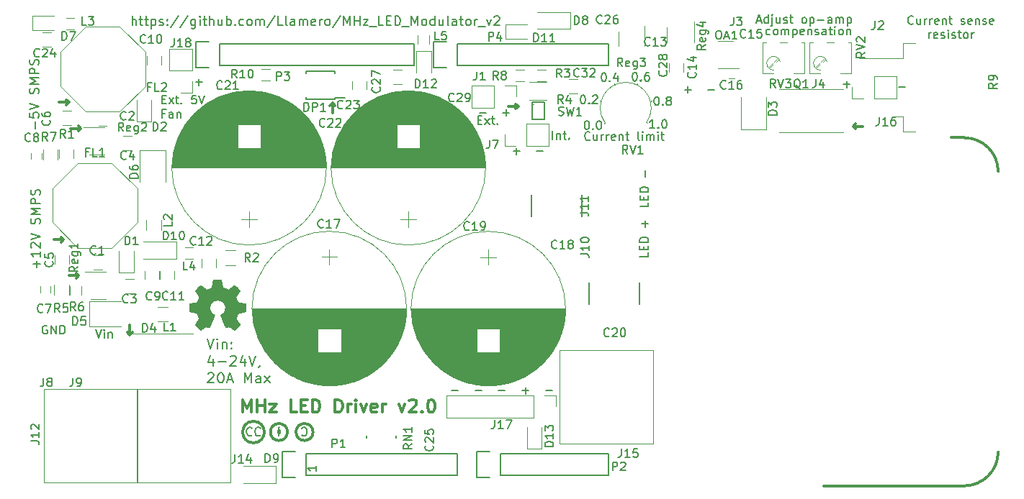
<source format=gto>
G04 #@! TF.GenerationSoftware,KiCad,Pcbnew,(2017-11-06 revision 9df4ae65e)-makepkg*
G04 #@! TF.CreationDate,2018-07-16T22:37:48-07:00*
G04 #@! TF.ProjectId,MHz_LED_Modulator_v2,4D487A5F4C45445F4D6F64756C61746F,rev?*
G04 #@! TF.SameCoordinates,Original*
G04 #@! TF.FileFunction,Legend,Top*
G04 #@! TF.FilePolarity,Positive*
%FSLAX46Y46*%
G04 Gerber Fmt 4.6, Leading zero omitted, Abs format (unit mm)*
G04 Created by KiCad (PCBNEW (2017-11-06 revision 9df4ae65e)-makepkg) date 07/16/18 22:37:48*
%MOMM*%
%LPD*%
G01*
G04 APERTURE LIST*
%ADD10C,0.150000*%
%ADD11C,0.200000*%
%ADD12C,0.300000*%
%ADD13C,0.120000*%
%ADD14C,0.010000*%
%ADD15C,0.400000*%
%ADD16C,0.152400*%
%ADD17C,0.149860*%
G04 APERTURE END LIST*
D10*
X180422380Y-98862857D02*
X180422380Y-99339047D01*
X179422380Y-99339047D01*
X179898571Y-98529523D02*
X179898571Y-98196190D01*
X180422380Y-98053333D02*
X180422380Y-98529523D01*
X179422380Y-98529523D01*
X179422380Y-98053333D01*
X180422380Y-97624761D02*
X179422380Y-97624761D01*
X179422380Y-97386666D01*
X179470000Y-97243809D01*
X179565238Y-97148571D01*
X179660476Y-97100952D01*
X179850952Y-97053333D01*
X179993809Y-97053333D01*
X180184285Y-97100952D01*
X180279523Y-97148571D01*
X180374761Y-97243809D01*
X180422380Y-97386666D01*
X180422380Y-97624761D01*
X180041428Y-95862857D02*
X180041428Y-95100952D01*
X180422380Y-95481904D02*
X179660476Y-95481904D01*
D11*
X128554285Y-109002857D02*
X128954285Y-110202857D01*
X129354285Y-109002857D01*
X129754285Y-110202857D02*
X129754285Y-109402857D01*
X129754285Y-109002857D02*
X129697142Y-109060000D01*
X129754285Y-109117142D01*
X129811428Y-109060000D01*
X129754285Y-109002857D01*
X129754285Y-109117142D01*
X130325714Y-109402857D02*
X130325714Y-110202857D01*
X130325714Y-109517142D02*
X130382857Y-109460000D01*
X130497142Y-109402857D01*
X130668571Y-109402857D01*
X130782857Y-109460000D01*
X130840000Y-109574285D01*
X130840000Y-110202857D01*
X131411428Y-110088571D02*
X131468571Y-110145714D01*
X131411428Y-110202857D01*
X131354285Y-110145714D01*
X131411428Y-110088571D01*
X131411428Y-110202857D01*
X131411428Y-109460000D02*
X131468571Y-109517142D01*
X131411428Y-109574285D01*
X131354285Y-109517142D01*
X131411428Y-109460000D01*
X131411428Y-109574285D01*
X129240000Y-111402857D02*
X129240000Y-112202857D01*
X128954285Y-110945714D02*
X128668571Y-111802857D01*
X129411428Y-111802857D01*
X129868571Y-111745714D02*
X130782857Y-111745714D01*
X131297142Y-111117142D02*
X131354285Y-111060000D01*
X131468571Y-111002857D01*
X131754285Y-111002857D01*
X131868571Y-111060000D01*
X131925714Y-111117142D01*
X131982857Y-111231428D01*
X131982857Y-111345714D01*
X131925714Y-111517142D01*
X131240000Y-112202857D01*
X131982857Y-112202857D01*
X133011428Y-111402857D02*
X133011428Y-112202857D01*
X132725714Y-110945714D02*
X132440000Y-111802857D01*
X133182857Y-111802857D01*
X133468571Y-111002857D02*
X133868571Y-112202857D01*
X134268571Y-111002857D01*
X134725714Y-112145714D02*
X134725714Y-112202857D01*
X134668571Y-112317142D01*
X134611428Y-112374285D01*
X128668571Y-113117142D02*
X128725714Y-113060000D01*
X128840000Y-113002857D01*
X129125714Y-113002857D01*
X129240000Y-113060000D01*
X129297142Y-113117142D01*
X129354285Y-113231428D01*
X129354285Y-113345714D01*
X129297142Y-113517142D01*
X128611428Y-114202857D01*
X129354285Y-114202857D01*
X130097142Y-113002857D02*
X130211428Y-113002857D01*
X130325714Y-113060000D01*
X130382857Y-113117142D01*
X130440000Y-113231428D01*
X130497142Y-113460000D01*
X130497142Y-113745714D01*
X130440000Y-113974285D01*
X130382857Y-114088571D01*
X130325714Y-114145714D01*
X130211428Y-114202857D01*
X130097142Y-114202857D01*
X129982857Y-114145714D01*
X129925714Y-114088571D01*
X129868571Y-113974285D01*
X129811428Y-113745714D01*
X129811428Y-113460000D01*
X129868571Y-113231428D01*
X129925714Y-113117142D01*
X129982857Y-113060000D01*
X130097142Y-113002857D01*
X130954285Y-113860000D02*
X131525714Y-113860000D01*
X130840000Y-114202857D02*
X131240000Y-113002857D01*
X131640000Y-114202857D01*
X132954285Y-114202857D02*
X132954285Y-113002857D01*
X133354285Y-113860000D01*
X133754285Y-113002857D01*
X133754285Y-114202857D01*
X134840000Y-114202857D02*
X134840000Y-113574285D01*
X134782857Y-113460000D01*
X134668571Y-113402857D01*
X134440000Y-113402857D01*
X134325714Y-113460000D01*
X134840000Y-114145714D02*
X134725714Y-114202857D01*
X134440000Y-114202857D01*
X134325714Y-114145714D01*
X134268571Y-114031428D01*
X134268571Y-113917142D01*
X134325714Y-113802857D01*
X134440000Y-113745714D01*
X134725714Y-113745714D01*
X134840000Y-113688571D01*
X135297142Y-114202857D02*
X135925714Y-113402857D01*
X135297142Y-113402857D02*
X135925714Y-114202857D01*
D10*
X169163809Y-85512380D02*
X169163809Y-84512380D01*
X169640000Y-84845714D02*
X169640000Y-85512380D01*
X169640000Y-84940952D02*
X169687619Y-84893333D01*
X169782857Y-84845714D01*
X169925714Y-84845714D01*
X170020952Y-84893333D01*
X170068571Y-84988571D01*
X170068571Y-85512380D01*
X170401904Y-84845714D02*
X170782857Y-84845714D01*
X170544761Y-84512380D02*
X170544761Y-85369523D01*
X170592380Y-85464761D01*
X170687619Y-85512380D01*
X170782857Y-85512380D01*
X171116190Y-85417142D02*
X171163809Y-85464761D01*
X171116190Y-85512380D01*
X171068571Y-85464761D01*
X171116190Y-85417142D01*
X171116190Y-85512380D01*
X160568095Y-82401428D02*
X161330000Y-82401428D01*
X163330000Y-82401428D02*
X164091904Y-82401428D01*
X163710952Y-82782380D02*
X163710952Y-82020476D01*
X115466190Y-107942380D02*
X115799523Y-108942380D01*
X116132857Y-107942380D01*
X116466190Y-108942380D02*
X116466190Y-108275714D01*
X116466190Y-107942380D02*
X116418571Y-107990000D01*
X116466190Y-108037619D01*
X116513809Y-107990000D01*
X116466190Y-107942380D01*
X116466190Y-108037619D01*
X116942380Y-108275714D02*
X116942380Y-108942380D01*
X116942380Y-108370952D02*
X116990000Y-108323333D01*
X117085238Y-108275714D01*
X117228095Y-108275714D01*
X117323333Y-108323333D01*
X117370952Y-108418571D01*
X117370952Y-108942380D01*
X109738095Y-107490000D02*
X109642857Y-107442380D01*
X109500000Y-107442380D01*
X109357142Y-107490000D01*
X109261904Y-107585238D01*
X109214285Y-107680476D01*
X109166666Y-107870952D01*
X109166666Y-108013809D01*
X109214285Y-108204285D01*
X109261904Y-108299523D01*
X109357142Y-108394761D01*
X109500000Y-108442380D01*
X109595238Y-108442380D01*
X109738095Y-108394761D01*
X109785714Y-108347142D01*
X109785714Y-108013809D01*
X109595238Y-108013809D01*
X110214285Y-108442380D02*
X110214285Y-107442380D01*
X110785714Y-108442380D01*
X110785714Y-107442380D01*
X111261904Y-108442380D02*
X111261904Y-107442380D01*
X111500000Y-107442380D01*
X111642857Y-107490000D01*
X111738095Y-107585238D01*
X111785714Y-107680476D01*
X111833333Y-107870952D01*
X111833333Y-108013809D01*
X111785714Y-108204285D01*
X111738095Y-108299523D01*
X111642857Y-108394761D01*
X111500000Y-108442380D01*
X111261904Y-108442380D01*
X127209047Y-78791428D02*
X127970952Y-78791428D01*
X127590000Y-79172380D02*
X127590000Y-78410476D01*
X123245595Y-80823571D02*
X123578928Y-80823571D01*
X123721785Y-81347380D02*
X123245595Y-81347380D01*
X123245595Y-80347380D01*
X123721785Y-80347380D01*
X124055119Y-81347380D02*
X124578928Y-80680714D01*
X124055119Y-80680714D02*
X124578928Y-81347380D01*
X124817023Y-80680714D02*
X125197976Y-80680714D01*
X124959880Y-80347380D02*
X124959880Y-81204523D01*
X125007500Y-81299761D01*
X125102738Y-81347380D01*
X125197976Y-81347380D01*
X125531309Y-81252142D02*
X125578928Y-81299761D01*
X125531309Y-81347380D01*
X125483690Y-81299761D01*
X125531309Y-81252142D01*
X125531309Y-81347380D01*
X127245595Y-80347380D02*
X126769404Y-80347380D01*
X126721785Y-80823571D01*
X126769404Y-80775952D01*
X126864642Y-80728333D01*
X127102738Y-80728333D01*
X127197976Y-80775952D01*
X127245595Y-80823571D01*
X127293214Y-80918809D01*
X127293214Y-81156904D01*
X127245595Y-81252142D01*
X127197976Y-81299761D01*
X127102738Y-81347380D01*
X126864642Y-81347380D01*
X126769404Y-81299761D01*
X126721785Y-81252142D01*
X127578928Y-80347380D02*
X127912261Y-81347380D01*
X128245595Y-80347380D01*
X123578928Y-82473571D02*
X123245595Y-82473571D01*
X123245595Y-82997380D02*
X123245595Y-81997380D01*
X123721785Y-81997380D01*
X124531309Y-82997380D02*
X124531309Y-82473571D01*
X124483690Y-82378333D01*
X124388452Y-82330714D01*
X124197976Y-82330714D01*
X124102738Y-82378333D01*
X124531309Y-82949761D02*
X124436071Y-82997380D01*
X124197976Y-82997380D01*
X124102738Y-82949761D01*
X124055119Y-82854523D01*
X124055119Y-82759285D01*
X124102738Y-82664047D01*
X124197976Y-82616428D01*
X124436071Y-82616428D01*
X124531309Y-82568809D01*
X125007500Y-82330714D02*
X125007500Y-82997380D01*
X125007500Y-82425952D02*
X125055119Y-82378333D01*
X125150357Y-82330714D01*
X125293214Y-82330714D01*
X125388452Y-82378333D01*
X125436071Y-82473571D01*
X125436071Y-82997380D01*
X188221904Y-79698571D02*
X187460000Y-79698571D01*
X185460000Y-79698571D02*
X184698095Y-79698571D01*
X185079047Y-79317619D02*
X185079047Y-80079523D01*
X194750000Y-73184761D02*
X194654761Y-73232380D01*
X194464285Y-73232380D01*
X194369047Y-73184761D01*
X194321428Y-73137142D01*
X194273809Y-73041904D01*
X194273809Y-72756190D01*
X194321428Y-72660952D01*
X194369047Y-72613333D01*
X194464285Y-72565714D01*
X194654761Y-72565714D01*
X194750000Y-72613333D01*
X195321428Y-73232380D02*
X195226190Y-73184761D01*
X195178571Y-73137142D01*
X195130952Y-73041904D01*
X195130952Y-72756190D01*
X195178571Y-72660952D01*
X195226190Y-72613333D01*
X195321428Y-72565714D01*
X195464285Y-72565714D01*
X195559523Y-72613333D01*
X195607142Y-72660952D01*
X195654761Y-72756190D01*
X195654761Y-73041904D01*
X195607142Y-73137142D01*
X195559523Y-73184761D01*
X195464285Y-73232380D01*
X195321428Y-73232380D01*
X196083333Y-73232380D02*
X196083333Y-72565714D01*
X196083333Y-72660952D02*
X196130952Y-72613333D01*
X196226190Y-72565714D01*
X196369047Y-72565714D01*
X196464285Y-72613333D01*
X196511904Y-72708571D01*
X196511904Y-73232380D01*
X196511904Y-72708571D02*
X196559523Y-72613333D01*
X196654761Y-72565714D01*
X196797619Y-72565714D01*
X196892857Y-72613333D01*
X196940476Y-72708571D01*
X196940476Y-73232380D01*
X197416666Y-72565714D02*
X197416666Y-73565714D01*
X197416666Y-72613333D02*
X197511904Y-72565714D01*
X197702380Y-72565714D01*
X197797619Y-72613333D01*
X197845238Y-72660952D01*
X197892857Y-72756190D01*
X197892857Y-73041904D01*
X197845238Y-73137142D01*
X197797619Y-73184761D01*
X197702380Y-73232380D01*
X197511904Y-73232380D01*
X197416666Y-73184761D01*
X198702380Y-73184761D02*
X198607142Y-73232380D01*
X198416666Y-73232380D01*
X198321428Y-73184761D01*
X198273809Y-73089523D01*
X198273809Y-72708571D01*
X198321428Y-72613333D01*
X198416666Y-72565714D01*
X198607142Y-72565714D01*
X198702380Y-72613333D01*
X198750000Y-72708571D01*
X198750000Y-72803809D01*
X198273809Y-72899047D01*
X199178571Y-72565714D02*
X199178571Y-73232380D01*
X199178571Y-72660952D02*
X199226190Y-72613333D01*
X199321428Y-72565714D01*
X199464285Y-72565714D01*
X199559523Y-72613333D01*
X199607142Y-72708571D01*
X199607142Y-73232380D01*
X200035714Y-73184761D02*
X200130952Y-73232380D01*
X200321428Y-73232380D01*
X200416666Y-73184761D01*
X200464285Y-73089523D01*
X200464285Y-73041904D01*
X200416666Y-72946666D01*
X200321428Y-72899047D01*
X200178571Y-72899047D01*
X200083333Y-72851428D01*
X200035714Y-72756190D01*
X200035714Y-72708571D01*
X200083333Y-72613333D01*
X200178571Y-72565714D01*
X200321428Y-72565714D01*
X200416666Y-72613333D01*
X201321428Y-73232380D02*
X201321428Y-72708571D01*
X201273809Y-72613333D01*
X201178571Y-72565714D01*
X200988095Y-72565714D01*
X200892857Y-72613333D01*
X201321428Y-73184761D02*
X201226190Y-73232380D01*
X200988095Y-73232380D01*
X200892857Y-73184761D01*
X200845238Y-73089523D01*
X200845238Y-72994285D01*
X200892857Y-72899047D01*
X200988095Y-72851428D01*
X201226190Y-72851428D01*
X201321428Y-72803809D01*
X201654761Y-72565714D02*
X202035714Y-72565714D01*
X201797619Y-72232380D02*
X201797619Y-73089523D01*
X201845238Y-73184761D01*
X201940476Y-73232380D01*
X202035714Y-73232380D01*
X202369047Y-73232380D02*
X202369047Y-72565714D01*
X202369047Y-72232380D02*
X202321428Y-72280000D01*
X202369047Y-72327619D01*
X202416666Y-72280000D01*
X202369047Y-72232380D01*
X202369047Y-72327619D01*
X202988095Y-73232380D02*
X202892857Y-73184761D01*
X202845238Y-73137142D01*
X202797619Y-73041904D01*
X202797619Y-72756190D01*
X202845238Y-72660952D01*
X202892857Y-72613333D01*
X202988095Y-72565714D01*
X203130952Y-72565714D01*
X203226190Y-72613333D01*
X203273809Y-72660952D01*
X203321428Y-72756190D01*
X203321428Y-73041904D01*
X203273809Y-73137142D01*
X203226190Y-73184761D01*
X203130952Y-73232380D01*
X202988095Y-73232380D01*
X203750000Y-72565714D02*
X203750000Y-73232380D01*
X203750000Y-72660952D02*
X203797619Y-72613333D01*
X203892857Y-72565714D01*
X204035714Y-72565714D01*
X204130952Y-72613333D01*
X204178571Y-72708571D01*
X204178571Y-73232380D01*
D12*
X143287142Y-82401428D02*
X143287142Y-81258571D01*
X143572857Y-81544285D02*
X143287142Y-81258571D01*
X143001428Y-81544285D01*
X163998571Y-81667142D02*
X165141428Y-81667142D01*
X164855714Y-81952857D02*
X165141428Y-81667142D01*
X164855714Y-81381428D01*
D10*
X180442380Y-92962857D02*
X180442380Y-93439047D01*
X179442380Y-93439047D01*
X179918571Y-92629523D02*
X179918571Y-92296190D01*
X180442380Y-92153333D02*
X180442380Y-92629523D01*
X179442380Y-92629523D01*
X179442380Y-92153333D01*
X180442380Y-91724761D02*
X179442380Y-91724761D01*
X179442380Y-91486666D01*
X179490000Y-91343809D01*
X179585238Y-91248571D01*
X179680476Y-91200952D01*
X179870952Y-91153333D01*
X180013809Y-91153333D01*
X180204285Y-91200952D01*
X180299523Y-91248571D01*
X180394761Y-91343809D01*
X180442380Y-91486666D01*
X180442380Y-91724761D01*
X180061428Y-89962857D02*
X180061428Y-89200952D01*
X209849047Y-79401428D02*
X210610952Y-79401428D01*
X203359047Y-79041428D02*
X204120952Y-79041428D01*
X203740000Y-79422380D02*
X203740000Y-78660476D01*
X157305238Y-115141428D02*
X158067142Y-115141428D01*
X160067142Y-115141428D02*
X160829047Y-115141428D01*
X162829047Y-115141428D02*
X163590952Y-115141428D01*
X165590952Y-115141428D02*
X166352857Y-115141428D01*
X165971904Y-115522380D02*
X165971904Y-114760476D01*
X168352857Y-115141428D02*
X169114761Y-115141428D01*
X168061904Y-86938571D02*
X167300000Y-86938571D01*
X165300000Y-86938571D02*
X164538095Y-86938571D01*
X164919047Y-86557619D02*
X164919047Y-87319523D01*
X160406190Y-83238571D02*
X160739523Y-83238571D01*
X160882380Y-83762380D02*
X160406190Y-83762380D01*
X160406190Y-82762380D01*
X160882380Y-82762380D01*
X161215714Y-83762380D02*
X161739523Y-83095714D01*
X161215714Y-83095714D02*
X161739523Y-83762380D01*
X161977619Y-83095714D02*
X162358571Y-83095714D01*
X162120476Y-82762380D02*
X162120476Y-83619523D01*
X162168095Y-83714761D01*
X162263333Y-83762380D01*
X162358571Y-83762380D01*
X162691904Y-83667142D02*
X162739523Y-83714761D01*
X162691904Y-83762380D01*
X162644285Y-83714761D01*
X162691904Y-83667142D01*
X162691904Y-83762380D01*
X211569428Y-71897142D02*
X211521809Y-71944761D01*
X211378952Y-71992380D01*
X211283714Y-71992380D01*
X211140857Y-71944761D01*
X211045619Y-71849523D01*
X210998000Y-71754285D01*
X210950380Y-71563809D01*
X210950380Y-71420952D01*
X210998000Y-71230476D01*
X211045619Y-71135238D01*
X211140857Y-71040000D01*
X211283714Y-70992380D01*
X211378952Y-70992380D01*
X211521809Y-71040000D01*
X211569428Y-71087619D01*
X212426571Y-71325714D02*
X212426571Y-71992380D01*
X211998000Y-71325714D02*
X211998000Y-71849523D01*
X212045619Y-71944761D01*
X212140857Y-71992380D01*
X212283714Y-71992380D01*
X212378952Y-71944761D01*
X212426571Y-71897142D01*
X212902761Y-71992380D02*
X212902761Y-71325714D01*
X212902761Y-71516190D02*
X212950380Y-71420952D01*
X212998000Y-71373333D01*
X213093238Y-71325714D01*
X213188476Y-71325714D01*
X213521809Y-71992380D02*
X213521809Y-71325714D01*
X213521809Y-71516190D02*
X213569428Y-71420952D01*
X213617047Y-71373333D01*
X213712285Y-71325714D01*
X213807523Y-71325714D01*
X214521809Y-71944761D02*
X214426571Y-71992380D01*
X214236095Y-71992380D01*
X214140857Y-71944761D01*
X214093238Y-71849523D01*
X214093238Y-71468571D01*
X214140857Y-71373333D01*
X214236095Y-71325714D01*
X214426571Y-71325714D01*
X214521809Y-71373333D01*
X214569428Y-71468571D01*
X214569428Y-71563809D01*
X214093238Y-71659047D01*
X214998000Y-71325714D02*
X214998000Y-71992380D01*
X214998000Y-71420952D02*
X215045619Y-71373333D01*
X215140857Y-71325714D01*
X215283714Y-71325714D01*
X215378952Y-71373333D01*
X215426571Y-71468571D01*
X215426571Y-71992380D01*
X215759904Y-71325714D02*
X216140857Y-71325714D01*
X215902761Y-70992380D02*
X215902761Y-71849523D01*
X215950380Y-71944761D01*
X216045619Y-71992380D01*
X216140857Y-71992380D01*
X217188476Y-71944761D02*
X217283714Y-71992380D01*
X217474190Y-71992380D01*
X217569428Y-71944761D01*
X217617047Y-71849523D01*
X217617047Y-71801904D01*
X217569428Y-71706666D01*
X217474190Y-71659047D01*
X217331333Y-71659047D01*
X217236095Y-71611428D01*
X217188476Y-71516190D01*
X217188476Y-71468571D01*
X217236095Y-71373333D01*
X217331333Y-71325714D01*
X217474190Y-71325714D01*
X217569428Y-71373333D01*
X218426571Y-71944761D02*
X218331333Y-71992380D01*
X218140857Y-71992380D01*
X218045619Y-71944761D01*
X217998000Y-71849523D01*
X217998000Y-71468571D01*
X218045619Y-71373333D01*
X218140857Y-71325714D01*
X218331333Y-71325714D01*
X218426571Y-71373333D01*
X218474190Y-71468571D01*
X218474190Y-71563809D01*
X217998000Y-71659047D01*
X218902761Y-71325714D02*
X218902761Y-71992380D01*
X218902761Y-71420952D02*
X218950380Y-71373333D01*
X219045619Y-71325714D01*
X219188476Y-71325714D01*
X219283714Y-71373333D01*
X219331333Y-71468571D01*
X219331333Y-71992380D01*
X219759904Y-71944761D02*
X219855142Y-71992380D01*
X220045619Y-71992380D01*
X220140857Y-71944761D01*
X220188476Y-71849523D01*
X220188476Y-71801904D01*
X220140857Y-71706666D01*
X220045619Y-71659047D01*
X219902761Y-71659047D01*
X219807523Y-71611428D01*
X219759904Y-71516190D01*
X219759904Y-71468571D01*
X219807523Y-71373333D01*
X219902761Y-71325714D01*
X220045619Y-71325714D01*
X220140857Y-71373333D01*
X220998000Y-71944761D02*
X220902761Y-71992380D01*
X220712285Y-71992380D01*
X220617047Y-71944761D01*
X220569428Y-71849523D01*
X220569428Y-71468571D01*
X220617047Y-71373333D01*
X220712285Y-71325714D01*
X220902761Y-71325714D01*
X220998000Y-71373333D01*
X221045619Y-71468571D01*
X221045619Y-71563809D01*
X220569428Y-71659047D01*
X213402761Y-73642380D02*
X213402761Y-72975714D01*
X213402761Y-73166190D02*
X213450380Y-73070952D01*
X213498000Y-73023333D01*
X213593238Y-72975714D01*
X213688476Y-72975714D01*
X214402761Y-73594761D02*
X214307523Y-73642380D01*
X214117047Y-73642380D01*
X214021809Y-73594761D01*
X213974190Y-73499523D01*
X213974190Y-73118571D01*
X214021809Y-73023333D01*
X214117047Y-72975714D01*
X214307523Y-72975714D01*
X214402761Y-73023333D01*
X214450380Y-73118571D01*
X214450380Y-73213809D01*
X213974190Y-73309047D01*
X214831333Y-73594761D02*
X214926571Y-73642380D01*
X215117047Y-73642380D01*
X215212285Y-73594761D01*
X215259904Y-73499523D01*
X215259904Y-73451904D01*
X215212285Y-73356666D01*
X215117047Y-73309047D01*
X214974190Y-73309047D01*
X214878952Y-73261428D01*
X214831333Y-73166190D01*
X214831333Y-73118571D01*
X214878952Y-73023333D01*
X214974190Y-72975714D01*
X215117047Y-72975714D01*
X215212285Y-73023333D01*
X215688476Y-73642380D02*
X215688476Y-72975714D01*
X215688476Y-72642380D02*
X215640857Y-72690000D01*
X215688476Y-72737619D01*
X215736095Y-72690000D01*
X215688476Y-72642380D01*
X215688476Y-72737619D01*
X216117047Y-73594761D02*
X216212285Y-73642380D01*
X216402761Y-73642380D01*
X216498000Y-73594761D01*
X216545619Y-73499523D01*
X216545619Y-73451904D01*
X216498000Y-73356666D01*
X216402761Y-73309047D01*
X216259904Y-73309047D01*
X216164666Y-73261428D01*
X216117047Y-73166190D01*
X216117047Y-73118571D01*
X216164666Y-73023333D01*
X216259904Y-72975714D01*
X216402761Y-72975714D01*
X216498000Y-73023333D01*
X216831333Y-72975714D02*
X217212285Y-72975714D01*
X216974190Y-72642380D02*
X216974190Y-73499523D01*
X217021809Y-73594761D01*
X217117047Y-73642380D01*
X217212285Y-73642380D01*
X217688476Y-73642380D02*
X217593238Y-73594761D01*
X217545619Y-73547142D01*
X217498000Y-73451904D01*
X217498000Y-73166190D01*
X217545619Y-73070952D01*
X217593238Y-73023333D01*
X217688476Y-72975714D01*
X217831333Y-72975714D01*
X217926571Y-73023333D01*
X217974190Y-73070952D01*
X218021809Y-73166190D01*
X218021809Y-73451904D01*
X217974190Y-73547142D01*
X217926571Y-73594761D01*
X217831333Y-73642380D01*
X217688476Y-73642380D01*
X218450380Y-73642380D02*
X218450380Y-72975714D01*
X218450380Y-73166190D02*
X218498000Y-73070952D01*
X218545619Y-73023333D01*
X218640857Y-72975714D01*
X218736095Y-72975714D01*
D11*
X119737047Y-72122619D02*
X119737047Y-71022619D01*
X120208476Y-72122619D02*
X120208476Y-71546428D01*
X120156095Y-71441666D01*
X120051333Y-71389285D01*
X119894190Y-71389285D01*
X119789428Y-71441666D01*
X119737047Y-71494047D01*
X120575142Y-71389285D02*
X120994190Y-71389285D01*
X120732285Y-71022619D02*
X120732285Y-71965476D01*
X120784666Y-72070238D01*
X120889428Y-72122619D01*
X120994190Y-72122619D01*
X121203714Y-71389285D02*
X121622761Y-71389285D01*
X121360857Y-71022619D02*
X121360857Y-71965476D01*
X121413238Y-72070238D01*
X121518000Y-72122619D01*
X121622761Y-72122619D01*
X121989428Y-71389285D02*
X121989428Y-72489285D01*
X121989428Y-71441666D02*
X122094190Y-71389285D01*
X122303714Y-71389285D01*
X122408476Y-71441666D01*
X122460857Y-71494047D01*
X122513238Y-71598809D01*
X122513238Y-71913095D01*
X122460857Y-72017857D01*
X122408476Y-72070238D01*
X122303714Y-72122619D01*
X122094190Y-72122619D01*
X121989428Y-72070238D01*
X122932285Y-72070238D02*
X123037047Y-72122619D01*
X123246571Y-72122619D01*
X123351333Y-72070238D01*
X123403714Y-71965476D01*
X123403714Y-71913095D01*
X123351333Y-71808333D01*
X123246571Y-71755952D01*
X123089428Y-71755952D01*
X122984666Y-71703571D01*
X122932285Y-71598809D01*
X122932285Y-71546428D01*
X122984666Y-71441666D01*
X123089428Y-71389285D01*
X123246571Y-71389285D01*
X123351333Y-71441666D01*
X123875142Y-72017857D02*
X123927523Y-72070238D01*
X123875142Y-72122619D01*
X123822761Y-72070238D01*
X123875142Y-72017857D01*
X123875142Y-72122619D01*
X123875142Y-71441666D02*
X123927523Y-71494047D01*
X123875142Y-71546428D01*
X123822761Y-71494047D01*
X123875142Y-71441666D01*
X123875142Y-71546428D01*
X125184666Y-70970238D02*
X124241809Y-72384523D01*
X126337047Y-70970238D02*
X125394190Y-72384523D01*
X127175142Y-71389285D02*
X127175142Y-72279761D01*
X127122761Y-72384523D01*
X127070380Y-72436904D01*
X126965619Y-72489285D01*
X126808476Y-72489285D01*
X126703714Y-72436904D01*
X127175142Y-72070238D02*
X127070380Y-72122619D01*
X126860857Y-72122619D01*
X126756095Y-72070238D01*
X126703714Y-72017857D01*
X126651333Y-71913095D01*
X126651333Y-71598809D01*
X126703714Y-71494047D01*
X126756095Y-71441666D01*
X126860857Y-71389285D01*
X127070380Y-71389285D01*
X127175142Y-71441666D01*
X127698952Y-72122619D02*
X127698952Y-71389285D01*
X127698952Y-71022619D02*
X127646571Y-71075000D01*
X127698952Y-71127380D01*
X127751333Y-71075000D01*
X127698952Y-71022619D01*
X127698952Y-71127380D01*
X128065619Y-71389285D02*
X128484666Y-71389285D01*
X128222761Y-71022619D02*
X128222761Y-71965476D01*
X128275142Y-72070238D01*
X128379904Y-72122619D01*
X128484666Y-72122619D01*
X128851333Y-72122619D02*
X128851333Y-71022619D01*
X129322761Y-72122619D02*
X129322761Y-71546428D01*
X129270380Y-71441666D01*
X129165619Y-71389285D01*
X129008476Y-71389285D01*
X128903714Y-71441666D01*
X128851333Y-71494047D01*
X130318000Y-71389285D02*
X130318000Y-72122619D01*
X129846571Y-71389285D02*
X129846571Y-71965476D01*
X129898952Y-72070238D01*
X130003714Y-72122619D01*
X130160857Y-72122619D01*
X130265619Y-72070238D01*
X130318000Y-72017857D01*
X130841809Y-72122619D02*
X130841809Y-71022619D01*
X130841809Y-71441666D02*
X130946571Y-71389285D01*
X131156095Y-71389285D01*
X131260857Y-71441666D01*
X131313238Y-71494047D01*
X131365619Y-71598809D01*
X131365619Y-71913095D01*
X131313238Y-72017857D01*
X131260857Y-72070238D01*
X131156095Y-72122619D01*
X130946571Y-72122619D01*
X130841809Y-72070238D01*
X131837047Y-72017857D02*
X131889428Y-72070238D01*
X131837047Y-72122619D01*
X131784666Y-72070238D01*
X131837047Y-72017857D01*
X131837047Y-72122619D01*
X132832285Y-72070238D02*
X132727523Y-72122619D01*
X132518000Y-72122619D01*
X132413238Y-72070238D01*
X132360857Y-72017857D01*
X132308476Y-71913095D01*
X132308476Y-71598809D01*
X132360857Y-71494047D01*
X132413238Y-71441666D01*
X132518000Y-71389285D01*
X132727523Y-71389285D01*
X132832285Y-71441666D01*
X133460857Y-72122619D02*
X133356095Y-72070238D01*
X133303714Y-72017857D01*
X133251333Y-71913095D01*
X133251333Y-71598809D01*
X133303714Y-71494047D01*
X133356095Y-71441666D01*
X133460857Y-71389285D01*
X133618000Y-71389285D01*
X133722761Y-71441666D01*
X133775142Y-71494047D01*
X133827523Y-71598809D01*
X133827523Y-71913095D01*
X133775142Y-72017857D01*
X133722761Y-72070238D01*
X133618000Y-72122619D01*
X133460857Y-72122619D01*
X134298952Y-72122619D02*
X134298952Y-71389285D01*
X134298952Y-71494047D02*
X134351333Y-71441666D01*
X134456095Y-71389285D01*
X134613238Y-71389285D01*
X134718000Y-71441666D01*
X134770380Y-71546428D01*
X134770380Y-72122619D01*
X134770380Y-71546428D02*
X134822761Y-71441666D01*
X134927523Y-71389285D01*
X135084666Y-71389285D01*
X135189428Y-71441666D01*
X135241809Y-71546428D01*
X135241809Y-72122619D01*
X136551333Y-70970238D02*
X135608476Y-72384523D01*
X137441809Y-72122619D02*
X136918000Y-72122619D01*
X136918000Y-71022619D01*
X137965619Y-72122619D02*
X137860857Y-72070238D01*
X137808476Y-71965476D01*
X137808476Y-71022619D01*
X138856095Y-72122619D02*
X138856095Y-71546428D01*
X138803714Y-71441666D01*
X138698952Y-71389285D01*
X138489428Y-71389285D01*
X138384666Y-71441666D01*
X138856095Y-72070238D02*
X138751333Y-72122619D01*
X138489428Y-72122619D01*
X138384666Y-72070238D01*
X138332285Y-71965476D01*
X138332285Y-71860714D01*
X138384666Y-71755952D01*
X138489428Y-71703571D01*
X138751333Y-71703571D01*
X138856095Y-71651190D01*
X139379904Y-72122619D02*
X139379904Y-71389285D01*
X139379904Y-71494047D02*
X139432285Y-71441666D01*
X139537047Y-71389285D01*
X139694190Y-71389285D01*
X139798952Y-71441666D01*
X139851333Y-71546428D01*
X139851333Y-72122619D01*
X139851333Y-71546428D02*
X139903714Y-71441666D01*
X140008476Y-71389285D01*
X140165619Y-71389285D01*
X140270380Y-71441666D01*
X140322761Y-71546428D01*
X140322761Y-72122619D01*
X141265619Y-72070238D02*
X141160857Y-72122619D01*
X140951333Y-72122619D01*
X140846571Y-72070238D01*
X140794190Y-71965476D01*
X140794190Y-71546428D01*
X140846571Y-71441666D01*
X140951333Y-71389285D01*
X141160857Y-71389285D01*
X141265619Y-71441666D01*
X141318000Y-71546428D01*
X141318000Y-71651190D01*
X140794190Y-71755952D01*
X141789428Y-72122619D02*
X141789428Y-71389285D01*
X141789428Y-71598809D02*
X141841809Y-71494047D01*
X141894190Y-71441666D01*
X141998952Y-71389285D01*
X142103714Y-71389285D01*
X142627523Y-72122619D02*
X142522761Y-72070238D01*
X142470380Y-72017857D01*
X142418000Y-71913095D01*
X142418000Y-71598809D01*
X142470380Y-71494047D01*
X142522761Y-71441666D01*
X142627523Y-71389285D01*
X142784666Y-71389285D01*
X142889428Y-71441666D01*
X142941809Y-71494047D01*
X142994190Y-71598809D01*
X142994190Y-71913095D01*
X142941809Y-72017857D01*
X142889428Y-72070238D01*
X142784666Y-72122619D01*
X142627523Y-72122619D01*
X144251333Y-70970238D02*
X143308476Y-72384523D01*
X144618000Y-72122619D02*
X144618000Y-71022619D01*
X144984666Y-71808333D01*
X145351333Y-71022619D01*
X145351333Y-72122619D01*
X145875142Y-72122619D02*
X145875142Y-71022619D01*
X145875142Y-71546428D02*
X146503714Y-71546428D01*
X146503714Y-72122619D02*
X146503714Y-71022619D01*
X146922761Y-71389285D02*
X147498952Y-71389285D01*
X146922761Y-72122619D01*
X147498952Y-72122619D01*
X147656095Y-72227380D02*
X148494190Y-72227380D01*
X149279904Y-72122619D02*
X148756095Y-72122619D01*
X148756095Y-71022619D01*
X149646571Y-71546428D02*
X150013238Y-71546428D01*
X150170380Y-72122619D02*
X149646571Y-72122619D01*
X149646571Y-71022619D01*
X150170380Y-71022619D01*
X150641809Y-72122619D02*
X150641809Y-71022619D01*
X150903714Y-71022619D01*
X151060857Y-71075000D01*
X151165619Y-71179761D01*
X151218000Y-71284523D01*
X151270380Y-71494047D01*
X151270380Y-71651190D01*
X151218000Y-71860714D01*
X151165619Y-71965476D01*
X151060857Y-72070238D01*
X150903714Y-72122619D01*
X150641809Y-72122619D01*
X151479904Y-72227380D02*
X152318000Y-72227380D01*
X152579904Y-72122619D02*
X152579904Y-71022619D01*
X152946571Y-71808333D01*
X153313238Y-71022619D01*
X153313238Y-72122619D01*
X153994190Y-72122619D02*
X153889428Y-72070238D01*
X153837047Y-72017857D01*
X153784666Y-71913095D01*
X153784666Y-71598809D01*
X153837047Y-71494047D01*
X153889428Y-71441666D01*
X153994190Y-71389285D01*
X154151333Y-71389285D01*
X154256095Y-71441666D01*
X154308476Y-71494047D01*
X154360857Y-71598809D01*
X154360857Y-71913095D01*
X154308476Y-72017857D01*
X154256095Y-72070238D01*
X154151333Y-72122619D01*
X153994190Y-72122619D01*
X155303714Y-72122619D02*
X155303714Y-71022619D01*
X155303714Y-72070238D02*
X155198952Y-72122619D01*
X154989428Y-72122619D01*
X154884666Y-72070238D01*
X154832285Y-72017857D01*
X154779904Y-71913095D01*
X154779904Y-71598809D01*
X154832285Y-71494047D01*
X154884666Y-71441666D01*
X154989428Y-71389285D01*
X155198952Y-71389285D01*
X155303714Y-71441666D01*
X156298952Y-71389285D02*
X156298952Y-72122619D01*
X155827523Y-71389285D02*
X155827523Y-71965476D01*
X155879904Y-72070238D01*
X155984666Y-72122619D01*
X156141809Y-72122619D01*
X156246571Y-72070238D01*
X156298952Y-72017857D01*
X156979904Y-72122619D02*
X156875142Y-72070238D01*
X156822761Y-71965476D01*
X156822761Y-71022619D01*
X157870380Y-72122619D02*
X157870380Y-71546428D01*
X157818000Y-71441666D01*
X157713238Y-71389285D01*
X157503714Y-71389285D01*
X157398952Y-71441666D01*
X157870380Y-72070238D02*
X157765619Y-72122619D01*
X157503714Y-72122619D01*
X157398952Y-72070238D01*
X157346571Y-71965476D01*
X157346571Y-71860714D01*
X157398952Y-71755952D01*
X157503714Y-71703571D01*
X157765619Y-71703571D01*
X157870380Y-71651190D01*
X158237047Y-71389285D02*
X158656095Y-71389285D01*
X158394190Y-71022619D02*
X158394190Y-71965476D01*
X158446571Y-72070238D01*
X158551333Y-72122619D01*
X158656095Y-72122619D01*
X159179904Y-72122619D02*
X159075142Y-72070238D01*
X159022761Y-72017857D01*
X158970380Y-71913095D01*
X158970380Y-71598809D01*
X159022761Y-71494047D01*
X159075142Y-71441666D01*
X159179904Y-71389285D01*
X159337047Y-71389285D01*
X159441809Y-71441666D01*
X159494190Y-71494047D01*
X159546571Y-71598809D01*
X159546571Y-71913095D01*
X159494190Y-72017857D01*
X159441809Y-72070238D01*
X159337047Y-72122619D01*
X159179904Y-72122619D01*
X160018000Y-72122619D02*
X160018000Y-71389285D01*
X160018000Y-71598809D02*
X160070380Y-71494047D01*
X160122761Y-71441666D01*
X160227523Y-71389285D01*
X160332285Y-71389285D01*
X160437047Y-72227380D02*
X161275142Y-72227380D01*
X161432285Y-71389285D02*
X161694190Y-72122619D01*
X161956095Y-71389285D01*
X162322761Y-71127380D02*
X162375142Y-71075000D01*
X162479904Y-71022619D01*
X162741809Y-71022619D01*
X162846571Y-71075000D01*
X162898952Y-71127380D01*
X162951333Y-71232142D01*
X162951333Y-71336904D01*
X162898952Y-71494047D01*
X162270380Y-72122619D01*
X162951333Y-72122619D01*
D12*
X205668000Y-84012142D02*
X204525142Y-84012142D01*
X204810857Y-84297857D02*
X204525142Y-84012142D01*
X204810857Y-83726428D01*
X119470000Y-107405714D02*
X119470000Y-108548571D01*
X119755714Y-108262857D02*
X119470000Y-108548571D01*
X119184285Y-108262857D01*
X132750000Y-117678571D02*
X132750000Y-116178571D01*
X133250000Y-117250000D01*
X133750000Y-116178571D01*
X133750000Y-117678571D01*
X134464285Y-117678571D02*
X134464285Y-116178571D01*
X134464285Y-116892857D02*
X135321428Y-116892857D01*
X135321428Y-117678571D02*
X135321428Y-116178571D01*
X135892857Y-116678571D02*
X136678571Y-116678571D01*
X135892857Y-117678571D01*
X136678571Y-117678571D01*
X139107142Y-117678571D02*
X138392857Y-117678571D01*
X138392857Y-116178571D01*
X139607142Y-116892857D02*
X140107142Y-116892857D01*
X140321428Y-117678571D02*
X139607142Y-117678571D01*
X139607142Y-116178571D01*
X140321428Y-116178571D01*
X140964285Y-117678571D02*
X140964285Y-116178571D01*
X141321428Y-116178571D01*
X141535714Y-116250000D01*
X141678571Y-116392857D01*
X141750000Y-116535714D01*
X141821428Y-116821428D01*
X141821428Y-117035714D01*
X141750000Y-117321428D01*
X141678571Y-117464285D01*
X141535714Y-117607142D01*
X141321428Y-117678571D01*
X140964285Y-117678571D01*
X143607142Y-117678571D02*
X143607142Y-116178571D01*
X143964285Y-116178571D01*
X144178571Y-116250000D01*
X144321428Y-116392857D01*
X144392857Y-116535714D01*
X144464285Y-116821428D01*
X144464285Y-117035714D01*
X144392857Y-117321428D01*
X144321428Y-117464285D01*
X144178571Y-117607142D01*
X143964285Y-117678571D01*
X143607142Y-117678571D01*
X145107142Y-117678571D02*
X145107142Y-116678571D01*
X145107142Y-116964285D02*
X145178571Y-116821428D01*
X145250000Y-116750000D01*
X145392857Y-116678571D01*
X145535714Y-116678571D01*
X146035714Y-117678571D02*
X146035714Y-116678571D01*
X146035714Y-116178571D02*
X145964285Y-116250000D01*
X146035714Y-116321428D01*
X146107142Y-116250000D01*
X146035714Y-116178571D01*
X146035714Y-116321428D01*
X146607142Y-116678571D02*
X146964285Y-117678571D01*
X147321428Y-116678571D01*
X148464285Y-117607142D02*
X148321428Y-117678571D01*
X148035714Y-117678571D01*
X147892857Y-117607142D01*
X147821428Y-117464285D01*
X147821428Y-116892857D01*
X147892857Y-116750000D01*
X148035714Y-116678571D01*
X148321428Y-116678571D01*
X148464285Y-116750000D01*
X148535714Y-116892857D01*
X148535714Y-117035714D01*
X147821428Y-117178571D01*
X149178571Y-117678571D02*
X149178571Y-116678571D01*
X149178571Y-116964285D02*
X149250000Y-116821428D01*
X149321428Y-116750000D01*
X149464285Y-116678571D01*
X149607142Y-116678571D01*
X151107142Y-116678571D02*
X151464285Y-117678571D01*
X151821428Y-116678571D01*
X152321428Y-116321428D02*
X152392857Y-116250000D01*
X152535714Y-116178571D01*
X152892857Y-116178571D01*
X153035714Y-116250000D01*
X153107142Y-116321428D01*
X153178571Y-116464285D01*
X153178571Y-116607142D01*
X153107142Y-116821428D01*
X152250000Y-117678571D01*
X153178571Y-117678571D01*
X153821428Y-117535714D02*
X153892857Y-117607142D01*
X153821428Y-117678571D01*
X153750000Y-117607142D01*
X153821428Y-117535714D01*
X153821428Y-117678571D01*
X154821428Y-116178571D02*
X154964285Y-116178571D01*
X155107142Y-116250000D01*
X155178571Y-116321428D01*
X155250000Y-116464285D01*
X155321428Y-116750000D01*
X155321428Y-117107142D01*
X155250000Y-117392857D01*
X155178571Y-117535714D01*
X155107142Y-117607142D01*
X154964285Y-117678571D01*
X154821428Y-117678571D01*
X154678571Y-117607142D01*
X154607142Y-117535714D01*
X154535714Y-117392857D01*
X154464285Y-117107142D01*
X154464285Y-116750000D01*
X154535714Y-116464285D01*
X154607142Y-116321428D01*
X154678571Y-116250000D01*
X154821428Y-116178571D01*
X112533714Y-84245000D02*
X113676571Y-84245000D01*
X113390857Y-83959285D02*
X113676571Y-84245000D01*
X113390857Y-84530714D01*
D11*
X108346571Y-84284523D02*
X108346571Y-83446428D01*
X107665619Y-82398809D02*
X107665619Y-82922619D01*
X108189428Y-82975000D01*
X108137047Y-82922619D01*
X108084666Y-82817857D01*
X108084666Y-82555952D01*
X108137047Y-82451190D01*
X108189428Y-82398809D01*
X108294190Y-82346428D01*
X108556095Y-82346428D01*
X108660857Y-82398809D01*
X108713238Y-82451190D01*
X108765619Y-82555952D01*
X108765619Y-82817857D01*
X108713238Y-82922619D01*
X108660857Y-82975000D01*
X107665619Y-82032142D02*
X108765619Y-81665476D01*
X107665619Y-81298809D01*
X108713238Y-80146428D02*
X108765619Y-79989285D01*
X108765619Y-79727380D01*
X108713238Y-79622619D01*
X108660857Y-79570238D01*
X108556095Y-79517857D01*
X108451333Y-79517857D01*
X108346571Y-79570238D01*
X108294190Y-79622619D01*
X108241809Y-79727380D01*
X108189428Y-79936904D01*
X108137047Y-80041666D01*
X108084666Y-80094047D01*
X107979904Y-80146428D01*
X107875142Y-80146428D01*
X107770380Y-80094047D01*
X107718000Y-80041666D01*
X107665619Y-79936904D01*
X107665619Y-79675000D01*
X107718000Y-79517857D01*
X108765619Y-79046428D02*
X107665619Y-79046428D01*
X108451333Y-78679761D01*
X107665619Y-78313095D01*
X108765619Y-78313095D01*
X108765619Y-77789285D02*
X107665619Y-77789285D01*
X107665619Y-77370238D01*
X107718000Y-77265476D01*
X107770380Y-77213095D01*
X107875142Y-77160714D01*
X108032285Y-77160714D01*
X108137047Y-77213095D01*
X108189428Y-77265476D01*
X108241809Y-77370238D01*
X108241809Y-77789285D01*
X108713238Y-76741666D02*
X108765619Y-76584523D01*
X108765619Y-76322619D01*
X108713238Y-76217857D01*
X108660857Y-76165476D01*
X108556095Y-76113095D01*
X108451333Y-76113095D01*
X108346571Y-76165476D01*
X108294190Y-76217857D01*
X108241809Y-76322619D01*
X108189428Y-76532142D01*
X108137047Y-76636904D01*
X108084666Y-76689285D01*
X107979904Y-76741666D01*
X107875142Y-76741666D01*
X107770380Y-76689285D01*
X107718000Y-76636904D01*
X107665619Y-76532142D01*
X107665619Y-76270238D01*
X107718000Y-76113095D01*
X108486571Y-100658333D02*
X108486571Y-99820238D01*
X108905619Y-100239285D02*
X108067523Y-100239285D01*
X108905619Y-98720238D02*
X108905619Y-99348809D01*
X108905619Y-99034523D02*
X107805619Y-99034523D01*
X107962761Y-99139285D01*
X108067523Y-99244047D01*
X108119904Y-99348809D01*
X107910380Y-98301190D02*
X107858000Y-98248809D01*
X107805619Y-98144047D01*
X107805619Y-97882142D01*
X107858000Y-97777380D01*
X107910380Y-97725000D01*
X108015142Y-97672619D01*
X108119904Y-97672619D01*
X108277047Y-97725000D01*
X108905619Y-98353571D01*
X108905619Y-97672619D01*
X107805619Y-97358333D02*
X108905619Y-96991666D01*
X107805619Y-96625000D01*
X108853238Y-95472619D02*
X108905619Y-95315476D01*
X108905619Y-95053571D01*
X108853238Y-94948809D01*
X108800857Y-94896428D01*
X108696095Y-94844047D01*
X108591333Y-94844047D01*
X108486571Y-94896428D01*
X108434190Y-94948809D01*
X108381809Y-95053571D01*
X108329428Y-95263095D01*
X108277047Y-95367857D01*
X108224666Y-95420238D01*
X108119904Y-95472619D01*
X108015142Y-95472619D01*
X107910380Y-95420238D01*
X107858000Y-95367857D01*
X107805619Y-95263095D01*
X107805619Y-95001190D01*
X107858000Y-94844047D01*
X108905619Y-94372619D02*
X107805619Y-94372619D01*
X108591333Y-94005952D01*
X107805619Y-93639285D01*
X108905619Y-93639285D01*
X108905619Y-93115476D02*
X107805619Y-93115476D01*
X107805619Y-92696428D01*
X107858000Y-92591666D01*
X107910380Y-92539285D01*
X108015142Y-92486904D01*
X108172285Y-92486904D01*
X108277047Y-92539285D01*
X108329428Y-92591666D01*
X108381809Y-92696428D01*
X108381809Y-93115476D01*
X108853238Y-92067857D02*
X108905619Y-91910714D01*
X108905619Y-91648809D01*
X108853238Y-91544047D01*
X108800857Y-91491666D01*
X108696095Y-91439285D01*
X108591333Y-91439285D01*
X108486571Y-91491666D01*
X108434190Y-91544047D01*
X108381809Y-91648809D01*
X108329428Y-91858333D01*
X108277047Y-91963095D01*
X108224666Y-92015476D01*
X108119904Y-92067857D01*
X108015142Y-92067857D01*
X107910380Y-92015476D01*
X107858000Y-91963095D01*
X107805619Y-91858333D01*
X107805619Y-91596428D01*
X107858000Y-91439285D01*
D12*
X111156571Y-81172142D02*
X112299428Y-81172142D01*
X112013714Y-81457857D02*
X112299428Y-81172142D01*
X112013714Y-80886428D01*
D10*
X173570000Y-85557142D02*
X173522380Y-85604761D01*
X173379523Y-85652380D01*
X173284285Y-85652380D01*
X173141428Y-85604761D01*
X173046190Y-85509523D01*
X172998571Y-85414285D01*
X172950952Y-85223809D01*
X172950952Y-85080952D01*
X172998571Y-84890476D01*
X173046190Y-84795238D01*
X173141428Y-84700000D01*
X173284285Y-84652380D01*
X173379523Y-84652380D01*
X173522380Y-84700000D01*
X173570000Y-84747619D01*
X174427142Y-84985714D02*
X174427142Y-85652380D01*
X173998571Y-84985714D02*
X173998571Y-85509523D01*
X174046190Y-85604761D01*
X174141428Y-85652380D01*
X174284285Y-85652380D01*
X174379523Y-85604761D01*
X174427142Y-85557142D01*
X174903333Y-85652380D02*
X174903333Y-84985714D01*
X174903333Y-85176190D02*
X174950952Y-85080952D01*
X174998571Y-85033333D01*
X175093809Y-84985714D01*
X175189047Y-84985714D01*
X175522380Y-85652380D02*
X175522380Y-84985714D01*
X175522380Y-85176190D02*
X175570000Y-85080952D01*
X175617619Y-85033333D01*
X175712857Y-84985714D01*
X175808095Y-84985714D01*
X176522380Y-85604761D02*
X176427142Y-85652380D01*
X176236666Y-85652380D01*
X176141428Y-85604761D01*
X176093809Y-85509523D01*
X176093809Y-85128571D01*
X176141428Y-85033333D01*
X176236666Y-84985714D01*
X176427142Y-84985714D01*
X176522380Y-85033333D01*
X176570000Y-85128571D01*
X176570000Y-85223809D01*
X176093809Y-85319047D01*
X176998571Y-84985714D02*
X176998571Y-85652380D01*
X176998571Y-85080952D02*
X177046190Y-85033333D01*
X177141428Y-84985714D01*
X177284285Y-84985714D01*
X177379523Y-85033333D01*
X177427142Y-85128571D01*
X177427142Y-85652380D01*
X177760476Y-84985714D02*
X178141428Y-84985714D01*
X177903333Y-84652380D02*
X177903333Y-85509523D01*
X177950952Y-85604761D01*
X178046190Y-85652380D01*
X178141428Y-85652380D01*
X179379523Y-85652380D02*
X179284285Y-85604761D01*
X179236666Y-85509523D01*
X179236666Y-84652380D01*
X179760476Y-85652380D02*
X179760476Y-84985714D01*
X179760476Y-84652380D02*
X179712857Y-84700000D01*
X179760476Y-84747619D01*
X179808095Y-84700000D01*
X179760476Y-84652380D01*
X179760476Y-84747619D01*
X180236666Y-85652380D02*
X180236666Y-84985714D01*
X180236666Y-85080952D02*
X180284285Y-85033333D01*
X180379523Y-84985714D01*
X180522380Y-84985714D01*
X180617619Y-85033333D01*
X180665238Y-85128571D01*
X180665238Y-85652380D01*
X180665238Y-85128571D02*
X180712857Y-85033333D01*
X180808095Y-84985714D01*
X180950952Y-84985714D01*
X181046190Y-85033333D01*
X181093809Y-85128571D01*
X181093809Y-85652380D01*
X181570000Y-85652380D02*
X181570000Y-84985714D01*
X181570000Y-84652380D02*
X181522380Y-84700000D01*
X181570000Y-84747619D01*
X181617619Y-84700000D01*
X181570000Y-84652380D01*
X181570000Y-84747619D01*
X181903333Y-84985714D02*
X182284285Y-84985714D01*
X182046190Y-84652380D02*
X182046190Y-85509523D01*
X182093809Y-85604761D01*
X182189047Y-85652380D01*
X182284285Y-85652380D01*
X193192380Y-71566666D02*
X193668571Y-71566666D01*
X193097142Y-71852380D02*
X193430476Y-70852380D01*
X193763809Y-71852380D01*
X194525714Y-71852380D02*
X194525714Y-70852380D01*
X194525714Y-71804761D02*
X194430476Y-71852380D01*
X194240000Y-71852380D01*
X194144761Y-71804761D01*
X194097142Y-71757142D01*
X194049523Y-71661904D01*
X194049523Y-71376190D01*
X194097142Y-71280952D01*
X194144761Y-71233333D01*
X194240000Y-71185714D01*
X194430476Y-71185714D01*
X194525714Y-71233333D01*
X195001904Y-71185714D02*
X195001904Y-72042857D01*
X194954285Y-72138095D01*
X194859047Y-72185714D01*
X194811428Y-72185714D01*
X195001904Y-70852380D02*
X194954285Y-70900000D01*
X195001904Y-70947619D01*
X195049523Y-70900000D01*
X195001904Y-70852380D01*
X195001904Y-70947619D01*
X195906666Y-71185714D02*
X195906666Y-71852380D01*
X195478095Y-71185714D02*
X195478095Y-71709523D01*
X195525714Y-71804761D01*
X195620952Y-71852380D01*
X195763809Y-71852380D01*
X195859047Y-71804761D01*
X195906666Y-71757142D01*
X196335238Y-71804761D02*
X196430476Y-71852380D01*
X196620952Y-71852380D01*
X196716190Y-71804761D01*
X196763809Y-71709523D01*
X196763809Y-71661904D01*
X196716190Y-71566666D01*
X196620952Y-71519047D01*
X196478095Y-71519047D01*
X196382857Y-71471428D01*
X196335238Y-71376190D01*
X196335238Y-71328571D01*
X196382857Y-71233333D01*
X196478095Y-71185714D01*
X196620952Y-71185714D01*
X196716190Y-71233333D01*
X197049523Y-71185714D02*
X197430476Y-71185714D01*
X197192380Y-70852380D02*
X197192380Y-71709523D01*
X197240000Y-71804761D01*
X197335238Y-71852380D01*
X197430476Y-71852380D01*
X198668571Y-71852380D02*
X198573333Y-71804761D01*
X198525714Y-71757142D01*
X198478095Y-71661904D01*
X198478095Y-71376190D01*
X198525714Y-71280952D01*
X198573333Y-71233333D01*
X198668571Y-71185714D01*
X198811428Y-71185714D01*
X198906666Y-71233333D01*
X198954285Y-71280952D01*
X199001904Y-71376190D01*
X199001904Y-71661904D01*
X198954285Y-71757142D01*
X198906666Y-71804761D01*
X198811428Y-71852380D01*
X198668571Y-71852380D01*
X199430476Y-71185714D02*
X199430476Y-72185714D01*
X199430476Y-71233333D02*
X199525714Y-71185714D01*
X199716190Y-71185714D01*
X199811428Y-71233333D01*
X199859047Y-71280952D01*
X199906666Y-71376190D01*
X199906666Y-71661904D01*
X199859047Y-71757142D01*
X199811428Y-71804761D01*
X199716190Y-71852380D01*
X199525714Y-71852380D01*
X199430476Y-71804761D01*
X200335238Y-71471428D02*
X201097142Y-71471428D01*
X202001904Y-71852380D02*
X202001904Y-71328571D01*
X201954285Y-71233333D01*
X201859047Y-71185714D01*
X201668571Y-71185714D01*
X201573333Y-71233333D01*
X202001904Y-71804761D02*
X201906666Y-71852380D01*
X201668571Y-71852380D01*
X201573333Y-71804761D01*
X201525714Y-71709523D01*
X201525714Y-71614285D01*
X201573333Y-71519047D01*
X201668571Y-71471428D01*
X201906666Y-71471428D01*
X202001904Y-71423809D01*
X202478095Y-71852380D02*
X202478095Y-71185714D01*
X202478095Y-71280952D02*
X202525714Y-71233333D01*
X202620952Y-71185714D01*
X202763809Y-71185714D01*
X202859047Y-71233333D01*
X202906666Y-71328571D01*
X202906666Y-71852380D01*
X202906666Y-71328571D02*
X202954285Y-71233333D01*
X203049523Y-71185714D01*
X203192380Y-71185714D01*
X203287619Y-71233333D01*
X203335238Y-71328571D01*
X203335238Y-71852380D01*
X203811428Y-71185714D02*
X203811428Y-72185714D01*
X203811428Y-71233333D02*
X203906666Y-71185714D01*
X204097142Y-71185714D01*
X204192380Y-71233333D01*
X204240000Y-71280952D01*
X204287619Y-71376190D01*
X204287619Y-71661904D01*
X204240000Y-71757142D01*
X204192380Y-71804761D01*
X204097142Y-71852380D01*
X203906666Y-71852380D01*
X203811428Y-71804761D01*
D12*
X110526571Y-97332142D02*
X111669428Y-97332142D01*
X111383714Y-97617857D02*
X111669428Y-97332142D01*
X111383714Y-97046428D01*
X112306571Y-101592142D02*
X113449428Y-101592142D01*
X113163714Y-101877857D02*
X113449428Y-101592142D01*
X113163714Y-101306428D01*
D10*
X141390380Y-123999285D02*
X141390380Y-124570714D01*
X141390380Y-124285000D02*
X140390380Y-124285000D01*
X140533238Y-124380238D01*
X140628476Y-124475476D01*
X140676095Y-124570714D01*
D13*
X204400000Y-80740000D02*
X204400000Y-79410000D01*
X205730000Y-80740000D02*
X204400000Y-80740000D01*
X207000000Y-78080000D02*
X207000000Y-80740000D01*
X209600000Y-78080000D02*
X207000000Y-78080000D01*
X209600000Y-80740000D02*
X209600000Y-78080000D01*
X207000000Y-80740000D02*
X209600000Y-80740000D01*
X210338000Y-82805000D02*
X209238000Y-82805000D01*
X210338000Y-84615000D02*
X210338000Y-82805000D01*
X211838000Y-84615000D02*
X210338000Y-84615000D01*
X210338000Y-76025000D02*
X205213000Y-76025000D01*
X210338000Y-74215000D02*
X210338000Y-76025000D01*
X211838000Y-74215000D02*
X210338000Y-74215000D01*
X126790000Y-80060000D02*
X125460000Y-80060000D01*
X126790000Y-78730000D02*
X126790000Y-80060000D01*
X124130000Y-77460000D02*
X126790000Y-77460000D01*
X124130000Y-74860000D02*
X124130000Y-77460000D01*
X126790000Y-74860000D02*
X124130000Y-74860000D01*
X126790000Y-77460000D02*
X126790000Y-74860000D01*
X163520000Y-86320000D02*
X163520000Y-84990000D01*
X164850000Y-86320000D02*
X163520000Y-86320000D01*
X166120000Y-83660000D02*
X166120000Y-86320000D01*
X168720000Y-83660000D02*
X166120000Y-83660000D01*
X168720000Y-86320000D02*
X168720000Y-83660000D01*
X166120000Y-86320000D02*
X168720000Y-86320000D01*
X118700000Y-86790000D02*
X119700000Y-86790000D01*
X119700000Y-85090000D02*
X118700000Y-85090000D01*
X119910000Y-101980000D02*
X118910000Y-101980000D01*
X118910000Y-103680000D02*
X119910000Y-103680000D01*
D14*
G36*
X130305814Y-102508931D02*
X130389635Y-102953555D01*
X130698920Y-103081053D01*
X131008206Y-103208551D01*
X131379246Y-102956246D01*
X131483157Y-102885996D01*
X131577087Y-102823272D01*
X131656652Y-102770938D01*
X131717470Y-102731857D01*
X131755157Y-102708893D01*
X131765421Y-102703942D01*
X131783910Y-102716676D01*
X131823420Y-102751882D01*
X131879522Y-102805062D01*
X131947787Y-102871718D01*
X132023786Y-102947354D01*
X132103092Y-103027472D01*
X132181275Y-103107574D01*
X132253907Y-103183164D01*
X132316559Y-103249745D01*
X132364803Y-103302818D01*
X132394210Y-103337887D01*
X132401241Y-103349623D01*
X132391123Y-103371260D01*
X132362759Y-103418662D01*
X132319129Y-103487193D01*
X132263218Y-103572215D01*
X132198006Y-103669093D01*
X132160219Y-103724350D01*
X132091343Y-103825248D01*
X132030140Y-103916299D01*
X131979578Y-103992970D01*
X131942628Y-104050728D01*
X131922258Y-104085043D01*
X131919197Y-104092254D01*
X131926136Y-104112748D01*
X131945051Y-104160513D01*
X131973087Y-104228832D01*
X132007391Y-104310989D01*
X132045109Y-104400270D01*
X132083387Y-104489958D01*
X132119370Y-104573338D01*
X132150206Y-104643694D01*
X132173039Y-104694310D01*
X132185017Y-104718471D01*
X132185724Y-104719422D01*
X132204531Y-104724036D01*
X132254618Y-104734328D01*
X132330793Y-104749287D01*
X132427865Y-104767901D01*
X132540643Y-104789159D01*
X132606442Y-104801418D01*
X132726950Y-104824362D01*
X132835797Y-104846195D01*
X132927476Y-104865722D01*
X132996481Y-104881748D01*
X133037304Y-104893079D01*
X133045511Y-104896674D01*
X133053548Y-104921006D01*
X133060033Y-104975959D01*
X133064970Y-105055108D01*
X133068364Y-105152026D01*
X133070218Y-105260287D01*
X133070538Y-105373465D01*
X133069327Y-105485135D01*
X133066590Y-105588868D01*
X133062331Y-105678241D01*
X133056555Y-105746826D01*
X133049267Y-105788197D01*
X133044895Y-105796810D01*
X133018764Y-105807133D01*
X132963393Y-105821892D01*
X132886107Y-105839352D01*
X132794230Y-105857780D01*
X132762158Y-105863741D01*
X132607524Y-105892066D01*
X132485375Y-105914876D01*
X132391673Y-105933080D01*
X132322384Y-105947583D01*
X132273471Y-105959292D01*
X132240897Y-105969115D01*
X132220628Y-105977956D01*
X132208626Y-105986724D01*
X132206947Y-105988457D01*
X132190184Y-106016371D01*
X132164614Y-106070695D01*
X132132788Y-106144777D01*
X132097260Y-106231965D01*
X132060583Y-106325608D01*
X132025311Y-106419052D01*
X131993996Y-106505647D01*
X131969193Y-106578740D01*
X131953454Y-106631678D01*
X131949332Y-106657811D01*
X131949676Y-106658726D01*
X131963641Y-106680086D01*
X131995322Y-106727084D01*
X132041391Y-106794827D01*
X132098518Y-106878423D01*
X132163373Y-106972982D01*
X132181843Y-106999854D01*
X132247699Y-107097275D01*
X132305650Y-107186163D01*
X132352538Y-107261412D01*
X132385207Y-107317920D01*
X132400500Y-107350581D01*
X132401241Y-107354593D01*
X132388392Y-107375684D01*
X132352888Y-107417464D01*
X132299293Y-107475445D01*
X132232171Y-107545135D01*
X132156087Y-107622045D01*
X132075604Y-107701683D01*
X131995287Y-107779561D01*
X131919699Y-107851186D01*
X131853405Y-107912070D01*
X131800969Y-107957721D01*
X131766955Y-107983650D01*
X131757545Y-107987883D01*
X131735643Y-107977912D01*
X131690800Y-107951020D01*
X131630321Y-107911736D01*
X131583789Y-107880117D01*
X131499475Y-107822098D01*
X131399626Y-107753784D01*
X131299473Y-107685579D01*
X131245627Y-107649075D01*
X131063371Y-107525800D01*
X130910381Y-107608520D01*
X130840682Y-107644759D01*
X130781414Y-107672926D01*
X130741311Y-107688991D01*
X130731103Y-107691226D01*
X130718829Y-107674722D01*
X130694613Y-107628082D01*
X130660263Y-107555609D01*
X130617588Y-107461606D01*
X130568394Y-107350374D01*
X130514490Y-107226215D01*
X130457684Y-107093432D01*
X130399782Y-106956327D01*
X130342593Y-106819202D01*
X130287924Y-106686358D01*
X130237584Y-106562098D01*
X130193380Y-106450725D01*
X130157119Y-106356539D01*
X130130609Y-106283844D01*
X130115658Y-106236941D01*
X130113254Y-106220833D01*
X130132311Y-106200286D01*
X130174036Y-106166933D01*
X130229706Y-106127702D01*
X130234378Y-106124599D01*
X130378264Y-106009423D01*
X130494283Y-105875053D01*
X130581430Y-105725784D01*
X130638699Y-105565913D01*
X130665086Y-105399737D01*
X130659585Y-105231552D01*
X130621190Y-105065655D01*
X130548895Y-104906342D01*
X130527626Y-104871487D01*
X130416996Y-104730737D01*
X130286302Y-104617714D01*
X130140064Y-104533003D01*
X129982808Y-104477194D01*
X129819057Y-104450874D01*
X129653333Y-104454630D01*
X129490162Y-104489050D01*
X129334065Y-104554723D01*
X129189567Y-104652235D01*
X129144869Y-104691813D01*
X129031112Y-104815703D01*
X128948218Y-104946124D01*
X128891356Y-105092315D01*
X128859687Y-105237088D01*
X128851869Y-105399860D01*
X128877938Y-105563440D01*
X128935245Y-105722298D01*
X129021144Y-105870906D01*
X129132986Y-106003735D01*
X129268123Y-106115256D01*
X129285883Y-106127011D01*
X129342150Y-106165508D01*
X129384923Y-106198863D01*
X129405372Y-106220160D01*
X129405669Y-106220833D01*
X129401279Y-106243871D01*
X129383876Y-106296157D01*
X129355268Y-106373390D01*
X129317265Y-106471268D01*
X129271674Y-106585491D01*
X129220303Y-106711758D01*
X129164962Y-106845767D01*
X129107458Y-106983218D01*
X129049601Y-107119808D01*
X128993198Y-107251237D01*
X128940058Y-107373205D01*
X128891990Y-107481409D01*
X128850801Y-107571549D01*
X128818301Y-107639323D01*
X128796297Y-107680430D01*
X128787436Y-107691226D01*
X128760360Y-107682819D01*
X128709697Y-107660272D01*
X128644183Y-107627613D01*
X128608159Y-107608520D01*
X128455168Y-107525800D01*
X128272912Y-107649075D01*
X128179875Y-107712228D01*
X128078015Y-107781727D01*
X127982562Y-107847165D01*
X127934750Y-107880117D01*
X127867505Y-107925273D01*
X127810564Y-107961057D01*
X127771354Y-107982938D01*
X127758619Y-107987563D01*
X127740083Y-107975085D01*
X127699059Y-107940252D01*
X127639525Y-107886678D01*
X127565458Y-107817983D01*
X127480835Y-107737781D01*
X127427315Y-107686286D01*
X127333681Y-107594286D01*
X127252759Y-107511999D01*
X127187823Y-107442945D01*
X127142142Y-107390644D01*
X127118989Y-107358616D01*
X127116768Y-107352116D01*
X127127076Y-107327394D01*
X127155561Y-107277405D01*
X127199063Y-107207212D01*
X127254423Y-107121875D01*
X127318480Y-107026456D01*
X127336697Y-106999854D01*
X127403073Y-106903167D01*
X127462622Y-106816117D01*
X127512016Y-106743595D01*
X127547925Y-106690493D01*
X127567019Y-106661703D01*
X127568864Y-106658726D01*
X127566105Y-106635782D01*
X127551462Y-106585336D01*
X127527487Y-106514041D01*
X127496734Y-106428547D01*
X127461756Y-106335507D01*
X127425107Y-106241574D01*
X127389339Y-106153399D01*
X127357006Y-106077634D01*
X127330662Y-106020931D01*
X127312858Y-105989943D01*
X127311593Y-105988457D01*
X127300706Y-105979601D01*
X127282318Y-105970843D01*
X127252394Y-105961277D01*
X127206897Y-105949996D01*
X127141791Y-105936093D01*
X127053039Y-105918663D01*
X126936607Y-105896798D01*
X126788458Y-105869591D01*
X126756382Y-105863741D01*
X126661314Y-105845374D01*
X126578435Y-105827405D01*
X126515070Y-105811569D01*
X126478542Y-105799600D01*
X126473644Y-105796810D01*
X126465573Y-105772072D01*
X126459013Y-105716790D01*
X126453967Y-105637389D01*
X126450441Y-105540296D01*
X126448439Y-105431938D01*
X126447964Y-105318740D01*
X126449023Y-105207128D01*
X126451618Y-105103529D01*
X126455754Y-105014368D01*
X126461437Y-104946072D01*
X126468669Y-104905066D01*
X126473029Y-104896674D01*
X126497302Y-104888208D01*
X126552574Y-104874435D01*
X126633338Y-104856550D01*
X126734088Y-104835748D01*
X126849317Y-104813223D01*
X126912098Y-104801418D01*
X127031213Y-104779151D01*
X127137435Y-104758979D01*
X127225573Y-104741915D01*
X127290434Y-104728969D01*
X127326826Y-104721155D01*
X127332816Y-104719422D01*
X127342939Y-104699890D01*
X127364338Y-104652843D01*
X127394161Y-104585003D01*
X127429555Y-104503091D01*
X127467668Y-104413828D01*
X127505647Y-104323935D01*
X127540640Y-104240135D01*
X127569794Y-104169147D01*
X127590257Y-104117694D01*
X127599177Y-104092497D01*
X127599343Y-104091396D01*
X127589231Y-104071519D01*
X127560883Y-104025777D01*
X127517277Y-103958717D01*
X127461394Y-103874884D01*
X127396213Y-103778826D01*
X127358321Y-103723650D01*
X127289275Y-103622481D01*
X127227950Y-103530630D01*
X127177337Y-103452744D01*
X127140429Y-103393469D01*
X127120218Y-103357451D01*
X127117299Y-103349377D01*
X127129847Y-103330584D01*
X127164537Y-103290457D01*
X127216937Y-103233493D01*
X127282616Y-103164185D01*
X127357144Y-103087031D01*
X127436087Y-103006525D01*
X127515017Y-102927163D01*
X127589500Y-102853440D01*
X127655106Y-102789852D01*
X127707404Y-102740894D01*
X127741961Y-102711061D01*
X127753522Y-102703942D01*
X127772346Y-102713953D01*
X127817369Y-102742078D01*
X127884213Y-102785454D01*
X127968501Y-102841218D01*
X128065856Y-102906506D01*
X128139293Y-102956246D01*
X128510333Y-103208551D01*
X129128905Y-102953555D01*
X129212725Y-102508931D01*
X129296546Y-102064307D01*
X130221994Y-102064307D01*
X130305814Y-102508931D01*
X130305814Y-102508931D01*
G37*
X130305814Y-102508931D02*
X130389635Y-102953555D01*
X130698920Y-103081053D01*
X131008206Y-103208551D01*
X131379246Y-102956246D01*
X131483157Y-102885996D01*
X131577087Y-102823272D01*
X131656652Y-102770938D01*
X131717470Y-102731857D01*
X131755157Y-102708893D01*
X131765421Y-102703942D01*
X131783910Y-102716676D01*
X131823420Y-102751882D01*
X131879522Y-102805062D01*
X131947787Y-102871718D01*
X132023786Y-102947354D01*
X132103092Y-103027472D01*
X132181275Y-103107574D01*
X132253907Y-103183164D01*
X132316559Y-103249745D01*
X132364803Y-103302818D01*
X132394210Y-103337887D01*
X132401241Y-103349623D01*
X132391123Y-103371260D01*
X132362759Y-103418662D01*
X132319129Y-103487193D01*
X132263218Y-103572215D01*
X132198006Y-103669093D01*
X132160219Y-103724350D01*
X132091343Y-103825248D01*
X132030140Y-103916299D01*
X131979578Y-103992970D01*
X131942628Y-104050728D01*
X131922258Y-104085043D01*
X131919197Y-104092254D01*
X131926136Y-104112748D01*
X131945051Y-104160513D01*
X131973087Y-104228832D01*
X132007391Y-104310989D01*
X132045109Y-104400270D01*
X132083387Y-104489958D01*
X132119370Y-104573338D01*
X132150206Y-104643694D01*
X132173039Y-104694310D01*
X132185017Y-104718471D01*
X132185724Y-104719422D01*
X132204531Y-104724036D01*
X132254618Y-104734328D01*
X132330793Y-104749287D01*
X132427865Y-104767901D01*
X132540643Y-104789159D01*
X132606442Y-104801418D01*
X132726950Y-104824362D01*
X132835797Y-104846195D01*
X132927476Y-104865722D01*
X132996481Y-104881748D01*
X133037304Y-104893079D01*
X133045511Y-104896674D01*
X133053548Y-104921006D01*
X133060033Y-104975959D01*
X133064970Y-105055108D01*
X133068364Y-105152026D01*
X133070218Y-105260287D01*
X133070538Y-105373465D01*
X133069327Y-105485135D01*
X133066590Y-105588868D01*
X133062331Y-105678241D01*
X133056555Y-105746826D01*
X133049267Y-105788197D01*
X133044895Y-105796810D01*
X133018764Y-105807133D01*
X132963393Y-105821892D01*
X132886107Y-105839352D01*
X132794230Y-105857780D01*
X132762158Y-105863741D01*
X132607524Y-105892066D01*
X132485375Y-105914876D01*
X132391673Y-105933080D01*
X132322384Y-105947583D01*
X132273471Y-105959292D01*
X132240897Y-105969115D01*
X132220628Y-105977956D01*
X132208626Y-105986724D01*
X132206947Y-105988457D01*
X132190184Y-106016371D01*
X132164614Y-106070695D01*
X132132788Y-106144777D01*
X132097260Y-106231965D01*
X132060583Y-106325608D01*
X132025311Y-106419052D01*
X131993996Y-106505647D01*
X131969193Y-106578740D01*
X131953454Y-106631678D01*
X131949332Y-106657811D01*
X131949676Y-106658726D01*
X131963641Y-106680086D01*
X131995322Y-106727084D01*
X132041391Y-106794827D01*
X132098518Y-106878423D01*
X132163373Y-106972982D01*
X132181843Y-106999854D01*
X132247699Y-107097275D01*
X132305650Y-107186163D01*
X132352538Y-107261412D01*
X132385207Y-107317920D01*
X132400500Y-107350581D01*
X132401241Y-107354593D01*
X132388392Y-107375684D01*
X132352888Y-107417464D01*
X132299293Y-107475445D01*
X132232171Y-107545135D01*
X132156087Y-107622045D01*
X132075604Y-107701683D01*
X131995287Y-107779561D01*
X131919699Y-107851186D01*
X131853405Y-107912070D01*
X131800969Y-107957721D01*
X131766955Y-107983650D01*
X131757545Y-107987883D01*
X131735643Y-107977912D01*
X131690800Y-107951020D01*
X131630321Y-107911736D01*
X131583789Y-107880117D01*
X131499475Y-107822098D01*
X131399626Y-107753784D01*
X131299473Y-107685579D01*
X131245627Y-107649075D01*
X131063371Y-107525800D01*
X130910381Y-107608520D01*
X130840682Y-107644759D01*
X130781414Y-107672926D01*
X130741311Y-107688991D01*
X130731103Y-107691226D01*
X130718829Y-107674722D01*
X130694613Y-107628082D01*
X130660263Y-107555609D01*
X130617588Y-107461606D01*
X130568394Y-107350374D01*
X130514490Y-107226215D01*
X130457684Y-107093432D01*
X130399782Y-106956327D01*
X130342593Y-106819202D01*
X130287924Y-106686358D01*
X130237584Y-106562098D01*
X130193380Y-106450725D01*
X130157119Y-106356539D01*
X130130609Y-106283844D01*
X130115658Y-106236941D01*
X130113254Y-106220833D01*
X130132311Y-106200286D01*
X130174036Y-106166933D01*
X130229706Y-106127702D01*
X130234378Y-106124599D01*
X130378264Y-106009423D01*
X130494283Y-105875053D01*
X130581430Y-105725784D01*
X130638699Y-105565913D01*
X130665086Y-105399737D01*
X130659585Y-105231552D01*
X130621190Y-105065655D01*
X130548895Y-104906342D01*
X130527626Y-104871487D01*
X130416996Y-104730737D01*
X130286302Y-104617714D01*
X130140064Y-104533003D01*
X129982808Y-104477194D01*
X129819057Y-104450874D01*
X129653333Y-104454630D01*
X129490162Y-104489050D01*
X129334065Y-104554723D01*
X129189567Y-104652235D01*
X129144869Y-104691813D01*
X129031112Y-104815703D01*
X128948218Y-104946124D01*
X128891356Y-105092315D01*
X128859687Y-105237088D01*
X128851869Y-105399860D01*
X128877938Y-105563440D01*
X128935245Y-105722298D01*
X129021144Y-105870906D01*
X129132986Y-106003735D01*
X129268123Y-106115256D01*
X129285883Y-106127011D01*
X129342150Y-106165508D01*
X129384923Y-106198863D01*
X129405372Y-106220160D01*
X129405669Y-106220833D01*
X129401279Y-106243871D01*
X129383876Y-106296157D01*
X129355268Y-106373390D01*
X129317265Y-106471268D01*
X129271674Y-106585491D01*
X129220303Y-106711758D01*
X129164962Y-106845767D01*
X129107458Y-106983218D01*
X129049601Y-107119808D01*
X128993198Y-107251237D01*
X128940058Y-107373205D01*
X128891990Y-107481409D01*
X128850801Y-107571549D01*
X128818301Y-107639323D01*
X128796297Y-107680430D01*
X128787436Y-107691226D01*
X128760360Y-107682819D01*
X128709697Y-107660272D01*
X128644183Y-107627613D01*
X128608159Y-107608520D01*
X128455168Y-107525800D01*
X128272912Y-107649075D01*
X128179875Y-107712228D01*
X128078015Y-107781727D01*
X127982562Y-107847165D01*
X127934750Y-107880117D01*
X127867505Y-107925273D01*
X127810564Y-107961057D01*
X127771354Y-107982938D01*
X127758619Y-107987563D01*
X127740083Y-107975085D01*
X127699059Y-107940252D01*
X127639525Y-107886678D01*
X127565458Y-107817983D01*
X127480835Y-107737781D01*
X127427315Y-107686286D01*
X127333681Y-107594286D01*
X127252759Y-107511999D01*
X127187823Y-107442945D01*
X127142142Y-107390644D01*
X127118989Y-107358616D01*
X127116768Y-107352116D01*
X127127076Y-107327394D01*
X127155561Y-107277405D01*
X127199063Y-107207212D01*
X127254423Y-107121875D01*
X127318480Y-107026456D01*
X127336697Y-106999854D01*
X127403073Y-106903167D01*
X127462622Y-106816117D01*
X127512016Y-106743595D01*
X127547925Y-106690493D01*
X127567019Y-106661703D01*
X127568864Y-106658726D01*
X127566105Y-106635782D01*
X127551462Y-106585336D01*
X127527487Y-106514041D01*
X127496734Y-106428547D01*
X127461756Y-106335507D01*
X127425107Y-106241574D01*
X127389339Y-106153399D01*
X127357006Y-106077634D01*
X127330662Y-106020931D01*
X127312858Y-105989943D01*
X127311593Y-105988457D01*
X127300706Y-105979601D01*
X127282318Y-105970843D01*
X127252394Y-105961277D01*
X127206897Y-105949996D01*
X127141791Y-105936093D01*
X127053039Y-105918663D01*
X126936607Y-105896798D01*
X126788458Y-105869591D01*
X126756382Y-105863741D01*
X126661314Y-105845374D01*
X126578435Y-105827405D01*
X126515070Y-105811569D01*
X126478542Y-105799600D01*
X126473644Y-105796810D01*
X126465573Y-105772072D01*
X126459013Y-105716790D01*
X126453967Y-105637389D01*
X126450441Y-105540296D01*
X126448439Y-105431938D01*
X126447964Y-105318740D01*
X126449023Y-105207128D01*
X126451618Y-105103529D01*
X126455754Y-105014368D01*
X126461437Y-104946072D01*
X126468669Y-104905066D01*
X126473029Y-104896674D01*
X126497302Y-104888208D01*
X126552574Y-104874435D01*
X126633338Y-104856550D01*
X126734088Y-104835748D01*
X126849317Y-104813223D01*
X126912098Y-104801418D01*
X127031213Y-104779151D01*
X127137435Y-104758979D01*
X127225573Y-104741915D01*
X127290434Y-104728969D01*
X127326826Y-104721155D01*
X127332816Y-104719422D01*
X127342939Y-104699890D01*
X127364338Y-104652843D01*
X127394161Y-104585003D01*
X127429555Y-104503091D01*
X127467668Y-104413828D01*
X127505647Y-104323935D01*
X127540640Y-104240135D01*
X127569794Y-104169147D01*
X127590257Y-104117694D01*
X127599177Y-104092497D01*
X127599343Y-104091396D01*
X127589231Y-104071519D01*
X127560883Y-104025777D01*
X127517277Y-103958717D01*
X127461394Y-103874884D01*
X127396213Y-103778826D01*
X127358321Y-103723650D01*
X127289275Y-103622481D01*
X127227950Y-103530630D01*
X127177337Y-103452744D01*
X127140429Y-103393469D01*
X127120218Y-103357451D01*
X127117299Y-103349377D01*
X127129847Y-103330584D01*
X127164537Y-103290457D01*
X127216937Y-103233493D01*
X127282616Y-103164185D01*
X127357144Y-103087031D01*
X127436087Y-103006525D01*
X127515017Y-102927163D01*
X127589500Y-102853440D01*
X127655106Y-102789852D01*
X127707404Y-102740894D01*
X127741961Y-102711061D01*
X127753522Y-102703942D01*
X127772346Y-102713953D01*
X127817369Y-102742078D01*
X127884213Y-102785454D01*
X127968501Y-102841218D01*
X128065856Y-102906506D01*
X128139293Y-102956246D01*
X128510333Y-103208551D01*
X129128905Y-102953555D01*
X129212725Y-102508931D01*
X129296546Y-102064307D01*
X130221994Y-102064307D01*
X130305814Y-102508931D01*
D13*
X169530000Y-115670000D02*
X169530000Y-117000000D01*
X168200000Y-115670000D02*
X169530000Y-115670000D01*
X166930000Y-118330000D02*
X166930000Y-115670000D01*
X156710000Y-118330000D02*
X166930000Y-118330000D01*
X156710000Y-115670000D02*
X156710000Y-118330000D01*
X166930000Y-115670000D02*
X156710000Y-115670000D01*
X124720000Y-102010000D02*
X124720000Y-101010000D01*
X123020000Y-101010000D02*
X123020000Y-102010000D01*
X118208000Y-101185000D02*
X118208000Y-98635000D01*
X119908000Y-101185000D02*
X119908000Y-98635000D01*
X118208000Y-101185000D02*
X119908000Y-101185000D01*
D15*
X137000000Y-119800000D02*
X137000000Y-120050000D01*
D12*
X138000000Y-120000000D02*
G75*
G03X138000000Y-120000000I-1000000J0D01*
G01*
X141000000Y-120000000D02*
G75*
G03X141000000Y-120000000I-1000000J0D01*
G01*
X134000000Y-121270000D02*
G75*
G03X134000000Y-121270000I0J1270000D01*
G01*
D16*
X150757001Y-120472740D02*
X150757001Y-120707260D01*
X147302999Y-120472740D02*
X147302999Y-120707260D01*
D17*
X166977620Y-81425700D02*
X166977620Y-81425700D01*
X168227300Y-81174240D02*
X168227300Y-83175760D01*
X168227300Y-83175760D02*
X166728700Y-83175760D01*
X166728700Y-83175760D02*
X166728700Y-81174240D01*
X166728700Y-81174240D02*
X168227300Y-81174240D01*
D13*
X162298000Y-79175000D02*
X159698000Y-79175000D01*
X159698000Y-79175000D02*
X159698000Y-81835000D01*
X159698000Y-81835000D02*
X162298000Y-81835000D01*
X162298000Y-81835000D02*
X162298000Y-79175000D01*
X163568000Y-79175000D02*
X164898000Y-79175000D01*
X164898000Y-79175000D02*
X164898000Y-80505000D01*
X166210000Y-121970000D02*
X167910000Y-121970000D01*
X167910000Y-121970000D02*
X167910000Y-119420000D01*
X166210000Y-121970000D02*
X166210000Y-119420000D01*
X191308000Y-84325000D02*
X194308000Y-84325000D01*
X194308000Y-84325000D02*
X194308000Y-80575000D01*
X191308000Y-80575000D02*
X191308000Y-84325000D01*
X117358000Y-98315000D02*
X113358000Y-98315000D01*
X113358000Y-98315000D02*
X110358000Y-95315000D01*
X110358000Y-95315000D02*
X110358000Y-91315000D01*
X110358000Y-91315000D02*
X113358000Y-88315000D01*
X113358000Y-88315000D02*
X117358000Y-88315000D01*
X117358000Y-88315000D02*
X120358000Y-91315000D01*
X120358000Y-91315000D02*
X120358000Y-95315000D01*
X120358000Y-95315000D02*
X117358000Y-98315000D01*
X118278000Y-82245000D02*
X114278000Y-82245000D01*
X114278000Y-82245000D02*
X111278000Y-79245000D01*
X111278000Y-79245000D02*
X111278000Y-75245000D01*
X111278000Y-75245000D02*
X114278000Y-72245000D01*
X114278000Y-72245000D02*
X118278000Y-72245000D01*
X118278000Y-72245000D02*
X121278000Y-75245000D01*
X121278000Y-75245000D02*
X121278000Y-79245000D01*
X121278000Y-79245000D02*
X118278000Y-82245000D01*
X135918000Y-78605000D02*
X134918000Y-78605000D01*
X134918000Y-77245000D02*
X135918000Y-77245000D01*
X114658000Y-87355000D02*
X116458000Y-87355000D01*
X116458000Y-84135000D02*
X114008000Y-84135000D01*
X116658000Y-101105000D02*
X114208000Y-101105000D01*
X114858000Y-104325000D02*
X116658000Y-104325000D01*
D10*
X143553000Y-80625000D02*
X144778000Y-80625000D01*
X143553000Y-77500000D02*
X140203000Y-77500000D01*
X143553000Y-80850000D02*
X140203000Y-80850000D01*
X143553000Y-77500000D02*
X143553000Y-77800000D01*
X140203000Y-77500000D02*
X140203000Y-77800000D01*
X140203000Y-80850000D02*
X140203000Y-80550000D01*
X143553000Y-80850000D02*
X143553000Y-80625000D01*
D13*
X164838000Y-77345000D02*
X165838000Y-77345000D01*
X165838000Y-78705000D02*
X164838000Y-78705000D01*
X154878000Y-75155000D02*
X154878000Y-77705000D01*
X153178000Y-75155000D02*
X153178000Y-77705000D01*
X154878000Y-75155000D02*
X153178000Y-75155000D01*
X172078000Y-78415000D02*
X171078000Y-78415000D01*
X171078000Y-80115000D02*
X172078000Y-80115000D01*
X168388000Y-78715000D02*
X167388000Y-78715000D01*
X167388000Y-77355000D02*
X168388000Y-77355000D01*
X166470000Y-78770000D02*
X168470000Y-78770000D01*
X168470000Y-80910000D02*
X166470000Y-80910000D01*
X145608000Y-78655000D02*
X145608000Y-79655000D01*
X147308000Y-79655000D02*
X147308000Y-78655000D01*
X116768000Y-82215000D02*
X115768000Y-82215000D01*
X115768000Y-83915000D02*
X116768000Y-83915000D01*
X153328000Y-74255000D02*
X153328000Y-73255000D01*
X154688000Y-73255000D02*
X154688000Y-74255000D01*
X151458000Y-77325000D02*
X150458000Y-77325000D01*
X150458000Y-79025000D02*
X151458000Y-79025000D01*
X118418000Y-104585000D02*
X114668000Y-104585000D01*
X114668000Y-107585000D02*
X118418000Y-107585000D01*
X114668000Y-104585000D02*
X114668000Y-107585000D01*
X123658000Y-86815000D02*
X120658000Y-86815000D01*
X120658000Y-86815000D02*
X120658000Y-90565000D01*
X123658000Y-90565000D02*
X123658000Y-86815000D01*
X181018000Y-110365000D02*
X170018000Y-110365000D01*
X170018000Y-110365000D02*
X170018000Y-121365000D01*
X170018000Y-121365000D02*
X181018000Y-121365000D01*
X181018000Y-121365000D02*
X181018000Y-110365000D01*
X131278000Y-114935000D02*
X120278000Y-114935000D01*
X120278000Y-114935000D02*
X120278000Y-125935000D01*
X120278000Y-125935000D02*
X131278000Y-125935000D01*
X131278000Y-125935000D02*
X131278000Y-114935000D01*
X120398000Y-114925000D02*
X109398000Y-114925000D01*
X109398000Y-114925000D02*
X109398000Y-125925000D01*
X109398000Y-125925000D02*
X120398000Y-125925000D01*
X120398000Y-125925000D02*
X120398000Y-114925000D01*
X163668000Y-71975000D02*
X166218000Y-71975000D01*
X163668000Y-73675000D02*
X166218000Y-73675000D01*
X163668000Y-71975000D02*
X163668000Y-73675000D01*
X136628000Y-126025000D02*
X132778000Y-126025000D01*
X136628000Y-124025000D02*
X132778000Y-124025000D01*
X136628000Y-126025000D02*
X136628000Y-124025000D01*
X108938000Y-103555000D02*
X108938000Y-102855000D01*
X110138000Y-102855000D02*
X110138000Y-103555000D01*
X122758000Y-105245000D02*
X123958000Y-105245000D01*
X123958000Y-107005000D02*
X122758000Y-107005000D01*
X107988000Y-71005000D02*
X107988000Y-72705000D01*
X107988000Y-72705000D02*
X110538000Y-72705000D01*
X107988000Y-71005000D02*
X110538000Y-71005000D01*
X185818000Y-74145000D02*
X185818000Y-71695000D01*
X182598000Y-72345000D02*
X182598000Y-74145000D01*
X109178000Y-74625000D02*
X110178000Y-74625000D01*
X110178000Y-72925000D02*
X109178000Y-72925000D01*
X129618000Y-100625000D02*
X129618000Y-99625000D01*
X127918000Y-99625000D02*
X127918000Y-100625000D01*
X171218000Y-72545000D02*
X171218000Y-70545000D01*
X171218000Y-70545000D02*
X167368000Y-70545000D01*
X171218000Y-72545000D02*
X167368000Y-72545000D01*
X124908000Y-99605000D02*
X121058000Y-99605000D01*
X124908000Y-97605000D02*
X121058000Y-97605000D01*
X124908000Y-99605000D02*
X124908000Y-97605000D01*
X182888000Y-76575000D02*
X182888000Y-77575000D01*
X184588000Y-77575000D02*
X184588000Y-76575000D01*
X132588000Y-94945000D02*
X134388000Y-94945000D01*
X133488000Y-95845000D02*
X133488000Y-94045000D01*
X133101000Y-79815000D02*
X133875000Y-79815000D01*
X132575000Y-79855000D02*
X134401000Y-79855000D01*
X132252000Y-79895000D02*
X134724000Y-79895000D01*
X131996000Y-79935000D02*
X134980000Y-79935000D01*
X131778000Y-79975000D02*
X135198000Y-79975000D01*
X131585000Y-80015000D02*
X135391000Y-80015000D01*
X131410000Y-80055000D02*
X135566000Y-80055000D01*
X131250000Y-80095000D02*
X135726000Y-80095000D01*
X131100000Y-80135000D02*
X135876000Y-80135000D01*
X130960000Y-80175000D02*
X136016000Y-80175000D01*
X130828000Y-80215000D02*
X136148000Y-80215000D01*
X130703000Y-80255000D02*
X136273000Y-80255000D01*
X130583000Y-80295000D02*
X136393000Y-80295000D01*
X130469000Y-80335000D02*
X136507000Y-80335000D01*
X130359000Y-80375000D02*
X136617000Y-80375000D01*
X130254000Y-80415000D02*
X136722000Y-80415000D01*
X130152000Y-80455000D02*
X136824000Y-80455000D01*
X130054000Y-80495000D02*
X136922000Y-80495000D01*
X129958000Y-80535000D02*
X137018000Y-80535000D01*
X129866000Y-80575000D02*
X137110000Y-80575000D01*
X129777000Y-80615000D02*
X137199000Y-80615000D01*
X129689000Y-80655000D02*
X137287000Y-80655000D01*
X129605000Y-80695000D02*
X137371000Y-80695000D01*
X129522000Y-80734000D02*
X137454000Y-80734000D01*
X129442000Y-80774000D02*
X137534000Y-80774000D01*
X129363000Y-80814000D02*
X137613000Y-80814000D01*
X129286000Y-80854000D02*
X137690000Y-80854000D01*
X129211000Y-80894000D02*
X137765000Y-80894000D01*
X129138000Y-80934000D02*
X137838000Y-80934000D01*
X129066000Y-80974000D02*
X137910000Y-80974000D01*
X128996000Y-81014000D02*
X137980000Y-81014000D01*
X128927000Y-81054000D02*
X138049000Y-81054000D01*
X128860000Y-81094000D02*
X138116000Y-81094000D01*
X128794000Y-81134000D02*
X138182000Y-81134000D01*
X128729000Y-81174000D02*
X138247000Y-81174000D01*
X128665000Y-81214000D02*
X138311000Y-81214000D01*
X128602000Y-81254000D02*
X138374000Y-81254000D01*
X128541000Y-81294000D02*
X138435000Y-81294000D01*
X128480000Y-81334000D02*
X138496000Y-81334000D01*
X128421000Y-81374000D02*
X138555000Y-81374000D01*
X128362000Y-81414000D02*
X138614000Y-81414000D01*
X128305000Y-81454000D02*
X138671000Y-81454000D01*
X128248000Y-81494000D02*
X138728000Y-81494000D01*
X128193000Y-81534000D02*
X138783000Y-81534000D01*
X128138000Y-81574000D02*
X138838000Y-81574000D01*
X128084000Y-81614000D02*
X138892000Y-81614000D01*
X128031000Y-81654000D02*
X138945000Y-81654000D01*
X127979000Y-81694000D02*
X138997000Y-81694000D01*
X127927000Y-81734000D02*
X139049000Y-81734000D01*
X127877000Y-81774000D02*
X139099000Y-81774000D01*
X127826000Y-81814000D02*
X139150000Y-81814000D01*
X127777000Y-81854000D02*
X139199000Y-81854000D01*
X127729000Y-81894000D02*
X139247000Y-81894000D01*
X127681000Y-81934000D02*
X139295000Y-81934000D01*
X127633000Y-81974000D02*
X139343000Y-81974000D01*
X127587000Y-82014000D02*
X139389000Y-82014000D01*
X127541000Y-82054000D02*
X139435000Y-82054000D01*
X127495000Y-82094000D02*
X139481000Y-82094000D01*
X127450000Y-82134000D02*
X139526000Y-82134000D01*
X127406000Y-82174000D02*
X139570000Y-82174000D01*
X127363000Y-82214000D02*
X139613000Y-82214000D01*
X127320000Y-82254000D02*
X139656000Y-82254000D01*
X127277000Y-82294000D02*
X139699000Y-82294000D01*
X127235000Y-82334000D02*
X139741000Y-82334000D01*
X127194000Y-82374000D02*
X139782000Y-82374000D01*
X127153000Y-82414000D02*
X139823000Y-82414000D01*
X127112000Y-82454000D02*
X139864000Y-82454000D01*
X127072000Y-82494000D02*
X139904000Y-82494000D01*
X127033000Y-82534000D02*
X139943000Y-82534000D01*
X126994000Y-82574000D02*
X139982000Y-82574000D01*
X126956000Y-82614000D02*
X140020000Y-82614000D01*
X126918000Y-82654000D02*
X140058000Y-82654000D01*
X126880000Y-82694000D02*
X140096000Y-82694000D01*
X126843000Y-82734000D02*
X140133000Y-82734000D01*
X126806000Y-82774000D02*
X140170000Y-82774000D01*
X126770000Y-82814000D02*
X140206000Y-82814000D01*
X126734000Y-82854000D02*
X140242000Y-82854000D01*
X126699000Y-82894000D02*
X140277000Y-82894000D01*
X126664000Y-82934000D02*
X140312000Y-82934000D01*
X126630000Y-82974000D02*
X140346000Y-82974000D01*
X126595000Y-83014000D02*
X140381000Y-83014000D01*
X126562000Y-83054000D02*
X140414000Y-83054000D01*
X126528000Y-83094000D02*
X140448000Y-83094000D01*
X126495000Y-83134000D02*
X140481000Y-83134000D01*
X126463000Y-83174000D02*
X140513000Y-83174000D01*
X126431000Y-83214000D02*
X140545000Y-83214000D01*
X126399000Y-83254000D02*
X140577000Y-83254000D01*
X126367000Y-83294000D02*
X140609000Y-83294000D01*
X126336000Y-83334000D02*
X140640000Y-83334000D01*
X126305000Y-83374000D02*
X140671000Y-83374000D01*
X126275000Y-83414000D02*
X140701000Y-83414000D01*
X126245000Y-83454000D02*
X140731000Y-83454000D01*
X126215000Y-83494000D02*
X140761000Y-83494000D01*
X126186000Y-83534000D02*
X140790000Y-83534000D01*
X126157000Y-83574000D02*
X140819000Y-83574000D01*
X126128000Y-83614000D02*
X140848000Y-83614000D01*
X126100000Y-83654000D02*
X140876000Y-83654000D01*
X126072000Y-83694000D02*
X140904000Y-83694000D01*
X126044000Y-83734000D02*
X140932000Y-83734000D01*
X134868000Y-83774000D02*
X140959000Y-83774000D01*
X126017000Y-83774000D02*
X132108000Y-83774000D01*
X134868000Y-83814000D02*
X140987000Y-83814000D01*
X125989000Y-83814000D02*
X132108000Y-83814000D01*
X134868000Y-83854000D02*
X141013000Y-83854000D01*
X125963000Y-83854000D02*
X132108000Y-83854000D01*
X134868000Y-83894000D02*
X141040000Y-83894000D01*
X125936000Y-83894000D02*
X132108000Y-83894000D01*
X134868000Y-83934000D02*
X141066000Y-83934000D01*
X125910000Y-83934000D02*
X132108000Y-83934000D01*
X134868000Y-83974000D02*
X141092000Y-83974000D01*
X125884000Y-83974000D02*
X132108000Y-83974000D01*
X134868000Y-84014000D02*
X141118000Y-84014000D01*
X125858000Y-84014000D02*
X132108000Y-84014000D01*
X134868000Y-84054000D02*
X141143000Y-84054000D01*
X125833000Y-84054000D02*
X132108000Y-84054000D01*
X134868000Y-84094000D02*
X141168000Y-84094000D01*
X125808000Y-84094000D02*
X132108000Y-84094000D01*
X134868000Y-84134000D02*
X141193000Y-84134000D01*
X125783000Y-84134000D02*
X132108000Y-84134000D01*
X134868000Y-84174000D02*
X141217000Y-84174000D01*
X125759000Y-84174000D02*
X132108000Y-84174000D01*
X134868000Y-84214000D02*
X141241000Y-84214000D01*
X125735000Y-84214000D02*
X132108000Y-84214000D01*
X134868000Y-84254000D02*
X141265000Y-84254000D01*
X125711000Y-84254000D02*
X132108000Y-84254000D01*
X134868000Y-84294000D02*
X141289000Y-84294000D01*
X125687000Y-84294000D02*
X132108000Y-84294000D01*
X134868000Y-84334000D02*
X141312000Y-84334000D01*
X125664000Y-84334000D02*
X132108000Y-84334000D01*
X134868000Y-84374000D02*
X141335000Y-84374000D01*
X125641000Y-84374000D02*
X132108000Y-84374000D01*
X134868000Y-84414000D02*
X141358000Y-84414000D01*
X125618000Y-84414000D02*
X132108000Y-84414000D01*
X134868000Y-84454000D02*
X141380000Y-84454000D01*
X125596000Y-84454000D02*
X132108000Y-84454000D01*
X134868000Y-84494000D02*
X141403000Y-84494000D01*
X125573000Y-84494000D02*
X132108000Y-84494000D01*
X134868000Y-84534000D02*
X141425000Y-84534000D01*
X125551000Y-84534000D02*
X132108000Y-84534000D01*
X134868000Y-84574000D02*
X141446000Y-84574000D01*
X125530000Y-84574000D02*
X132108000Y-84574000D01*
X134868000Y-84614000D02*
X141468000Y-84614000D01*
X125508000Y-84614000D02*
X132108000Y-84614000D01*
X134868000Y-84654000D02*
X141489000Y-84654000D01*
X125487000Y-84654000D02*
X132108000Y-84654000D01*
X134868000Y-84694000D02*
X141510000Y-84694000D01*
X125466000Y-84694000D02*
X132108000Y-84694000D01*
X134868000Y-84734000D02*
X141531000Y-84734000D01*
X125445000Y-84734000D02*
X132108000Y-84734000D01*
X134868000Y-84774000D02*
X141551000Y-84774000D01*
X125425000Y-84774000D02*
X132108000Y-84774000D01*
X134868000Y-84814000D02*
X141571000Y-84814000D01*
X125405000Y-84814000D02*
X132108000Y-84814000D01*
X134868000Y-84854000D02*
X141591000Y-84854000D01*
X125385000Y-84854000D02*
X132108000Y-84854000D01*
X134868000Y-84894000D02*
X141611000Y-84894000D01*
X125365000Y-84894000D02*
X132108000Y-84894000D01*
X134868000Y-84934000D02*
X141631000Y-84934000D01*
X125345000Y-84934000D02*
X132108000Y-84934000D01*
X134868000Y-84974000D02*
X141650000Y-84974000D01*
X125326000Y-84974000D02*
X132108000Y-84974000D01*
X134868000Y-85014000D02*
X141669000Y-85014000D01*
X125307000Y-85014000D02*
X132108000Y-85014000D01*
X134868000Y-85054000D02*
X141688000Y-85054000D01*
X125288000Y-85054000D02*
X132108000Y-85054000D01*
X134868000Y-85094000D02*
X141706000Y-85094000D01*
X125270000Y-85094000D02*
X132108000Y-85094000D01*
X134868000Y-85134000D02*
X141724000Y-85134000D01*
X125252000Y-85134000D02*
X132108000Y-85134000D01*
X134868000Y-85174000D02*
X141742000Y-85174000D01*
X125234000Y-85174000D02*
X132108000Y-85174000D01*
X134868000Y-85214000D02*
X141760000Y-85214000D01*
X125216000Y-85214000D02*
X132108000Y-85214000D01*
X134868000Y-85254000D02*
X141778000Y-85254000D01*
X125198000Y-85254000D02*
X132108000Y-85254000D01*
X134868000Y-85294000D02*
X141795000Y-85294000D01*
X125181000Y-85294000D02*
X132108000Y-85294000D01*
X134868000Y-85334000D02*
X141812000Y-85334000D01*
X125164000Y-85334000D02*
X132108000Y-85334000D01*
X134868000Y-85374000D02*
X141829000Y-85374000D01*
X125147000Y-85374000D02*
X132108000Y-85374000D01*
X134868000Y-85414000D02*
X141846000Y-85414000D01*
X125130000Y-85414000D02*
X132108000Y-85414000D01*
X134868000Y-85454000D02*
X141862000Y-85454000D01*
X125114000Y-85454000D02*
X132108000Y-85454000D01*
X134868000Y-85494000D02*
X141879000Y-85494000D01*
X125097000Y-85494000D02*
X132108000Y-85494000D01*
X134868000Y-85534000D02*
X141895000Y-85534000D01*
X125081000Y-85534000D02*
X132108000Y-85534000D01*
X134868000Y-85574000D02*
X141911000Y-85574000D01*
X125065000Y-85574000D02*
X132108000Y-85574000D01*
X134868000Y-85614000D02*
X141926000Y-85614000D01*
X125050000Y-85614000D02*
X132108000Y-85614000D01*
X134868000Y-85654000D02*
X141941000Y-85654000D01*
X125035000Y-85654000D02*
X132108000Y-85654000D01*
X134868000Y-85694000D02*
X141957000Y-85694000D01*
X125019000Y-85694000D02*
X132108000Y-85694000D01*
X134868000Y-85734000D02*
X141972000Y-85734000D01*
X125004000Y-85734000D02*
X132108000Y-85734000D01*
X134868000Y-85774000D02*
X141986000Y-85774000D01*
X124990000Y-85774000D02*
X132108000Y-85774000D01*
X134868000Y-85814000D02*
X142001000Y-85814000D01*
X124975000Y-85814000D02*
X132108000Y-85814000D01*
X134868000Y-85854000D02*
X142015000Y-85854000D01*
X124961000Y-85854000D02*
X132108000Y-85854000D01*
X134868000Y-85894000D02*
X142029000Y-85894000D01*
X124947000Y-85894000D02*
X132108000Y-85894000D01*
X134868000Y-85934000D02*
X142043000Y-85934000D01*
X124933000Y-85934000D02*
X132108000Y-85934000D01*
X134868000Y-85974000D02*
X142057000Y-85974000D01*
X124919000Y-85974000D02*
X132108000Y-85974000D01*
X134868000Y-86014000D02*
X142070000Y-86014000D01*
X124906000Y-86014000D02*
X132108000Y-86014000D01*
X134868000Y-86054000D02*
X142083000Y-86054000D01*
X124893000Y-86054000D02*
X132108000Y-86054000D01*
X134868000Y-86094000D02*
X142097000Y-86094000D01*
X124879000Y-86094000D02*
X132108000Y-86094000D01*
X134868000Y-86134000D02*
X142109000Y-86134000D01*
X124867000Y-86134000D02*
X132108000Y-86134000D01*
X134868000Y-86174000D02*
X142122000Y-86174000D01*
X124854000Y-86174000D02*
X132108000Y-86174000D01*
X134868000Y-86214000D02*
X142134000Y-86214000D01*
X124842000Y-86214000D02*
X132108000Y-86214000D01*
X134868000Y-86254000D02*
X142147000Y-86254000D01*
X124829000Y-86254000D02*
X132108000Y-86254000D01*
X134868000Y-86294000D02*
X142159000Y-86294000D01*
X124817000Y-86294000D02*
X132108000Y-86294000D01*
X134868000Y-86334000D02*
X142171000Y-86334000D01*
X124805000Y-86334000D02*
X132108000Y-86334000D01*
X134868000Y-86374000D02*
X142182000Y-86374000D01*
X124794000Y-86374000D02*
X132108000Y-86374000D01*
X134868000Y-86414000D02*
X142194000Y-86414000D01*
X124782000Y-86414000D02*
X132108000Y-86414000D01*
X134868000Y-86454000D02*
X142205000Y-86454000D01*
X124771000Y-86454000D02*
X132108000Y-86454000D01*
X134868000Y-86494000D02*
X142216000Y-86494000D01*
X124760000Y-86494000D02*
X132108000Y-86494000D01*
X124749000Y-86534000D02*
X142227000Y-86534000D01*
X124739000Y-86574000D02*
X142237000Y-86574000D01*
X124728000Y-86614000D02*
X142248000Y-86614000D01*
X124718000Y-86654000D02*
X142258000Y-86654000D01*
X124708000Y-86694000D02*
X142268000Y-86694000D01*
X124698000Y-86734000D02*
X142278000Y-86734000D01*
X124688000Y-86774000D02*
X142288000Y-86774000D01*
X124679000Y-86814000D02*
X142297000Y-86814000D01*
X124669000Y-86854000D02*
X142307000Y-86854000D01*
X124660000Y-86894000D02*
X142316000Y-86894000D01*
X124651000Y-86934000D02*
X142325000Y-86934000D01*
X124643000Y-86974000D02*
X142333000Y-86974000D01*
X124634000Y-87014000D02*
X142342000Y-87014000D01*
X124626000Y-87054000D02*
X142350000Y-87054000D01*
X124618000Y-87094000D02*
X142358000Y-87094000D01*
X124610000Y-87134000D02*
X142366000Y-87134000D01*
X124602000Y-87174000D02*
X142374000Y-87174000D01*
X124594000Y-87214000D02*
X142382000Y-87214000D01*
X124587000Y-87254000D02*
X142389000Y-87254000D01*
X124579000Y-87294000D02*
X142397000Y-87294000D01*
X124572000Y-87334000D02*
X142404000Y-87334000D01*
X124565000Y-87374000D02*
X142411000Y-87374000D01*
X124559000Y-87414000D02*
X142417000Y-87414000D01*
X124552000Y-87454000D02*
X142424000Y-87454000D01*
X124546000Y-87494000D02*
X142430000Y-87494000D01*
X124540000Y-87534000D02*
X142436000Y-87534000D01*
X124534000Y-87574000D02*
X142442000Y-87574000D01*
X124528000Y-87614000D02*
X142448000Y-87614000D01*
X124522000Y-87654000D02*
X142454000Y-87654000D01*
X124517000Y-87694000D02*
X142459000Y-87694000D01*
X124512000Y-87734000D02*
X142464000Y-87734000D01*
X124507000Y-87774000D02*
X142469000Y-87774000D01*
X124502000Y-87814000D02*
X142474000Y-87814000D01*
X124497000Y-87854000D02*
X142479000Y-87854000D01*
X124493000Y-87894000D02*
X142483000Y-87894000D01*
X124488000Y-87934000D02*
X142488000Y-87934000D01*
X124484000Y-87974000D02*
X142492000Y-87974000D01*
X124480000Y-88014000D02*
X142496000Y-88014000D01*
X124476000Y-88054000D02*
X142500000Y-88054000D01*
X124473000Y-88094000D02*
X142503000Y-88094000D01*
X124469000Y-88134000D02*
X142507000Y-88134000D01*
X124466000Y-88174000D02*
X142510000Y-88174000D01*
X124463000Y-88215000D02*
X142513000Y-88215000D01*
X124460000Y-88255000D02*
X142516000Y-88255000D01*
X124457000Y-88295000D02*
X142519000Y-88295000D01*
X124455000Y-88335000D02*
X142521000Y-88335000D01*
X124452000Y-88375000D02*
X142524000Y-88375000D01*
X124450000Y-88415000D02*
X142526000Y-88415000D01*
X124448000Y-88455000D02*
X142528000Y-88455000D01*
X124446000Y-88495000D02*
X142530000Y-88495000D01*
X124445000Y-88535000D02*
X142531000Y-88535000D01*
X124443000Y-88575000D02*
X142533000Y-88575000D01*
X124442000Y-88615000D02*
X142534000Y-88615000D01*
X124441000Y-88655000D02*
X142535000Y-88655000D01*
X124440000Y-88695000D02*
X142536000Y-88695000D01*
X124439000Y-88735000D02*
X142537000Y-88735000D01*
X124438000Y-88775000D02*
X142538000Y-88775000D01*
X124438000Y-88815000D02*
X142538000Y-88815000D01*
X124438000Y-88855000D02*
X142538000Y-88855000D01*
X124438000Y-88895000D02*
X142538000Y-88895000D01*
X142578000Y-88895000D02*
G75*
G03X142578000Y-88895000I-9090000J0D01*
G01*
X111178000Y-86765000D02*
X111178000Y-87765000D01*
X112878000Y-87765000D02*
X112878000Y-86765000D01*
X121388000Y-96205000D02*
X121388000Y-95005000D01*
X123148000Y-95005000D02*
X123148000Y-96205000D01*
X131890000Y-100340000D02*
X130690000Y-100340000D01*
X130690000Y-98580000D02*
X131890000Y-98580000D01*
X179978000Y-74585000D02*
X179978000Y-72155000D01*
X176908000Y-72825000D02*
X176908000Y-74585000D01*
X188598000Y-77155000D02*
X191048000Y-77155000D01*
X190398000Y-73935000D02*
X188598000Y-73935000D01*
D16*
X179417002Y-104982451D02*
X179417002Y-102397549D01*
X173462998Y-102397549D02*
X173462998Y-104982451D01*
X166642998Y-92067549D02*
X166642998Y-94652451D01*
X172597002Y-94652451D02*
X172597002Y-92067549D01*
D13*
X112948000Y-72565000D02*
X111948000Y-72565000D01*
X111948000Y-71205000D02*
X112948000Y-71205000D01*
X175297315Y-83511145D02*
G75*
G02X180207999Y-83554999I2470685J1696145D01*
G01*
X175328000Y-83545000D02*
X175198000Y-83675000D01*
X174878000Y-81035000D02*
X174688000Y-81005000D01*
X176508000Y-79105000D02*
X176438000Y-78945000D01*
X179028000Y-79095000D02*
X179108000Y-78935000D01*
X180658000Y-81045000D02*
X180838000Y-81005000D01*
X180228000Y-83525000D02*
X180358000Y-83625000D01*
D12*
X217558000Y-85335000D02*
X216058000Y-85335000D01*
X221558000Y-89335000D02*
G75*
G03X217558000Y-85335000I-4000000J0D01*
G01*
X217558000Y-126335000D02*
G75*
G03X221558000Y-122335000I0J4000000D01*
G01*
X217558000Y-126335000D02*
X201058000Y-126335000D01*
D13*
X109078000Y-87165000D02*
X109078000Y-87865000D01*
X107878000Y-87865000D02*
X107878000Y-87165000D01*
X112578000Y-82125000D02*
X111578000Y-82125000D01*
X111578000Y-83825000D02*
X112578000Y-83825000D01*
X112348000Y-100225000D02*
X112348000Y-99225000D01*
X110648000Y-99225000D02*
X110648000Y-100225000D01*
X125928000Y-98275000D02*
X126928000Y-98275000D01*
X126928000Y-99635000D02*
X125928000Y-99635000D01*
X151308000Y-94945000D02*
X153108000Y-94945000D01*
X152208000Y-95845000D02*
X152208000Y-94045000D01*
X151821000Y-79815000D02*
X152595000Y-79815000D01*
X151295000Y-79855000D02*
X153121000Y-79855000D01*
X150972000Y-79895000D02*
X153444000Y-79895000D01*
X150716000Y-79935000D02*
X153700000Y-79935000D01*
X150498000Y-79975000D02*
X153918000Y-79975000D01*
X150305000Y-80015000D02*
X154111000Y-80015000D01*
X150130000Y-80055000D02*
X154286000Y-80055000D01*
X149970000Y-80095000D02*
X154446000Y-80095000D01*
X149820000Y-80135000D02*
X154596000Y-80135000D01*
X149680000Y-80175000D02*
X154736000Y-80175000D01*
X149548000Y-80215000D02*
X154868000Y-80215000D01*
X149423000Y-80255000D02*
X154993000Y-80255000D01*
X149303000Y-80295000D02*
X155113000Y-80295000D01*
X149189000Y-80335000D02*
X155227000Y-80335000D01*
X149079000Y-80375000D02*
X155337000Y-80375000D01*
X148974000Y-80415000D02*
X155442000Y-80415000D01*
X148872000Y-80455000D02*
X155544000Y-80455000D01*
X148774000Y-80495000D02*
X155642000Y-80495000D01*
X148678000Y-80535000D02*
X155738000Y-80535000D01*
X148586000Y-80575000D02*
X155830000Y-80575000D01*
X148497000Y-80615000D02*
X155919000Y-80615000D01*
X148409000Y-80655000D02*
X156007000Y-80655000D01*
X148325000Y-80695000D02*
X156091000Y-80695000D01*
X148242000Y-80734000D02*
X156174000Y-80734000D01*
X148162000Y-80774000D02*
X156254000Y-80774000D01*
X148083000Y-80814000D02*
X156333000Y-80814000D01*
X148006000Y-80854000D02*
X156410000Y-80854000D01*
X147931000Y-80894000D02*
X156485000Y-80894000D01*
X147858000Y-80934000D02*
X156558000Y-80934000D01*
X147786000Y-80974000D02*
X156630000Y-80974000D01*
X147716000Y-81014000D02*
X156700000Y-81014000D01*
X147647000Y-81054000D02*
X156769000Y-81054000D01*
X147580000Y-81094000D02*
X156836000Y-81094000D01*
X147514000Y-81134000D02*
X156902000Y-81134000D01*
X147449000Y-81174000D02*
X156967000Y-81174000D01*
X147385000Y-81214000D02*
X157031000Y-81214000D01*
X147322000Y-81254000D02*
X157094000Y-81254000D01*
X147261000Y-81294000D02*
X157155000Y-81294000D01*
X147200000Y-81334000D02*
X157216000Y-81334000D01*
X147141000Y-81374000D02*
X157275000Y-81374000D01*
X147082000Y-81414000D02*
X157334000Y-81414000D01*
X147025000Y-81454000D02*
X157391000Y-81454000D01*
X146968000Y-81494000D02*
X157448000Y-81494000D01*
X146913000Y-81534000D02*
X157503000Y-81534000D01*
X146858000Y-81574000D02*
X157558000Y-81574000D01*
X146804000Y-81614000D02*
X157612000Y-81614000D01*
X146751000Y-81654000D02*
X157665000Y-81654000D01*
X146699000Y-81694000D02*
X157717000Y-81694000D01*
X146647000Y-81734000D02*
X157769000Y-81734000D01*
X146597000Y-81774000D02*
X157819000Y-81774000D01*
X146546000Y-81814000D02*
X157870000Y-81814000D01*
X146497000Y-81854000D02*
X157919000Y-81854000D01*
X146449000Y-81894000D02*
X157967000Y-81894000D01*
X146401000Y-81934000D02*
X158015000Y-81934000D01*
X146353000Y-81974000D02*
X158063000Y-81974000D01*
X146307000Y-82014000D02*
X158109000Y-82014000D01*
X146261000Y-82054000D02*
X158155000Y-82054000D01*
X146215000Y-82094000D02*
X158201000Y-82094000D01*
X146170000Y-82134000D02*
X158246000Y-82134000D01*
X146126000Y-82174000D02*
X158290000Y-82174000D01*
X146083000Y-82214000D02*
X158333000Y-82214000D01*
X146040000Y-82254000D02*
X158376000Y-82254000D01*
X145997000Y-82294000D02*
X158419000Y-82294000D01*
X145955000Y-82334000D02*
X158461000Y-82334000D01*
X145914000Y-82374000D02*
X158502000Y-82374000D01*
X145873000Y-82414000D02*
X158543000Y-82414000D01*
X145832000Y-82454000D02*
X158584000Y-82454000D01*
X145792000Y-82494000D02*
X158624000Y-82494000D01*
X145753000Y-82534000D02*
X158663000Y-82534000D01*
X145714000Y-82574000D02*
X158702000Y-82574000D01*
X145676000Y-82614000D02*
X158740000Y-82614000D01*
X145638000Y-82654000D02*
X158778000Y-82654000D01*
X145600000Y-82694000D02*
X158816000Y-82694000D01*
X145563000Y-82734000D02*
X158853000Y-82734000D01*
X145526000Y-82774000D02*
X158890000Y-82774000D01*
X145490000Y-82814000D02*
X158926000Y-82814000D01*
X145454000Y-82854000D02*
X158962000Y-82854000D01*
X145419000Y-82894000D02*
X158997000Y-82894000D01*
X145384000Y-82934000D02*
X159032000Y-82934000D01*
X145350000Y-82974000D02*
X159066000Y-82974000D01*
X145315000Y-83014000D02*
X159101000Y-83014000D01*
X145282000Y-83054000D02*
X159134000Y-83054000D01*
X145248000Y-83094000D02*
X159168000Y-83094000D01*
X145215000Y-83134000D02*
X159201000Y-83134000D01*
X145183000Y-83174000D02*
X159233000Y-83174000D01*
X145151000Y-83214000D02*
X159265000Y-83214000D01*
X145119000Y-83254000D02*
X159297000Y-83254000D01*
X145087000Y-83294000D02*
X159329000Y-83294000D01*
X145056000Y-83334000D02*
X159360000Y-83334000D01*
X145025000Y-83374000D02*
X159391000Y-83374000D01*
X144995000Y-83414000D02*
X159421000Y-83414000D01*
X144965000Y-83454000D02*
X159451000Y-83454000D01*
X144935000Y-83494000D02*
X159481000Y-83494000D01*
X144906000Y-83534000D02*
X159510000Y-83534000D01*
X144877000Y-83574000D02*
X159539000Y-83574000D01*
X144848000Y-83614000D02*
X159568000Y-83614000D01*
X144820000Y-83654000D02*
X159596000Y-83654000D01*
X144792000Y-83694000D02*
X159624000Y-83694000D01*
X144764000Y-83734000D02*
X159652000Y-83734000D01*
X153588000Y-83774000D02*
X159679000Y-83774000D01*
X144737000Y-83774000D02*
X150828000Y-83774000D01*
X153588000Y-83814000D02*
X159707000Y-83814000D01*
X144709000Y-83814000D02*
X150828000Y-83814000D01*
X153588000Y-83854000D02*
X159733000Y-83854000D01*
X144683000Y-83854000D02*
X150828000Y-83854000D01*
X153588000Y-83894000D02*
X159760000Y-83894000D01*
X144656000Y-83894000D02*
X150828000Y-83894000D01*
X153588000Y-83934000D02*
X159786000Y-83934000D01*
X144630000Y-83934000D02*
X150828000Y-83934000D01*
X153588000Y-83974000D02*
X159812000Y-83974000D01*
X144604000Y-83974000D02*
X150828000Y-83974000D01*
X153588000Y-84014000D02*
X159838000Y-84014000D01*
X144578000Y-84014000D02*
X150828000Y-84014000D01*
X153588000Y-84054000D02*
X159863000Y-84054000D01*
X144553000Y-84054000D02*
X150828000Y-84054000D01*
X153588000Y-84094000D02*
X159888000Y-84094000D01*
X144528000Y-84094000D02*
X150828000Y-84094000D01*
X153588000Y-84134000D02*
X159913000Y-84134000D01*
X144503000Y-84134000D02*
X150828000Y-84134000D01*
X153588000Y-84174000D02*
X159937000Y-84174000D01*
X144479000Y-84174000D02*
X150828000Y-84174000D01*
X153588000Y-84214000D02*
X159961000Y-84214000D01*
X144455000Y-84214000D02*
X150828000Y-84214000D01*
X153588000Y-84254000D02*
X159985000Y-84254000D01*
X144431000Y-84254000D02*
X150828000Y-84254000D01*
X153588000Y-84294000D02*
X160009000Y-84294000D01*
X144407000Y-84294000D02*
X150828000Y-84294000D01*
X153588000Y-84334000D02*
X160032000Y-84334000D01*
X144384000Y-84334000D02*
X150828000Y-84334000D01*
X153588000Y-84374000D02*
X160055000Y-84374000D01*
X144361000Y-84374000D02*
X150828000Y-84374000D01*
X153588000Y-84414000D02*
X160078000Y-84414000D01*
X144338000Y-84414000D02*
X150828000Y-84414000D01*
X153588000Y-84454000D02*
X160100000Y-84454000D01*
X144316000Y-84454000D02*
X150828000Y-84454000D01*
X153588000Y-84494000D02*
X160123000Y-84494000D01*
X144293000Y-84494000D02*
X150828000Y-84494000D01*
X153588000Y-84534000D02*
X160145000Y-84534000D01*
X144271000Y-84534000D02*
X150828000Y-84534000D01*
X153588000Y-84574000D02*
X160166000Y-84574000D01*
X144250000Y-84574000D02*
X150828000Y-84574000D01*
X153588000Y-84614000D02*
X160188000Y-84614000D01*
X144228000Y-84614000D02*
X150828000Y-84614000D01*
X153588000Y-84654000D02*
X160209000Y-84654000D01*
X144207000Y-84654000D02*
X150828000Y-84654000D01*
X153588000Y-84694000D02*
X160230000Y-84694000D01*
X144186000Y-84694000D02*
X150828000Y-84694000D01*
X153588000Y-84734000D02*
X160251000Y-84734000D01*
X144165000Y-84734000D02*
X150828000Y-84734000D01*
X153588000Y-84774000D02*
X160271000Y-84774000D01*
X144145000Y-84774000D02*
X150828000Y-84774000D01*
X153588000Y-84814000D02*
X160291000Y-84814000D01*
X144125000Y-84814000D02*
X150828000Y-84814000D01*
X153588000Y-84854000D02*
X160311000Y-84854000D01*
X144105000Y-84854000D02*
X150828000Y-84854000D01*
X153588000Y-84894000D02*
X160331000Y-84894000D01*
X144085000Y-84894000D02*
X150828000Y-84894000D01*
X153588000Y-84934000D02*
X160351000Y-84934000D01*
X144065000Y-84934000D02*
X150828000Y-84934000D01*
X153588000Y-84974000D02*
X160370000Y-84974000D01*
X144046000Y-84974000D02*
X150828000Y-84974000D01*
X153588000Y-85014000D02*
X160389000Y-85014000D01*
X144027000Y-85014000D02*
X150828000Y-85014000D01*
X153588000Y-85054000D02*
X160408000Y-85054000D01*
X144008000Y-85054000D02*
X150828000Y-85054000D01*
X153588000Y-85094000D02*
X160426000Y-85094000D01*
X143990000Y-85094000D02*
X150828000Y-85094000D01*
X153588000Y-85134000D02*
X160444000Y-85134000D01*
X143972000Y-85134000D02*
X150828000Y-85134000D01*
X153588000Y-85174000D02*
X160462000Y-85174000D01*
X143954000Y-85174000D02*
X150828000Y-85174000D01*
X153588000Y-85214000D02*
X160480000Y-85214000D01*
X143936000Y-85214000D02*
X150828000Y-85214000D01*
X153588000Y-85254000D02*
X160498000Y-85254000D01*
X143918000Y-85254000D02*
X150828000Y-85254000D01*
X153588000Y-85294000D02*
X160515000Y-85294000D01*
X143901000Y-85294000D02*
X150828000Y-85294000D01*
X153588000Y-85334000D02*
X160532000Y-85334000D01*
X143884000Y-85334000D02*
X150828000Y-85334000D01*
X153588000Y-85374000D02*
X160549000Y-85374000D01*
X143867000Y-85374000D02*
X150828000Y-85374000D01*
X153588000Y-85414000D02*
X160566000Y-85414000D01*
X143850000Y-85414000D02*
X150828000Y-85414000D01*
X153588000Y-85454000D02*
X160582000Y-85454000D01*
X143834000Y-85454000D02*
X150828000Y-85454000D01*
X153588000Y-85494000D02*
X160599000Y-85494000D01*
X143817000Y-85494000D02*
X150828000Y-85494000D01*
X153588000Y-85534000D02*
X160615000Y-85534000D01*
X143801000Y-85534000D02*
X150828000Y-85534000D01*
X153588000Y-85574000D02*
X160631000Y-85574000D01*
X143785000Y-85574000D02*
X150828000Y-85574000D01*
X153588000Y-85614000D02*
X160646000Y-85614000D01*
X143770000Y-85614000D02*
X150828000Y-85614000D01*
X153588000Y-85654000D02*
X160661000Y-85654000D01*
X143755000Y-85654000D02*
X150828000Y-85654000D01*
X153588000Y-85694000D02*
X160677000Y-85694000D01*
X143739000Y-85694000D02*
X150828000Y-85694000D01*
X153588000Y-85734000D02*
X160692000Y-85734000D01*
X143724000Y-85734000D02*
X150828000Y-85734000D01*
X153588000Y-85774000D02*
X160706000Y-85774000D01*
X143710000Y-85774000D02*
X150828000Y-85774000D01*
X153588000Y-85814000D02*
X160721000Y-85814000D01*
X143695000Y-85814000D02*
X150828000Y-85814000D01*
X153588000Y-85854000D02*
X160735000Y-85854000D01*
X143681000Y-85854000D02*
X150828000Y-85854000D01*
X153588000Y-85894000D02*
X160749000Y-85894000D01*
X143667000Y-85894000D02*
X150828000Y-85894000D01*
X153588000Y-85934000D02*
X160763000Y-85934000D01*
X143653000Y-85934000D02*
X150828000Y-85934000D01*
X153588000Y-85974000D02*
X160777000Y-85974000D01*
X143639000Y-85974000D02*
X150828000Y-85974000D01*
X153588000Y-86014000D02*
X160790000Y-86014000D01*
X143626000Y-86014000D02*
X150828000Y-86014000D01*
X153588000Y-86054000D02*
X160803000Y-86054000D01*
X143613000Y-86054000D02*
X150828000Y-86054000D01*
X153588000Y-86094000D02*
X160817000Y-86094000D01*
X143599000Y-86094000D02*
X150828000Y-86094000D01*
X153588000Y-86134000D02*
X160829000Y-86134000D01*
X143587000Y-86134000D02*
X150828000Y-86134000D01*
X153588000Y-86174000D02*
X160842000Y-86174000D01*
X143574000Y-86174000D02*
X150828000Y-86174000D01*
X153588000Y-86214000D02*
X160854000Y-86214000D01*
X143562000Y-86214000D02*
X150828000Y-86214000D01*
X153588000Y-86254000D02*
X160867000Y-86254000D01*
X143549000Y-86254000D02*
X150828000Y-86254000D01*
X153588000Y-86294000D02*
X160879000Y-86294000D01*
X143537000Y-86294000D02*
X150828000Y-86294000D01*
X153588000Y-86334000D02*
X160891000Y-86334000D01*
X143525000Y-86334000D02*
X150828000Y-86334000D01*
X153588000Y-86374000D02*
X160902000Y-86374000D01*
X143514000Y-86374000D02*
X150828000Y-86374000D01*
X153588000Y-86414000D02*
X160914000Y-86414000D01*
X143502000Y-86414000D02*
X150828000Y-86414000D01*
X153588000Y-86454000D02*
X160925000Y-86454000D01*
X143491000Y-86454000D02*
X150828000Y-86454000D01*
X153588000Y-86494000D02*
X160936000Y-86494000D01*
X143480000Y-86494000D02*
X150828000Y-86494000D01*
X143469000Y-86534000D02*
X160947000Y-86534000D01*
X143459000Y-86574000D02*
X160957000Y-86574000D01*
X143448000Y-86614000D02*
X160968000Y-86614000D01*
X143438000Y-86654000D02*
X160978000Y-86654000D01*
X143428000Y-86694000D02*
X160988000Y-86694000D01*
X143418000Y-86734000D02*
X160998000Y-86734000D01*
X143408000Y-86774000D02*
X161008000Y-86774000D01*
X143399000Y-86814000D02*
X161017000Y-86814000D01*
X143389000Y-86854000D02*
X161027000Y-86854000D01*
X143380000Y-86894000D02*
X161036000Y-86894000D01*
X143371000Y-86934000D02*
X161045000Y-86934000D01*
X143363000Y-86974000D02*
X161053000Y-86974000D01*
X143354000Y-87014000D02*
X161062000Y-87014000D01*
X143346000Y-87054000D02*
X161070000Y-87054000D01*
X143338000Y-87094000D02*
X161078000Y-87094000D01*
X143330000Y-87134000D02*
X161086000Y-87134000D01*
X143322000Y-87174000D02*
X161094000Y-87174000D01*
X143314000Y-87214000D02*
X161102000Y-87214000D01*
X143307000Y-87254000D02*
X161109000Y-87254000D01*
X143299000Y-87294000D02*
X161117000Y-87294000D01*
X143292000Y-87334000D02*
X161124000Y-87334000D01*
X143285000Y-87374000D02*
X161131000Y-87374000D01*
X143279000Y-87414000D02*
X161137000Y-87414000D01*
X143272000Y-87454000D02*
X161144000Y-87454000D01*
X143266000Y-87494000D02*
X161150000Y-87494000D01*
X143260000Y-87534000D02*
X161156000Y-87534000D01*
X143254000Y-87574000D02*
X161162000Y-87574000D01*
X143248000Y-87614000D02*
X161168000Y-87614000D01*
X143242000Y-87654000D02*
X161174000Y-87654000D01*
X143237000Y-87694000D02*
X161179000Y-87694000D01*
X143232000Y-87734000D02*
X161184000Y-87734000D01*
X143227000Y-87774000D02*
X161189000Y-87774000D01*
X143222000Y-87814000D02*
X161194000Y-87814000D01*
X143217000Y-87854000D02*
X161199000Y-87854000D01*
X143213000Y-87894000D02*
X161203000Y-87894000D01*
X143208000Y-87934000D02*
X161208000Y-87934000D01*
X143204000Y-87974000D02*
X161212000Y-87974000D01*
X143200000Y-88014000D02*
X161216000Y-88014000D01*
X143196000Y-88054000D02*
X161220000Y-88054000D01*
X143193000Y-88094000D02*
X161223000Y-88094000D01*
X143189000Y-88134000D02*
X161227000Y-88134000D01*
X143186000Y-88174000D02*
X161230000Y-88174000D01*
X143183000Y-88215000D02*
X161233000Y-88215000D01*
X143180000Y-88255000D02*
X161236000Y-88255000D01*
X143177000Y-88295000D02*
X161239000Y-88295000D01*
X143175000Y-88335000D02*
X161241000Y-88335000D01*
X143172000Y-88375000D02*
X161244000Y-88375000D01*
X143170000Y-88415000D02*
X161246000Y-88415000D01*
X143168000Y-88455000D02*
X161248000Y-88455000D01*
X143166000Y-88495000D02*
X161250000Y-88495000D01*
X143165000Y-88535000D02*
X161251000Y-88535000D01*
X143163000Y-88575000D02*
X161253000Y-88575000D01*
X143162000Y-88615000D02*
X161254000Y-88615000D01*
X143161000Y-88655000D02*
X161255000Y-88655000D01*
X143160000Y-88695000D02*
X161256000Y-88695000D01*
X143159000Y-88735000D02*
X161257000Y-88735000D01*
X143158000Y-88775000D02*
X161258000Y-88775000D01*
X143158000Y-88815000D02*
X161258000Y-88815000D01*
X143158000Y-88855000D02*
X161258000Y-88855000D01*
X143158000Y-88895000D02*
X161258000Y-88895000D01*
X161298000Y-88895000D02*
G75*
G03X161298000Y-88895000I-9090000J0D01*
G01*
X152008000Y-105445000D02*
G75*
G03X152008000Y-105445000I-9090000J0D01*
G01*
X151968000Y-105445000D02*
X133868000Y-105445000D01*
X151968000Y-105485000D02*
X133868000Y-105485000D01*
X151968000Y-105525000D02*
X133868000Y-105525000D01*
X151968000Y-105565000D02*
X133868000Y-105565000D01*
X151967000Y-105605000D02*
X133869000Y-105605000D01*
X151966000Y-105645000D02*
X133870000Y-105645000D01*
X151965000Y-105685000D02*
X133871000Y-105685000D01*
X151964000Y-105725000D02*
X133872000Y-105725000D01*
X151963000Y-105765000D02*
X133873000Y-105765000D01*
X151961000Y-105805000D02*
X133875000Y-105805000D01*
X151960000Y-105845000D02*
X133876000Y-105845000D01*
X151958000Y-105885000D02*
X133878000Y-105885000D01*
X151956000Y-105925000D02*
X133880000Y-105925000D01*
X151954000Y-105965000D02*
X133882000Y-105965000D01*
X151951000Y-106005000D02*
X133885000Y-106005000D01*
X151949000Y-106045000D02*
X133887000Y-106045000D01*
X151946000Y-106085000D02*
X133890000Y-106085000D01*
X151943000Y-106125000D02*
X133893000Y-106125000D01*
X151940000Y-106166000D02*
X133896000Y-106166000D01*
X151937000Y-106206000D02*
X133899000Y-106206000D01*
X151933000Y-106246000D02*
X133903000Y-106246000D01*
X151930000Y-106286000D02*
X133906000Y-106286000D01*
X151926000Y-106326000D02*
X133910000Y-106326000D01*
X151922000Y-106366000D02*
X133914000Y-106366000D01*
X151918000Y-106406000D02*
X133918000Y-106406000D01*
X151913000Y-106446000D02*
X133923000Y-106446000D01*
X151909000Y-106486000D02*
X133927000Y-106486000D01*
X151904000Y-106526000D02*
X133932000Y-106526000D01*
X151899000Y-106566000D02*
X133937000Y-106566000D01*
X151894000Y-106606000D02*
X133942000Y-106606000D01*
X151889000Y-106646000D02*
X133947000Y-106646000D01*
X151884000Y-106686000D02*
X133952000Y-106686000D01*
X151878000Y-106726000D02*
X133958000Y-106726000D01*
X151872000Y-106766000D02*
X133964000Y-106766000D01*
X151866000Y-106806000D02*
X133970000Y-106806000D01*
X151860000Y-106846000D02*
X133976000Y-106846000D01*
X151854000Y-106886000D02*
X133982000Y-106886000D01*
X151847000Y-106926000D02*
X133989000Y-106926000D01*
X151841000Y-106966000D02*
X133995000Y-106966000D01*
X151834000Y-107006000D02*
X134002000Y-107006000D01*
X151827000Y-107046000D02*
X134009000Y-107046000D01*
X151819000Y-107086000D02*
X134017000Y-107086000D01*
X151812000Y-107126000D02*
X134024000Y-107126000D01*
X151804000Y-107166000D02*
X134032000Y-107166000D01*
X151796000Y-107206000D02*
X134040000Y-107206000D01*
X151788000Y-107246000D02*
X134048000Y-107246000D01*
X151780000Y-107286000D02*
X134056000Y-107286000D01*
X151772000Y-107326000D02*
X134064000Y-107326000D01*
X151763000Y-107366000D02*
X134073000Y-107366000D01*
X151755000Y-107406000D02*
X134081000Y-107406000D01*
X151746000Y-107446000D02*
X134090000Y-107446000D01*
X151737000Y-107486000D02*
X134099000Y-107486000D01*
X151727000Y-107526000D02*
X134109000Y-107526000D01*
X151718000Y-107566000D02*
X134118000Y-107566000D01*
X151708000Y-107606000D02*
X134128000Y-107606000D01*
X151698000Y-107646000D02*
X134138000Y-107646000D01*
X151688000Y-107686000D02*
X134148000Y-107686000D01*
X151678000Y-107726000D02*
X134158000Y-107726000D01*
X151667000Y-107766000D02*
X134169000Y-107766000D01*
X151657000Y-107806000D02*
X134179000Y-107806000D01*
X151646000Y-107846000D02*
X144298000Y-107846000D01*
X141538000Y-107846000D02*
X134190000Y-107846000D01*
X151635000Y-107886000D02*
X144298000Y-107886000D01*
X141538000Y-107886000D02*
X134201000Y-107886000D01*
X151624000Y-107926000D02*
X144298000Y-107926000D01*
X141538000Y-107926000D02*
X134212000Y-107926000D01*
X151612000Y-107966000D02*
X144298000Y-107966000D01*
X141538000Y-107966000D02*
X134224000Y-107966000D01*
X151601000Y-108006000D02*
X144298000Y-108006000D01*
X141538000Y-108006000D02*
X134235000Y-108006000D01*
X151589000Y-108046000D02*
X144298000Y-108046000D01*
X141538000Y-108046000D02*
X134247000Y-108046000D01*
X151577000Y-108086000D02*
X144298000Y-108086000D01*
X141538000Y-108086000D02*
X134259000Y-108086000D01*
X151564000Y-108126000D02*
X144298000Y-108126000D01*
X141538000Y-108126000D02*
X134272000Y-108126000D01*
X151552000Y-108166000D02*
X144298000Y-108166000D01*
X141538000Y-108166000D02*
X134284000Y-108166000D01*
X151539000Y-108206000D02*
X144298000Y-108206000D01*
X141538000Y-108206000D02*
X134297000Y-108206000D01*
X151527000Y-108246000D02*
X144298000Y-108246000D01*
X141538000Y-108246000D02*
X134309000Y-108246000D01*
X151513000Y-108286000D02*
X144298000Y-108286000D01*
X141538000Y-108286000D02*
X134323000Y-108286000D01*
X151500000Y-108326000D02*
X144298000Y-108326000D01*
X141538000Y-108326000D02*
X134336000Y-108326000D01*
X151487000Y-108366000D02*
X144298000Y-108366000D01*
X141538000Y-108366000D02*
X134349000Y-108366000D01*
X151473000Y-108406000D02*
X144298000Y-108406000D01*
X141538000Y-108406000D02*
X134363000Y-108406000D01*
X151459000Y-108446000D02*
X144298000Y-108446000D01*
X141538000Y-108446000D02*
X134377000Y-108446000D01*
X151445000Y-108486000D02*
X144298000Y-108486000D01*
X141538000Y-108486000D02*
X134391000Y-108486000D01*
X151431000Y-108526000D02*
X144298000Y-108526000D01*
X141538000Y-108526000D02*
X134405000Y-108526000D01*
X151416000Y-108566000D02*
X144298000Y-108566000D01*
X141538000Y-108566000D02*
X134420000Y-108566000D01*
X151402000Y-108606000D02*
X144298000Y-108606000D01*
X141538000Y-108606000D02*
X134434000Y-108606000D01*
X151387000Y-108646000D02*
X144298000Y-108646000D01*
X141538000Y-108646000D02*
X134449000Y-108646000D01*
X151371000Y-108686000D02*
X144298000Y-108686000D01*
X141538000Y-108686000D02*
X134465000Y-108686000D01*
X151356000Y-108726000D02*
X144298000Y-108726000D01*
X141538000Y-108726000D02*
X134480000Y-108726000D01*
X151341000Y-108766000D02*
X144298000Y-108766000D01*
X141538000Y-108766000D02*
X134495000Y-108766000D01*
X151325000Y-108806000D02*
X144298000Y-108806000D01*
X141538000Y-108806000D02*
X134511000Y-108806000D01*
X151309000Y-108846000D02*
X144298000Y-108846000D01*
X141538000Y-108846000D02*
X134527000Y-108846000D01*
X151292000Y-108886000D02*
X144298000Y-108886000D01*
X141538000Y-108886000D02*
X134544000Y-108886000D01*
X151276000Y-108926000D02*
X144298000Y-108926000D01*
X141538000Y-108926000D02*
X134560000Y-108926000D01*
X151259000Y-108966000D02*
X144298000Y-108966000D01*
X141538000Y-108966000D02*
X134577000Y-108966000D01*
X151242000Y-109006000D02*
X144298000Y-109006000D01*
X141538000Y-109006000D02*
X134594000Y-109006000D01*
X151225000Y-109046000D02*
X144298000Y-109046000D01*
X141538000Y-109046000D02*
X134611000Y-109046000D01*
X151208000Y-109086000D02*
X144298000Y-109086000D01*
X141538000Y-109086000D02*
X134628000Y-109086000D01*
X151190000Y-109126000D02*
X144298000Y-109126000D01*
X141538000Y-109126000D02*
X134646000Y-109126000D01*
X151172000Y-109166000D02*
X144298000Y-109166000D01*
X141538000Y-109166000D02*
X134664000Y-109166000D01*
X151154000Y-109206000D02*
X144298000Y-109206000D01*
X141538000Y-109206000D02*
X134682000Y-109206000D01*
X151136000Y-109246000D02*
X144298000Y-109246000D01*
X141538000Y-109246000D02*
X134700000Y-109246000D01*
X151118000Y-109286000D02*
X144298000Y-109286000D01*
X141538000Y-109286000D02*
X134718000Y-109286000D01*
X151099000Y-109326000D02*
X144298000Y-109326000D01*
X141538000Y-109326000D02*
X134737000Y-109326000D01*
X151080000Y-109366000D02*
X144298000Y-109366000D01*
X141538000Y-109366000D02*
X134756000Y-109366000D01*
X151061000Y-109406000D02*
X144298000Y-109406000D01*
X141538000Y-109406000D02*
X134775000Y-109406000D01*
X151041000Y-109446000D02*
X144298000Y-109446000D01*
X141538000Y-109446000D02*
X134795000Y-109446000D01*
X151021000Y-109486000D02*
X144298000Y-109486000D01*
X141538000Y-109486000D02*
X134815000Y-109486000D01*
X151001000Y-109526000D02*
X144298000Y-109526000D01*
X141538000Y-109526000D02*
X134835000Y-109526000D01*
X150981000Y-109566000D02*
X144298000Y-109566000D01*
X141538000Y-109566000D02*
X134855000Y-109566000D01*
X150961000Y-109606000D02*
X144298000Y-109606000D01*
X141538000Y-109606000D02*
X134875000Y-109606000D01*
X150940000Y-109646000D02*
X144298000Y-109646000D01*
X141538000Y-109646000D02*
X134896000Y-109646000D01*
X150919000Y-109686000D02*
X144298000Y-109686000D01*
X141538000Y-109686000D02*
X134917000Y-109686000D01*
X150898000Y-109726000D02*
X144298000Y-109726000D01*
X141538000Y-109726000D02*
X134938000Y-109726000D01*
X150876000Y-109766000D02*
X144298000Y-109766000D01*
X141538000Y-109766000D02*
X134960000Y-109766000D01*
X150855000Y-109806000D02*
X144298000Y-109806000D01*
X141538000Y-109806000D02*
X134981000Y-109806000D01*
X150833000Y-109846000D02*
X144298000Y-109846000D01*
X141538000Y-109846000D02*
X135003000Y-109846000D01*
X150810000Y-109886000D02*
X144298000Y-109886000D01*
X141538000Y-109886000D02*
X135026000Y-109886000D01*
X150788000Y-109926000D02*
X144298000Y-109926000D01*
X141538000Y-109926000D02*
X135048000Y-109926000D01*
X150765000Y-109966000D02*
X144298000Y-109966000D01*
X141538000Y-109966000D02*
X135071000Y-109966000D01*
X150742000Y-110006000D02*
X144298000Y-110006000D01*
X141538000Y-110006000D02*
X135094000Y-110006000D01*
X150719000Y-110046000D02*
X144298000Y-110046000D01*
X141538000Y-110046000D02*
X135117000Y-110046000D01*
X150695000Y-110086000D02*
X144298000Y-110086000D01*
X141538000Y-110086000D02*
X135141000Y-110086000D01*
X150671000Y-110126000D02*
X144298000Y-110126000D01*
X141538000Y-110126000D02*
X135165000Y-110126000D01*
X150647000Y-110166000D02*
X144298000Y-110166000D01*
X141538000Y-110166000D02*
X135189000Y-110166000D01*
X150623000Y-110206000D02*
X144298000Y-110206000D01*
X141538000Y-110206000D02*
X135213000Y-110206000D01*
X150598000Y-110246000D02*
X144298000Y-110246000D01*
X141538000Y-110246000D02*
X135238000Y-110246000D01*
X150573000Y-110286000D02*
X144298000Y-110286000D01*
X141538000Y-110286000D02*
X135263000Y-110286000D01*
X150548000Y-110326000D02*
X144298000Y-110326000D01*
X141538000Y-110326000D02*
X135288000Y-110326000D01*
X150522000Y-110366000D02*
X144298000Y-110366000D01*
X141538000Y-110366000D02*
X135314000Y-110366000D01*
X150496000Y-110406000D02*
X144298000Y-110406000D01*
X141538000Y-110406000D02*
X135340000Y-110406000D01*
X150470000Y-110446000D02*
X144298000Y-110446000D01*
X141538000Y-110446000D02*
X135366000Y-110446000D01*
X150443000Y-110486000D02*
X144298000Y-110486000D01*
X141538000Y-110486000D02*
X135393000Y-110486000D01*
X150417000Y-110526000D02*
X144298000Y-110526000D01*
X141538000Y-110526000D02*
X135419000Y-110526000D01*
X150389000Y-110566000D02*
X144298000Y-110566000D01*
X141538000Y-110566000D02*
X135447000Y-110566000D01*
X150362000Y-110606000D02*
X135474000Y-110606000D01*
X150334000Y-110646000D02*
X135502000Y-110646000D01*
X150306000Y-110686000D02*
X135530000Y-110686000D01*
X150278000Y-110726000D02*
X135558000Y-110726000D01*
X150249000Y-110766000D02*
X135587000Y-110766000D01*
X150220000Y-110806000D02*
X135616000Y-110806000D01*
X150191000Y-110846000D02*
X135645000Y-110846000D01*
X150161000Y-110886000D02*
X135675000Y-110886000D01*
X150131000Y-110926000D02*
X135705000Y-110926000D01*
X150101000Y-110966000D02*
X135735000Y-110966000D01*
X150070000Y-111006000D02*
X135766000Y-111006000D01*
X150039000Y-111046000D02*
X135797000Y-111046000D01*
X150007000Y-111086000D02*
X135829000Y-111086000D01*
X149975000Y-111126000D02*
X135861000Y-111126000D01*
X149943000Y-111166000D02*
X135893000Y-111166000D01*
X149911000Y-111206000D02*
X135925000Y-111206000D01*
X149878000Y-111246000D02*
X135958000Y-111246000D01*
X149844000Y-111286000D02*
X135992000Y-111286000D01*
X149811000Y-111326000D02*
X136025000Y-111326000D01*
X149776000Y-111366000D02*
X136060000Y-111366000D01*
X149742000Y-111406000D02*
X136094000Y-111406000D01*
X149707000Y-111446000D02*
X136129000Y-111446000D01*
X149672000Y-111486000D02*
X136164000Y-111486000D01*
X149636000Y-111526000D02*
X136200000Y-111526000D01*
X149600000Y-111566000D02*
X136236000Y-111566000D01*
X149563000Y-111606000D02*
X136273000Y-111606000D01*
X149526000Y-111646000D02*
X136310000Y-111646000D01*
X149488000Y-111686000D02*
X136348000Y-111686000D01*
X149450000Y-111726000D02*
X136386000Y-111726000D01*
X149412000Y-111766000D02*
X136424000Y-111766000D01*
X149373000Y-111806000D02*
X136463000Y-111806000D01*
X149334000Y-111846000D02*
X136502000Y-111846000D01*
X149294000Y-111886000D02*
X136542000Y-111886000D01*
X149253000Y-111926000D02*
X136583000Y-111926000D01*
X149212000Y-111966000D02*
X136624000Y-111966000D01*
X149171000Y-112006000D02*
X136665000Y-112006000D01*
X149129000Y-112046000D02*
X136707000Y-112046000D01*
X149086000Y-112086000D02*
X136750000Y-112086000D01*
X149043000Y-112126000D02*
X136793000Y-112126000D01*
X149000000Y-112166000D02*
X136836000Y-112166000D01*
X148956000Y-112206000D02*
X136880000Y-112206000D01*
X148911000Y-112246000D02*
X136925000Y-112246000D01*
X148865000Y-112286000D02*
X136971000Y-112286000D01*
X148819000Y-112326000D02*
X137017000Y-112326000D01*
X148773000Y-112366000D02*
X137063000Y-112366000D01*
X148725000Y-112406000D02*
X137111000Y-112406000D01*
X148677000Y-112446000D02*
X137159000Y-112446000D01*
X148629000Y-112486000D02*
X137207000Y-112486000D01*
X148580000Y-112526000D02*
X137256000Y-112526000D01*
X148529000Y-112566000D02*
X137307000Y-112566000D01*
X148479000Y-112606000D02*
X137357000Y-112606000D01*
X148427000Y-112646000D02*
X137409000Y-112646000D01*
X148375000Y-112686000D02*
X137461000Y-112686000D01*
X148322000Y-112726000D02*
X137514000Y-112726000D01*
X148268000Y-112766000D02*
X137568000Y-112766000D01*
X148213000Y-112806000D02*
X137623000Y-112806000D01*
X148158000Y-112846000D02*
X137678000Y-112846000D01*
X148101000Y-112886000D02*
X137735000Y-112886000D01*
X148044000Y-112926000D02*
X137792000Y-112926000D01*
X147985000Y-112966000D02*
X137851000Y-112966000D01*
X147926000Y-113006000D02*
X137910000Y-113006000D01*
X147865000Y-113046000D02*
X137971000Y-113046000D01*
X147804000Y-113086000D02*
X138032000Y-113086000D01*
X147741000Y-113126000D02*
X138095000Y-113126000D01*
X147677000Y-113166000D02*
X138159000Y-113166000D01*
X147612000Y-113206000D02*
X138224000Y-113206000D01*
X147546000Y-113246000D02*
X138290000Y-113246000D01*
X147479000Y-113286000D02*
X138357000Y-113286000D01*
X147410000Y-113326000D02*
X138426000Y-113326000D01*
X147340000Y-113366000D02*
X138496000Y-113366000D01*
X147268000Y-113406000D02*
X138568000Y-113406000D01*
X147195000Y-113446000D02*
X138641000Y-113446000D01*
X147120000Y-113486000D02*
X138716000Y-113486000D01*
X147043000Y-113526000D02*
X138793000Y-113526000D01*
X146964000Y-113566000D02*
X138872000Y-113566000D01*
X146884000Y-113606000D02*
X138952000Y-113606000D01*
X146801000Y-113645000D02*
X139035000Y-113645000D01*
X146717000Y-113685000D02*
X139119000Y-113685000D01*
X146629000Y-113725000D02*
X139207000Y-113725000D01*
X146540000Y-113765000D02*
X139296000Y-113765000D01*
X146448000Y-113805000D02*
X139388000Y-113805000D01*
X146352000Y-113845000D02*
X139484000Y-113845000D01*
X146254000Y-113885000D02*
X139582000Y-113885000D01*
X146152000Y-113925000D02*
X139684000Y-113925000D01*
X146047000Y-113965000D02*
X139789000Y-113965000D01*
X145937000Y-114005000D02*
X139899000Y-114005000D01*
X145823000Y-114045000D02*
X140013000Y-114045000D01*
X145703000Y-114085000D02*
X140133000Y-114085000D01*
X145578000Y-114125000D02*
X140258000Y-114125000D01*
X145446000Y-114165000D02*
X140390000Y-114165000D01*
X145306000Y-114205000D02*
X140530000Y-114205000D01*
X145156000Y-114245000D02*
X140680000Y-114245000D01*
X144996000Y-114285000D02*
X140840000Y-114285000D01*
X144821000Y-114325000D02*
X141015000Y-114325000D01*
X144628000Y-114365000D02*
X141208000Y-114365000D01*
X144410000Y-114405000D02*
X141426000Y-114405000D01*
X144154000Y-114445000D02*
X141682000Y-114445000D01*
X143831000Y-114485000D02*
X142005000Y-114485000D01*
X143305000Y-114525000D02*
X142531000Y-114525000D01*
X142918000Y-98495000D02*
X142918000Y-100295000D01*
X143818000Y-99395000D02*
X142018000Y-99395000D01*
X162508000Y-99405000D02*
X160708000Y-99405000D01*
X161608000Y-98505000D02*
X161608000Y-100305000D01*
X161995000Y-114535000D02*
X161221000Y-114535000D01*
X162521000Y-114495000D02*
X160695000Y-114495000D01*
X162844000Y-114455000D02*
X160372000Y-114455000D01*
X163100000Y-114415000D02*
X160116000Y-114415000D01*
X163318000Y-114375000D02*
X159898000Y-114375000D01*
X163511000Y-114335000D02*
X159705000Y-114335000D01*
X163686000Y-114295000D02*
X159530000Y-114295000D01*
X163846000Y-114255000D02*
X159370000Y-114255000D01*
X163996000Y-114215000D02*
X159220000Y-114215000D01*
X164136000Y-114175000D02*
X159080000Y-114175000D01*
X164268000Y-114135000D02*
X158948000Y-114135000D01*
X164393000Y-114095000D02*
X158823000Y-114095000D01*
X164513000Y-114055000D02*
X158703000Y-114055000D01*
X164627000Y-114015000D02*
X158589000Y-114015000D01*
X164737000Y-113975000D02*
X158479000Y-113975000D01*
X164842000Y-113935000D02*
X158374000Y-113935000D01*
X164944000Y-113895000D02*
X158272000Y-113895000D01*
X165042000Y-113855000D02*
X158174000Y-113855000D01*
X165138000Y-113815000D02*
X158078000Y-113815000D01*
X165230000Y-113775000D02*
X157986000Y-113775000D01*
X165319000Y-113735000D02*
X157897000Y-113735000D01*
X165407000Y-113695000D02*
X157809000Y-113695000D01*
X165491000Y-113655000D02*
X157725000Y-113655000D01*
X165574000Y-113616000D02*
X157642000Y-113616000D01*
X165654000Y-113576000D02*
X157562000Y-113576000D01*
X165733000Y-113536000D02*
X157483000Y-113536000D01*
X165810000Y-113496000D02*
X157406000Y-113496000D01*
X165885000Y-113456000D02*
X157331000Y-113456000D01*
X165958000Y-113416000D02*
X157258000Y-113416000D01*
X166030000Y-113376000D02*
X157186000Y-113376000D01*
X166100000Y-113336000D02*
X157116000Y-113336000D01*
X166169000Y-113296000D02*
X157047000Y-113296000D01*
X166236000Y-113256000D02*
X156980000Y-113256000D01*
X166302000Y-113216000D02*
X156914000Y-113216000D01*
X166367000Y-113176000D02*
X156849000Y-113176000D01*
X166431000Y-113136000D02*
X156785000Y-113136000D01*
X166494000Y-113096000D02*
X156722000Y-113096000D01*
X166555000Y-113056000D02*
X156661000Y-113056000D01*
X166616000Y-113016000D02*
X156600000Y-113016000D01*
X166675000Y-112976000D02*
X156541000Y-112976000D01*
X166734000Y-112936000D02*
X156482000Y-112936000D01*
X166791000Y-112896000D02*
X156425000Y-112896000D01*
X166848000Y-112856000D02*
X156368000Y-112856000D01*
X166903000Y-112816000D02*
X156313000Y-112816000D01*
X166958000Y-112776000D02*
X156258000Y-112776000D01*
X167012000Y-112736000D02*
X156204000Y-112736000D01*
X167065000Y-112696000D02*
X156151000Y-112696000D01*
X167117000Y-112656000D02*
X156099000Y-112656000D01*
X167169000Y-112616000D02*
X156047000Y-112616000D01*
X167219000Y-112576000D02*
X155997000Y-112576000D01*
X167270000Y-112536000D02*
X155946000Y-112536000D01*
X167319000Y-112496000D02*
X155897000Y-112496000D01*
X167367000Y-112456000D02*
X155849000Y-112456000D01*
X167415000Y-112416000D02*
X155801000Y-112416000D01*
X167463000Y-112376000D02*
X155753000Y-112376000D01*
X167509000Y-112336000D02*
X155707000Y-112336000D01*
X167555000Y-112296000D02*
X155661000Y-112296000D01*
X167601000Y-112256000D02*
X155615000Y-112256000D01*
X167646000Y-112216000D02*
X155570000Y-112216000D01*
X167690000Y-112176000D02*
X155526000Y-112176000D01*
X167733000Y-112136000D02*
X155483000Y-112136000D01*
X167776000Y-112096000D02*
X155440000Y-112096000D01*
X167819000Y-112056000D02*
X155397000Y-112056000D01*
X167861000Y-112016000D02*
X155355000Y-112016000D01*
X167902000Y-111976000D02*
X155314000Y-111976000D01*
X167943000Y-111936000D02*
X155273000Y-111936000D01*
X167984000Y-111896000D02*
X155232000Y-111896000D01*
X168024000Y-111856000D02*
X155192000Y-111856000D01*
X168063000Y-111816000D02*
X155153000Y-111816000D01*
X168102000Y-111776000D02*
X155114000Y-111776000D01*
X168140000Y-111736000D02*
X155076000Y-111736000D01*
X168178000Y-111696000D02*
X155038000Y-111696000D01*
X168216000Y-111656000D02*
X155000000Y-111656000D01*
X168253000Y-111616000D02*
X154963000Y-111616000D01*
X168290000Y-111576000D02*
X154926000Y-111576000D01*
X168326000Y-111536000D02*
X154890000Y-111536000D01*
X168362000Y-111496000D02*
X154854000Y-111496000D01*
X168397000Y-111456000D02*
X154819000Y-111456000D01*
X168432000Y-111416000D02*
X154784000Y-111416000D01*
X168466000Y-111376000D02*
X154750000Y-111376000D01*
X168501000Y-111336000D02*
X154715000Y-111336000D01*
X168534000Y-111296000D02*
X154682000Y-111296000D01*
X168568000Y-111256000D02*
X154648000Y-111256000D01*
X168601000Y-111216000D02*
X154615000Y-111216000D01*
X168633000Y-111176000D02*
X154583000Y-111176000D01*
X168665000Y-111136000D02*
X154551000Y-111136000D01*
X168697000Y-111096000D02*
X154519000Y-111096000D01*
X168729000Y-111056000D02*
X154487000Y-111056000D01*
X168760000Y-111016000D02*
X154456000Y-111016000D01*
X168791000Y-110976000D02*
X154425000Y-110976000D01*
X168821000Y-110936000D02*
X154395000Y-110936000D01*
X168851000Y-110896000D02*
X154365000Y-110896000D01*
X168881000Y-110856000D02*
X154335000Y-110856000D01*
X168910000Y-110816000D02*
X154306000Y-110816000D01*
X168939000Y-110776000D02*
X154277000Y-110776000D01*
X168968000Y-110736000D02*
X154248000Y-110736000D01*
X168996000Y-110696000D02*
X154220000Y-110696000D01*
X169024000Y-110656000D02*
X154192000Y-110656000D01*
X169052000Y-110616000D02*
X154164000Y-110616000D01*
X160228000Y-110576000D02*
X154137000Y-110576000D01*
X169079000Y-110576000D02*
X162988000Y-110576000D01*
X160228000Y-110536000D02*
X154109000Y-110536000D01*
X169107000Y-110536000D02*
X162988000Y-110536000D01*
X160228000Y-110496000D02*
X154083000Y-110496000D01*
X169133000Y-110496000D02*
X162988000Y-110496000D01*
X160228000Y-110456000D02*
X154056000Y-110456000D01*
X169160000Y-110456000D02*
X162988000Y-110456000D01*
X160228000Y-110416000D02*
X154030000Y-110416000D01*
X169186000Y-110416000D02*
X162988000Y-110416000D01*
X160228000Y-110376000D02*
X154004000Y-110376000D01*
X169212000Y-110376000D02*
X162988000Y-110376000D01*
X160228000Y-110336000D02*
X153978000Y-110336000D01*
X169238000Y-110336000D02*
X162988000Y-110336000D01*
X160228000Y-110296000D02*
X153953000Y-110296000D01*
X169263000Y-110296000D02*
X162988000Y-110296000D01*
X160228000Y-110256000D02*
X153928000Y-110256000D01*
X169288000Y-110256000D02*
X162988000Y-110256000D01*
X160228000Y-110216000D02*
X153903000Y-110216000D01*
X169313000Y-110216000D02*
X162988000Y-110216000D01*
X160228000Y-110176000D02*
X153879000Y-110176000D01*
X169337000Y-110176000D02*
X162988000Y-110176000D01*
X160228000Y-110136000D02*
X153855000Y-110136000D01*
X169361000Y-110136000D02*
X162988000Y-110136000D01*
X160228000Y-110096000D02*
X153831000Y-110096000D01*
X169385000Y-110096000D02*
X162988000Y-110096000D01*
X160228000Y-110056000D02*
X153807000Y-110056000D01*
X169409000Y-110056000D02*
X162988000Y-110056000D01*
X160228000Y-110016000D02*
X153784000Y-110016000D01*
X169432000Y-110016000D02*
X162988000Y-110016000D01*
X160228000Y-109976000D02*
X153761000Y-109976000D01*
X169455000Y-109976000D02*
X162988000Y-109976000D01*
X160228000Y-109936000D02*
X153738000Y-109936000D01*
X169478000Y-109936000D02*
X162988000Y-109936000D01*
X160228000Y-109896000D02*
X153716000Y-109896000D01*
X169500000Y-109896000D02*
X162988000Y-109896000D01*
X160228000Y-109856000D02*
X153693000Y-109856000D01*
X169523000Y-109856000D02*
X162988000Y-109856000D01*
X160228000Y-109816000D02*
X153671000Y-109816000D01*
X169545000Y-109816000D02*
X162988000Y-109816000D01*
X160228000Y-109776000D02*
X153650000Y-109776000D01*
X169566000Y-109776000D02*
X162988000Y-109776000D01*
X160228000Y-109736000D02*
X153628000Y-109736000D01*
X169588000Y-109736000D02*
X162988000Y-109736000D01*
X160228000Y-109696000D02*
X153607000Y-109696000D01*
X169609000Y-109696000D02*
X162988000Y-109696000D01*
X160228000Y-109656000D02*
X153586000Y-109656000D01*
X169630000Y-109656000D02*
X162988000Y-109656000D01*
X160228000Y-109616000D02*
X153565000Y-109616000D01*
X169651000Y-109616000D02*
X162988000Y-109616000D01*
X160228000Y-109576000D02*
X153545000Y-109576000D01*
X169671000Y-109576000D02*
X162988000Y-109576000D01*
X160228000Y-109536000D02*
X153525000Y-109536000D01*
X169691000Y-109536000D02*
X162988000Y-109536000D01*
X160228000Y-109496000D02*
X153505000Y-109496000D01*
X169711000Y-109496000D02*
X162988000Y-109496000D01*
X160228000Y-109456000D02*
X153485000Y-109456000D01*
X169731000Y-109456000D02*
X162988000Y-109456000D01*
X160228000Y-109416000D02*
X153465000Y-109416000D01*
X169751000Y-109416000D02*
X162988000Y-109416000D01*
X160228000Y-109376000D02*
X153446000Y-109376000D01*
X169770000Y-109376000D02*
X162988000Y-109376000D01*
X160228000Y-109336000D02*
X153427000Y-109336000D01*
X169789000Y-109336000D02*
X162988000Y-109336000D01*
X160228000Y-109296000D02*
X153408000Y-109296000D01*
X169808000Y-109296000D02*
X162988000Y-109296000D01*
X160228000Y-109256000D02*
X153390000Y-109256000D01*
X169826000Y-109256000D02*
X162988000Y-109256000D01*
X160228000Y-109216000D02*
X153372000Y-109216000D01*
X169844000Y-109216000D02*
X162988000Y-109216000D01*
X160228000Y-109176000D02*
X153354000Y-109176000D01*
X169862000Y-109176000D02*
X162988000Y-109176000D01*
X160228000Y-109136000D02*
X153336000Y-109136000D01*
X169880000Y-109136000D02*
X162988000Y-109136000D01*
X160228000Y-109096000D02*
X153318000Y-109096000D01*
X169898000Y-109096000D02*
X162988000Y-109096000D01*
X160228000Y-109056000D02*
X153301000Y-109056000D01*
X169915000Y-109056000D02*
X162988000Y-109056000D01*
X160228000Y-109016000D02*
X153284000Y-109016000D01*
X169932000Y-109016000D02*
X162988000Y-109016000D01*
X160228000Y-108976000D02*
X153267000Y-108976000D01*
X169949000Y-108976000D02*
X162988000Y-108976000D01*
X160228000Y-108936000D02*
X153250000Y-108936000D01*
X169966000Y-108936000D02*
X162988000Y-108936000D01*
X160228000Y-108896000D02*
X153234000Y-108896000D01*
X169982000Y-108896000D02*
X162988000Y-108896000D01*
X160228000Y-108856000D02*
X153217000Y-108856000D01*
X169999000Y-108856000D02*
X162988000Y-108856000D01*
X160228000Y-108816000D02*
X153201000Y-108816000D01*
X170015000Y-108816000D02*
X162988000Y-108816000D01*
X160228000Y-108776000D02*
X153185000Y-108776000D01*
X170031000Y-108776000D02*
X162988000Y-108776000D01*
X160228000Y-108736000D02*
X153170000Y-108736000D01*
X170046000Y-108736000D02*
X162988000Y-108736000D01*
X160228000Y-108696000D02*
X153155000Y-108696000D01*
X170061000Y-108696000D02*
X162988000Y-108696000D01*
X160228000Y-108656000D02*
X153139000Y-108656000D01*
X170077000Y-108656000D02*
X162988000Y-108656000D01*
X160228000Y-108616000D02*
X153124000Y-108616000D01*
X170092000Y-108616000D02*
X162988000Y-108616000D01*
X160228000Y-108576000D02*
X153110000Y-108576000D01*
X170106000Y-108576000D02*
X162988000Y-108576000D01*
X160228000Y-108536000D02*
X153095000Y-108536000D01*
X170121000Y-108536000D02*
X162988000Y-108536000D01*
X160228000Y-108496000D02*
X153081000Y-108496000D01*
X170135000Y-108496000D02*
X162988000Y-108496000D01*
X160228000Y-108456000D02*
X153067000Y-108456000D01*
X170149000Y-108456000D02*
X162988000Y-108456000D01*
X160228000Y-108416000D02*
X153053000Y-108416000D01*
X170163000Y-108416000D02*
X162988000Y-108416000D01*
X160228000Y-108376000D02*
X153039000Y-108376000D01*
X170177000Y-108376000D02*
X162988000Y-108376000D01*
X160228000Y-108336000D02*
X153026000Y-108336000D01*
X170190000Y-108336000D02*
X162988000Y-108336000D01*
X160228000Y-108296000D02*
X153013000Y-108296000D01*
X170203000Y-108296000D02*
X162988000Y-108296000D01*
X160228000Y-108256000D02*
X152999000Y-108256000D01*
X170217000Y-108256000D02*
X162988000Y-108256000D01*
X160228000Y-108216000D02*
X152987000Y-108216000D01*
X170229000Y-108216000D02*
X162988000Y-108216000D01*
X160228000Y-108176000D02*
X152974000Y-108176000D01*
X170242000Y-108176000D02*
X162988000Y-108176000D01*
X160228000Y-108136000D02*
X152962000Y-108136000D01*
X170254000Y-108136000D02*
X162988000Y-108136000D01*
X160228000Y-108096000D02*
X152949000Y-108096000D01*
X170267000Y-108096000D02*
X162988000Y-108096000D01*
X160228000Y-108056000D02*
X152937000Y-108056000D01*
X170279000Y-108056000D02*
X162988000Y-108056000D01*
X160228000Y-108016000D02*
X152925000Y-108016000D01*
X170291000Y-108016000D02*
X162988000Y-108016000D01*
X160228000Y-107976000D02*
X152914000Y-107976000D01*
X170302000Y-107976000D02*
X162988000Y-107976000D01*
X160228000Y-107936000D02*
X152902000Y-107936000D01*
X170314000Y-107936000D02*
X162988000Y-107936000D01*
X160228000Y-107896000D02*
X152891000Y-107896000D01*
X170325000Y-107896000D02*
X162988000Y-107896000D01*
X160228000Y-107856000D02*
X152880000Y-107856000D01*
X170336000Y-107856000D02*
X162988000Y-107856000D01*
X170347000Y-107816000D02*
X152869000Y-107816000D01*
X170357000Y-107776000D02*
X152859000Y-107776000D01*
X170368000Y-107736000D02*
X152848000Y-107736000D01*
X170378000Y-107696000D02*
X152838000Y-107696000D01*
X170388000Y-107656000D02*
X152828000Y-107656000D01*
X170398000Y-107616000D02*
X152818000Y-107616000D01*
X170408000Y-107576000D02*
X152808000Y-107576000D01*
X170417000Y-107536000D02*
X152799000Y-107536000D01*
X170427000Y-107496000D02*
X152789000Y-107496000D01*
X170436000Y-107456000D02*
X152780000Y-107456000D01*
X170445000Y-107416000D02*
X152771000Y-107416000D01*
X170453000Y-107376000D02*
X152763000Y-107376000D01*
X170462000Y-107336000D02*
X152754000Y-107336000D01*
X170470000Y-107296000D02*
X152746000Y-107296000D01*
X170478000Y-107256000D02*
X152738000Y-107256000D01*
X170486000Y-107216000D02*
X152730000Y-107216000D01*
X170494000Y-107176000D02*
X152722000Y-107176000D01*
X170502000Y-107136000D02*
X152714000Y-107136000D01*
X170509000Y-107096000D02*
X152707000Y-107096000D01*
X170517000Y-107056000D02*
X152699000Y-107056000D01*
X170524000Y-107016000D02*
X152692000Y-107016000D01*
X170531000Y-106976000D02*
X152685000Y-106976000D01*
X170537000Y-106936000D02*
X152679000Y-106936000D01*
X170544000Y-106896000D02*
X152672000Y-106896000D01*
X170550000Y-106856000D02*
X152666000Y-106856000D01*
X170556000Y-106816000D02*
X152660000Y-106816000D01*
X170562000Y-106776000D02*
X152654000Y-106776000D01*
X170568000Y-106736000D02*
X152648000Y-106736000D01*
X170574000Y-106696000D02*
X152642000Y-106696000D01*
X170579000Y-106656000D02*
X152637000Y-106656000D01*
X170584000Y-106616000D02*
X152632000Y-106616000D01*
X170589000Y-106576000D02*
X152627000Y-106576000D01*
X170594000Y-106536000D02*
X152622000Y-106536000D01*
X170599000Y-106496000D02*
X152617000Y-106496000D01*
X170603000Y-106456000D02*
X152613000Y-106456000D01*
X170608000Y-106416000D02*
X152608000Y-106416000D01*
X170612000Y-106376000D02*
X152604000Y-106376000D01*
X170616000Y-106336000D02*
X152600000Y-106336000D01*
X170620000Y-106296000D02*
X152596000Y-106296000D01*
X170623000Y-106256000D02*
X152593000Y-106256000D01*
X170627000Y-106216000D02*
X152589000Y-106216000D01*
X170630000Y-106176000D02*
X152586000Y-106176000D01*
X170633000Y-106135000D02*
X152583000Y-106135000D01*
X170636000Y-106095000D02*
X152580000Y-106095000D01*
X170639000Y-106055000D02*
X152577000Y-106055000D01*
X170641000Y-106015000D02*
X152575000Y-106015000D01*
X170644000Y-105975000D02*
X152572000Y-105975000D01*
X170646000Y-105935000D02*
X152570000Y-105935000D01*
X170648000Y-105895000D02*
X152568000Y-105895000D01*
X170650000Y-105855000D02*
X152566000Y-105855000D01*
X170651000Y-105815000D02*
X152565000Y-105815000D01*
X170653000Y-105775000D02*
X152563000Y-105775000D01*
X170654000Y-105735000D02*
X152562000Y-105735000D01*
X170655000Y-105695000D02*
X152561000Y-105695000D01*
X170656000Y-105655000D02*
X152560000Y-105655000D01*
X170657000Y-105615000D02*
X152559000Y-105615000D01*
X170658000Y-105575000D02*
X152558000Y-105575000D01*
X170658000Y-105535000D02*
X152558000Y-105535000D01*
X170658000Y-105495000D02*
X152558000Y-105495000D01*
X170658000Y-105455000D02*
X152558000Y-105455000D01*
X170698000Y-105455000D02*
G75*
G03X170698000Y-105455000I-9090000J0D01*
G01*
X198432870Y-74117049D02*
X198812870Y-74117049D01*
X193892870Y-74117049D02*
X194272870Y-74117049D01*
X195932870Y-74117049D02*
X196772870Y-74117049D01*
X193892870Y-77737049D02*
X195172870Y-77737049D01*
X197532870Y-77737049D02*
X198812870Y-77737049D01*
X193892870Y-74117049D02*
X193892870Y-77737049D01*
X198812870Y-74117049D02*
X198812870Y-77737049D01*
X195772870Y-76067049D02*
X195432870Y-76397049D01*
X195172870Y-76657049D02*
X194632870Y-77197049D01*
X195672870Y-75967049D02*
X195242870Y-76397049D01*
X195172870Y-76457049D02*
X194542870Y-77097049D01*
X195181139Y-77386556D02*
G75*
G02X195152870Y-77387049I-28269J809507D01*
G01*
X195169008Y-77384972D02*
G75*
G02X195942870Y-76407049I-16138J807923D01*
G01*
X200669008Y-77384972D02*
G75*
G02X201442870Y-76407049I-16138J807923D01*
G01*
X200681139Y-77386556D02*
G75*
G02X200652870Y-77387049I-28269J809507D01*
G01*
X200672870Y-76457049D02*
X200042870Y-77097049D01*
X201172870Y-75967049D02*
X200742870Y-76397049D01*
X200672870Y-76657049D02*
X200132870Y-77197049D01*
X201272870Y-76067049D02*
X200932870Y-76397049D01*
X204312870Y-74117049D02*
X204312870Y-77737049D01*
X199392870Y-74117049D02*
X199392870Y-77737049D01*
X203032870Y-77737049D02*
X204312870Y-77737049D01*
X199392870Y-77737049D02*
X200672870Y-77737049D01*
X201432870Y-74117049D02*
X202272870Y-74117049D01*
X199392870Y-74117049D02*
X199772870Y-74117049D01*
X203932870Y-74117049D02*
X204312870Y-74117049D01*
D10*
X157988000Y-76845000D02*
X175768000Y-76845000D01*
X175768000Y-76845000D02*
X175768000Y-74305000D01*
X175768000Y-74305000D02*
X157988000Y-74305000D01*
X155168000Y-77125000D02*
X156718000Y-77125000D01*
X157988000Y-76845000D02*
X157988000Y-74305000D01*
X156718000Y-74025000D02*
X155168000Y-74025000D01*
X155168000Y-74025000D02*
X155168000Y-77125000D01*
D13*
X126850000Y-114920000D02*
X119350000Y-114920000D01*
X126850000Y-108420000D02*
X119350000Y-108420000D01*
X195842870Y-84667049D02*
X203335870Y-84667049D01*
X195842870Y-79587049D02*
X203335870Y-79587049D01*
X190548000Y-78355000D02*
X189848000Y-78355000D01*
X189848000Y-77155000D02*
X190548000Y-77155000D01*
X121470000Y-75770000D02*
X121470000Y-76770000D01*
X123170000Y-76770000D02*
X123170000Y-75770000D01*
X122950000Y-102010000D02*
X122950000Y-101010000D01*
X121250000Y-101010000D02*
X121250000Y-102010000D01*
X116208000Y-99175000D02*
X115208000Y-99175000D01*
X115208000Y-100875000D02*
X116208000Y-100875000D01*
X120298000Y-83405000D02*
X121998000Y-83405000D01*
X121998000Y-83405000D02*
X121998000Y-80855000D01*
X120298000Y-83405000D02*
X120298000Y-80855000D01*
X112398000Y-103815000D02*
X112398000Y-102815000D01*
X113758000Y-102815000D02*
X113758000Y-103815000D01*
X109248000Y-87965000D02*
X109248000Y-86765000D01*
X111008000Y-86765000D02*
X111008000Y-87965000D01*
X112298000Y-102655000D02*
X112298000Y-103855000D01*
X110538000Y-103855000D02*
X110538000Y-102655000D01*
D10*
X140208000Y-125095000D02*
X157988000Y-125095000D01*
X157988000Y-125095000D02*
X157988000Y-122555000D01*
X157988000Y-122555000D02*
X140208000Y-122555000D01*
X137388000Y-125375000D02*
X138938000Y-125375000D01*
X140208000Y-125095000D02*
X140208000Y-122555000D01*
X138938000Y-122275000D02*
X137388000Y-122275000D01*
X137388000Y-122275000D02*
X137388000Y-125375000D01*
X163068000Y-125095000D02*
X175768000Y-125095000D01*
X175768000Y-125095000D02*
X175768000Y-122555000D01*
X175768000Y-122555000D02*
X163068000Y-122555000D01*
X160248000Y-125375000D02*
X161798000Y-125375000D01*
X163068000Y-125095000D02*
X163068000Y-122555000D01*
X161798000Y-122275000D02*
X160248000Y-122275000D01*
X160248000Y-122275000D02*
X160248000Y-125375000D01*
X130048000Y-76845000D02*
X152908000Y-76845000D01*
X152908000Y-76845000D02*
X152908000Y-74305000D01*
X152908000Y-74305000D02*
X130048000Y-74305000D01*
X127228000Y-77125000D02*
X128778000Y-77125000D01*
X130048000Y-76845000D02*
X130048000Y-74305000D01*
X128778000Y-74025000D02*
X127228000Y-74025000D01*
X127228000Y-74025000D02*
X127228000Y-77125000D01*
X112756666Y-113632380D02*
X112756666Y-114346666D01*
X112709047Y-114489523D01*
X112613809Y-114584761D01*
X112470952Y-114632380D01*
X112375714Y-114632380D01*
X113280476Y-114632380D02*
X113470952Y-114632380D01*
X113566190Y-114584761D01*
X113613809Y-114537142D01*
X113709047Y-114394285D01*
X113756666Y-114203809D01*
X113756666Y-113822857D01*
X113709047Y-113727619D01*
X113661428Y-113680000D01*
X113566190Y-113632380D01*
X113375714Y-113632380D01*
X113280476Y-113680000D01*
X113232857Y-113727619D01*
X113185238Y-113822857D01*
X113185238Y-114060952D01*
X113232857Y-114156190D01*
X113280476Y-114203809D01*
X113375714Y-114251428D01*
X113566190Y-114251428D01*
X113661428Y-114203809D01*
X113709047Y-114156190D01*
X113756666Y-114060952D01*
X172462380Y-99049523D02*
X173176666Y-99049523D01*
X173319523Y-99097142D01*
X173414761Y-99192380D01*
X173462380Y-99335238D01*
X173462380Y-99430476D01*
X173462380Y-98049523D02*
X173462380Y-98620952D01*
X173462380Y-98335238D02*
X172462380Y-98335238D01*
X172605238Y-98430476D01*
X172700476Y-98525714D01*
X172748095Y-98620952D01*
X172462380Y-97430476D02*
X172462380Y-97335238D01*
X172510000Y-97240000D01*
X172557619Y-97192380D01*
X172652857Y-97144761D01*
X172843333Y-97097142D01*
X173081428Y-97097142D01*
X173271904Y-97144761D01*
X173367142Y-97192380D01*
X173414761Y-97240000D01*
X173462380Y-97335238D01*
X173462380Y-97430476D01*
X173414761Y-97525714D01*
X173367142Y-97573333D01*
X173271904Y-97620952D01*
X173081428Y-97668571D01*
X172843333Y-97668571D01*
X172652857Y-97620952D01*
X172557619Y-97573333D01*
X172510000Y-97525714D01*
X172462380Y-97430476D01*
X109316666Y-113632380D02*
X109316666Y-114346666D01*
X109269047Y-114489523D01*
X109173809Y-114584761D01*
X109030952Y-114632380D01*
X108935714Y-114632380D01*
X109935714Y-114060952D02*
X109840476Y-114013333D01*
X109792857Y-113965714D01*
X109745238Y-113870476D01*
X109745238Y-113822857D01*
X109792857Y-113727619D01*
X109840476Y-113680000D01*
X109935714Y-113632380D01*
X110126190Y-113632380D01*
X110221428Y-113680000D01*
X110269047Y-113727619D01*
X110316666Y-113822857D01*
X110316666Y-113870476D01*
X110269047Y-113965714D01*
X110221428Y-114013333D01*
X110126190Y-114060952D01*
X109935714Y-114060952D01*
X109840476Y-114108571D01*
X109792857Y-114156190D01*
X109745238Y-114251428D01*
X109745238Y-114441904D01*
X109792857Y-114537142D01*
X109840476Y-114584761D01*
X109935714Y-114632380D01*
X110126190Y-114632380D01*
X110221428Y-114584761D01*
X110269047Y-114537142D01*
X110316666Y-114441904D01*
X110316666Y-114251428D01*
X110269047Y-114156190D01*
X110221428Y-114108571D01*
X110126190Y-114060952D01*
X172412380Y-94179523D02*
X173126666Y-94179523D01*
X173269523Y-94227142D01*
X173364761Y-94322380D01*
X173412380Y-94465238D01*
X173412380Y-94560476D01*
X173412380Y-93179523D02*
X173412380Y-93750952D01*
X173412380Y-93465238D02*
X172412380Y-93465238D01*
X172555238Y-93560476D01*
X172650476Y-93655714D01*
X172698095Y-93750952D01*
X173412380Y-92227142D02*
X173412380Y-92798571D01*
X173412380Y-92512857D02*
X172412380Y-92512857D01*
X172555238Y-92608095D01*
X172650476Y-92703333D01*
X172698095Y-92798571D01*
X207560476Y-82912380D02*
X207560476Y-83626666D01*
X207512857Y-83769523D01*
X207417619Y-83864761D01*
X207274761Y-83912380D01*
X207179523Y-83912380D01*
X208560476Y-83912380D02*
X207989047Y-83912380D01*
X208274761Y-83912380D02*
X208274761Y-82912380D01*
X208179523Y-83055238D01*
X208084285Y-83150476D01*
X207989047Y-83198095D01*
X209417619Y-82912380D02*
X209227142Y-82912380D01*
X209131904Y-82960000D01*
X209084285Y-83007619D01*
X208989047Y-83150476D01*
X208941428Y-83340952D01*
X208941428Y-83721904D01*
X208989047Y-83817142D01*
X209036666Y-83864761D01*
X209131904Y-83912380D01*
X209322380Y-83912380D01*
X209417619Y-83864761D01*
X209465238Y-83817142D01*
X209512857Y-83721904D01*
X209512857Y-83483809D01*
X209465238Y-83388571D01*
X209417619Y-83340952D01*
X209322380Y-83293333D01*
X209131904Y-83293333D01*
X209036666Y-83340952D01*
X208989047Y-83388571D01*
X208941428Y-83483809D01*
X221422380Y-78936666D02*
X220946190Y-79270000D01*
X221422380Y-79508095D02*
X220422380Y-79508095D01*
X220422380Y-79127142D01*
X220470000Y-79031904D01*
X220517619Y-78984285D01*
X220612857Y-78936666D01*
X220755714Y-78936666D01*
X220850952Y-78984285D01*
X220898571Y-79031904D01*
X220946190Y-79127142D01*
X220946190Y-79508095D01*
X221422380Y-78460476D02*
X221422380Y-78270000D01*
X221374761Y-78174761D01*
X221327142Y-78127142D01*
X221184285Y-78031904D01*
X220993809Y-77984285D01*
X220612857Y-77984285D01*
X220517619Y-78031904D01*
X220470000Y-78079523D01*
X220422380Y-78174761D01*
X220422380Y-78365238D01*
X220470000Y-78460476D01*
X220517619Y-78508095D01*
X220612857Y-78555714D01*
X220850952Y-78555714D01*
X220946190Y-78508095D01*
X220993809Y-78460476D01*
X221041428Y-78365238D01*
X221041428Y-78174761D01*
X220993809Y-78079523D01*
X220946190Y-78031904D01*
X220850952Y-77984285D01*
X124650476Y-73642380D02*
X124650476Y-74356666D01*
X124602857Y-74499523D01*
X124507619Y-74594761D01*
X124364761Y-74642380D01*
X124269523Y-74642380D01*
X125650476Y-74642380D02*
X125079047Y-74642380D01*
X125364761Y-74642380D02*
X125364761Y-73642380D01*
X125269523Y-73785238D01*
X125174285Y-73880476D01*
X125079047Y-73928095D01*
X126221904Y-74070952D02*
X126126666Y-74023333D01*
X126079047Y-73975714D01*
X126031428Y-73880476D01*
X126031428Y-73832857D01*
X126079047Y-73737619D01*
X126126666Y-73690000D01*
X126221904Y-73642380D01*
X126412380Y-73642380D01*
X126507619Y-73690000D01*
X126555238Y-73737619D01*
X126602857Y-73832857D01*
X126602857Y-73880476D01*
X126555238Y-73975714D01*
X126507619Y-74023333D01*
X126412380Y-74070952D01*
X126221904Y-74070952D01*
X126126666Y-74118571D01*
X126079047Y-74166190D01*
X126031428Y-74261428D01*
X126031428Y-74451904D01*
X126079047Y-74547142D01*
X126126666Y-74594761D01*
X126221904Y-74642380D01*
X126412380Y-74642380D01*
X126507619Y-74594761D01*
X126555238Y-74547142D01*
X126602857Y-74451904D01*
X126602857Y-74261428D01*
X126555238Y-74166190D01*
X126507619Y-74118571D01*
X126412380Y-74070952D01*
X161766666Y-85602380D02*
X161766666Y-86316666D01*
X161719047Y-86459523D01*
X161623809Y-86554761D01*
X161480952Y-86602380D01*
X161385714Y-86602380D01*
X162147619Y-85602380D02*
X162814285Y-85602380D01*
X162385714Y-86602380D01*
X119033333Y-87797142D02*
X118985714Y-87844761D01*
X118842857Y-87892380D01*
X118747619Y-87892380D01*
X118604761Y-87844761D01*
X118509523Y-87749523D01*
X118461904Y-87654285D01*
X118414285Y-87463809D01*
X118414285Y-87320952D01*
X118461904Y-87130476D01*
X118509523Y-87035238D01*
X118604761Y-86940000D01*
X118747619Y-86892380D01*
X118842857Y-86892380D01*
X118985714Y-86940000D01*
X119033333Y-86987619D01*
X119890476Y-87225714D02*
X119890476Y-87892380D01*
X119652380Y-86844761D02*
X119414285Y-87559047D01*
X120033333Y-87559047D01*
X119243333Y-104687142D02*
X119195714Y-104734761D01*
X119052857Y-104782380D01*
X118957619Y-104782380D01*
X118814761Y-104734761D01*
X118719523Y-104639523D01*
X118671904Y-104544285D01*
X118624285Y-104353809D01*
X118624285Y-104210952D01*
X118671904Y-104020476D01*
X118719523Y-103925238D01*
X118814761Y-103830000D01*
X118957619Y-103782380D01*
X119052857Y-103782380D01*
X119195714Y-103830000D01*
X119243333Y-103877619D01*
X119576666Y-103782380D02*
X120195714Y-103782380D01*
X119862380Y-104163333D01*
X120005238Y-104163333D01*
X120100476Y-104210952D01*
X120148095Y-104258571D01*
X120195714Y-104353809D01*
X120195714Y-104591904D01*
X120148095Y-104687142D01*
X120100476Y-104734761D01*
X120005238Y-104782380D01*
X119719523Y-104782380D01*
X119624285Y-104734761D01*
X119576666Y-104687142D01*
X162360476Y-118602380D02*
X162360476Y-119316666D01*
X162312857Y-119459523D01*
X162217619Y-119554761D01*
X162074761Y-119602380D01*
X161979523Y-119602380D01*
X163360476Y-119602380D02*
X162789047Y-119602380D01*
X163074761Y-119602380D02*
X163074761Y-118602380D01*
X162979523Y-118745238D01*
X162884285Y-118840476D01*
X162789047Y-118888095D01*
X163693809Y-118602380D02*
X164360476Y-118602380D01*
X163931904Y-119602380D01*
X123919738Y-104349126D02*
X123872119Y-104396745D01*
X123729262Y-104444364D01*
X123634024Y-104444364D01*
X123491167Y-104396745D01*
X123395929Y-104301507D01*
X123348310Y-104206269D01*
X123300691Y-104015793D01*
X123300691Y-103872936D01*
X123348310Y-103682460D01*
X123395929Y-103587222D01*
X123491167Y-103491984D01*
X123634024Y-103444364D01*
X123729262Y-103444364D01*
X123872119Y-103491984D01*
X123919738Y-103539603D01*
X124872119Y-104444364D02*
X124300691Y-104444364D01*
X124586405Y-104444364D02*
X124586405Y-103444364D01*
X124491167Y-103587222D01*
X124395929Y-103682460D01*
X124300691Y-103730079D01*
X125824500Y-104444364D02*
X125253072Y-104444364D01*
X125538786Y-104444364D02*
X125538786Y-103444364D01*
X125443548Y-103587222D01*
X125348310Y-103682460D01*
X125253072Y-103730079D01*
X118909904Y-97947380D02*
X118909904Y-96947380D01*
X119148000Y-96947380D01*
X119290857Y-96995000D01*
X119386095Y-97090238D01*
X119433714Y-97185476D01*
X119481333Y-97375952D01*
X119481333Y-97518809D01*
X119433714Y-97709285D01*
X119386095Y-97804523D01*
X119290857Y-97899761D01*
X119148000Y-97947380D01*
X118909904Y-97947380D01*
X120433714Y-97947380D02*
X119862285Y-97947380D01*
X120148000Y-97947380D02*
X120148000Y-96947380D01*
X120052761Y-97090238D01*
X119957523Y-97185476D01*
X119862285Y-97233095D01*
X137000000Y-120452380D02*
X137000000Y-119785714D01*
X137000000Y-119452380D02*
X136952380Y-119500000D01*
X137000000Y-119547619D01*
X137047619Y-119500000D01*
X137000000Y-119452380D01*
X137000000Y-119547619D01*
X139690476Y-119547619D02*
X139738095Y-119500000D01*
X139880952Y-119452380D01*
X139976190Y-119452380D01*
X140119047Y-119500000D01*
X140214285Y-119595238D01*
X140261904Y-119690476D01*
X140309523Y-119880952D01*
X140309523Y-120023809D01*
X140261904Y-120214285D01*
X140214285Y-120309523D01*
X140119047Y-120404761D01*
X139976190Y-120452380D01*
X139880952Y-120452380D01*
X139738095Y-120404761D01*
X139690476Y-120357142D01*
X133809523Y-120357142D02*
X133761904Y-120404761D01*
X133619047Y-120452380D01*
X133523809Y-120452380D01*
X133380952Y-120404761D01*
X133285714Y-120309523D01*
X133238095Y-120214285D01*
X133190476Y-120023809D01*
X133190476Y-119880952D01*
X133238095Y-119690476D01*
X133285714Y-119595238D01*
X133380952Y-119500000D01*
X133523809Y-119452380D01*
X133619047Y-119452380D01*
X133761904Y-119500000D01*
X133809523Y-119547619D01*
X134809523Y-120357142D02*
X134761904Y-120404761D01*
X134619047Y-120452380D01*
X134523809Y-120452380D01*
X134380952Y-120404761D01*
X134285714Y-120309523D01*
X134238095Y-120214285D01*
X134190476Y-120023809D01*
X134190476Y-119880952D01*
X134238095Y-119690476D01*
X134285714Y-119595238D01*
X134380952Y-119500000D01*
X134523809Y-119452380D01*
X134619047Y-119452380D01*
X134761904Y-119500000D01*
X134809523Y-119547619D01*
X155055322Y-121583157D02*
X155102941Y-121630776D01*
X155150560Y-121773633D01*
X155150560Y-121868871D01*
X155102941Y-122011728D01*
X155007703Y-122106966D01*
X154912465Y-122154585D01*
X154721989Y-122202204D01*
X154579132Y-122202204D01*
X154388656Y-122154585D01*
X154293418Y-122106966D01*
X154198180Y-122011728D01*
X154150560Y-121868871D01*
X154150560Y-121773633D01*
X154198180Y-121630776D01*
X154245799Y-121583157D01*
X154245799Y-121202204D02*
X154198180Y-121154585D01*
X154150560Y-121059347D01*
X154150560Y-120821252D01*
X154198180Y-120726014D01*
X154245799Y-120678395D01*
X154341037Y-120630776D01*
X154436275Y-120630776D01*
X154579132Y-120678395D01*
X155150560Y-121249823D01*
X155150560Y-120630776D01*
X154150560Y-119726014D02*
X154150560Y-120202204D01*
X154626751Y-120249823D01*
X154579132Y-120202204D01*
X154531513Y-120106966D01*
X154531513Y-119868871D01*
X154579132Y-119773633D01*
X154626751Y-119726014D01*
X154721989Y-119678395D01*
X154960084Y-119678395D01*
X155055322Y-119726014D01*
X155102941Y-119773633D01*
X155150560Y-119868871D01*
X155150560Y-120106966D01*
X155102941Y-120202204D01*
X155055322Y-120249823D01*
X152642380Y-121400476D02*
X152166190Y-121733809D01*
X152642380Y-121971904D02*
X151642380Y-121971904D01*
X151642380Y-121590952D01*
X151690000Y-121495714D01*
X151737619Y-121448095D01*
X151832857Y-121400476D01*
X151975714Y-121400476D01*
X152070952Y-121448095D01*
X152118571Y-121495714D01*
X152166190Y-121590952D01*
X152166190Y-121971904D01*
X152642380Y-120971904D02*
X151642380Y-120971904D01*
X152642380Y-120400476D01*
X151642380Y-120400476D01*
X152642380Y-119400476D02*
X152642380Y-119971904D01*
X152642380Y-119686190D02*
X151642380Y-119686190D01*
X151785238Y-119781428D01*
X151880476Y-119876666D01*
X151928095Y-119971904D01*
X169886666Y-82674761D02*
X170029523Y-82722380D01*
X170267619Y-82722380D01*
X170362857Y-82674761D01*
X170410476Y-82627142D01*
X170458095Y-82531904D01*
X170458095Y-82436666D01*
X170410476Y-82341428D01*
X170362857Y-82293809D01*
X170267619Y-82246190D01*
X170077142Y-82198571D01*
X169981904Y-82150952D01*
X169934285Y-82103333D01*
X169886666Y-82008095D01*
X169886666Y-81912857D01*
X169934285Y-81817619D01*
X169981904Y-81770000D01*
X170077142Y-81722380D01*
X170315238Y-81722380D01*
X170458095Y-81770000D01*
X170791428Y-81722380D02*
X171029523Y-82722380D01*
X171220000Y-82008095D01*
X171410476Y-82722380D01*
X171648571Y-81722380D01*
X172553333Y-82722380D02*
X171981904Y-82722380D01*
X172267619Y-82722380D02*
X172267619Y-81722380D01*
X172172380Y-81865238D01*
X172077142Y-81960476D01*
X171981904Y-82008095D01*
X160246666Y-77562380D02*
X160246666Y-78276666D01*
X160199047Y-78419523D01*
X160103809Y-78514761D01*
X159960952Y-78562380D01*
X159865714Y-78562380D01*
X161246666Y-78562380D02*
X160675238Y-78562380D01*
X160960952Y-78562380D02*
X160960952Y-77562380D01*
X160865714Y-77705238D01*
X160770476Y-77800476D01*
X160675238Y-77848095D01*
X169252380Y-121684285D02*
X168252380Y-121684285D01*
X168252380Y-121446190D01*
X168300000Y-121303333D01*
X168395238Y-121208095D01*
X168490476Y-121160476D01*
X168680952Y-121112857D01*
X168823809Y-121112857D01*
X169014285Y-121160476D01*
X169109523Y-121208095D01*
X169204761Y-121303333D01*
X169252380Y-121446190D01*
X169252380Y-121684285D01*
X169252380Y-120160476D02*
X169252380Y-120731904D01*
X169252380Y-120446190D02*
X168252380Y-120446190D01*
X168395238Y-120541428D01*
X168490476Y-120636666D01*
X168538095Y-120731904D01*
X168252380Y-119827142D02*
X168252380Y-119208095D01*
X168633333Y-119541428D01*
X168633333Y-119398571D01*
X168680952Y-119303333D01*
X168728571Y-119255714D01*
X168823809Y-119208095D01*
X169061904Y-119208095D01*
X169157142Y-119255714D01*
X169204761Y-119303333D01*
X169252380Y-119398571D01*
X169252380Y-119684285D01*
X169204761Y-119779523D01*
X169157142Y-119827142D01*
X195530380Y-82653095D02*
X194530380Y-82653095D01*
X194530380Y-82415000D01*
X194578000Y-82272142D01*
X194673238Y-82176904D01*
X194768476Y-82129285D01*
X194958952Y-82081666D01*
X195101809Y-82081666D01*
X195292285Y-82129285D01*
X195387523Y-82176904D01*
X195482761Y-82272142D01*
X195530380Y-82415000D01*
X195530380Y-82653095D01*
X194530380Y-81748333D02*
X194530380Y-81129285D01*
X194911333Y-81462619D01*
X194911333Y-81319761D01*
X194958952Y-81224523D01*
X195006571Y-81176904D01*
X195101809Y-81129285D01*
X195339904Y-81129285D01*
X195435142Y-81176904D01*
X195482761Y-81224523D01*
X195530380Y-81319761D01*
X195530380Y-81605476D01*
X195482761Y-81700714D01*
X195435142Y-81748333D01*
X174965142Y-71812142D02*
X174917523Y-71859761D01*
X174774666Y-71907380D01*
X174679428Y-71907380D01*
X174536571Y-71859761D01*
X174441333Y-71764523D01*
X174393714Y-71669285D01*
X174346095Y-71478809D01*
X174346095Y-71335952D01*
X174393714Y-71145476D01*
X174441333Y-71050238D01*
X174536571Y-70955000D01*
X174679428Y-70907380D01*
X174774666Y-70907380D01*
X174917523Y-70955000D01*
X174965142Y-71002619D01*
X175346095Y-71002619D02*
X175393714Y-70955000D01*
X175488952Y-70907380D01*
X175727047Y-70907380D01*
X175822285Y-70955000D01*
X175869904Y-71002619D01*
X175917523Y-71097857D01*
X175917523Y-71193095D01*
X175869904Y-71335952D01*
X175298476Y-71907380D01*
X175917523Y-71907380D01*
X176774666Y-70907380D02*
X176584190Y-70907380D01*
X176488952Y-70955000D01*
X176441333Y-71002619D01*
X176346095Y-71145476D01*
X176298476Y-71335952D01*
X176298476Y-71716904D01*
X176346095Y-71812142D01*
X176393714Y-71859761D01*
X176488952Y-71907380D01*
X176679428Y-71907380D01*
X176774666Y-71859761D01*
X176822285Y-71812142D01*
X176869904Y-71716904D01*
X176869904Y-71478809D01*
X176822285Y-71383571D01*
X176774666Y-71335952D01*
X176679428Y-71288333D01*
X176488952Y-71288333D01*
X176393714Y-71335952D01*
X176346095Y-71383571D01*
X176298476Y-71478809D01*
X180615142Y-74412142D02*
X180567523Y-74459761D01*
X180424666Y-74507380D01*
X180329428Y-74507380D01*
X180186571Y-74459761D01*
X180091333Y-74364523D01*
X180043714Y-74269285D01*
X179996095Y-74078809D01*
X179996095Y-73935952D01*
X180043714Y-73745476D01*
X180091333Y-73650238D01*
X180186571Y-73555000D01*
X180329428Y-73507380D01*
X180424666Y-73507380D01*
X180567523Y-73555000D01*
X180615142Y-73602619D01*
X181567523Y-74507380D02*
X180996095Y-74507380D01*
X181281809Y-74507380D02*
X181281809Y-73507380D01*
X181186571Y-73650238D01*
X181091333Y-73745476D01*
X180996095Y-73793095D01*
X181900857Y-73507380D02*
X182519904Y-73507380D01*
X182186571Y-73888333D01*
X182329428Y-73888333D01*
X182424666Y-73935952D01*
X182472285Y-73983571D01*
X182519904Y-74078809D01*
X182519904Y-74316904D01*
X182472285Y-74412142D01*
X182424666Y-74459761D01*
X182329428Y-74507380D01*
X182043714Y-74507380D01*
X181948476Y-74459761D01*
X181900857Y-74412142D01*
X114619904Y-87020571D02*
X114286571Y-87020571D01*
X114286571Y-87544380D02*
X114286571Y-86544380D01*
X114762761Y-86544380D01*
X115619904Y-87544380D02*
X115143714Y-87544380D01*
X115143714Y-86544380D01*
X116477047Y-87544380D02*
X115905619Y-87544380D01*
X116191333Y-87544380D02*
X116191333Y-86544380D01*
X116096095Y-86687238D01*
X116000857Y-86782476D01*
X115905619Y-86830095D01*
X121911904Y-79338571D02*
X121578571Y-79338571D01*
X121578571Y-79862380D02*
X121578571Y-78862380D01*
X122054761Y-78862380D01*
X122911904Y-79862380D02*
X122435714Y-79862380D01*
X122435714Y-78862380D01*
X123197619Y-78957619D02*
X123245238Y-78910000D01*
X123340476Y-78862380D01*
X123578571Y-78862380D01*
X123673809Y-78910000D01*
X123721428Y-78957619D01*
X123769047Y-79052857D01*
X123769047Y-79148095D01*
X123721428Y-79290952D01*
X123150000Y-79862380D01*
X123769047Y-79862380D01*
X132055142Y-78307380D02*
X131721809Y-77831190D01*
X131483714Y-78307380D02*
X131483714Y-77307380D01*
X131864666Y-77307380D01*
X131959904Y-77355000D01*
X132007523Y-77402619D01*
X132055142Y-77497857D01*
X132055142Y-77640714D01*
X132007523Y-77735952D01*
X131959904Y-77783571D01*
X131864666Y-77831190D01*
X131483714Y-77831190D01*
X133007523Y-78307380D02*
X132436095Y-78307380D01*
X132721809Y-78307380D02*
X132721809Y-77307380D01*
X132626571Y-77450238D01*
X132531333Y-77545476D01*
X132436095Y-77593095D01*
X133626571Y-77307380D02*
X133721809Y-77307380D01*
X133817047Y-77355000D01*
X133864666Y-77402619D01*
X133912285Y-77497857D01*
X133959904Y-77688333D01*
X133959904Y-77926428D01*
X133912285Y-78116904D01*
X133864666Y-78212142D01*
X133817047Y-78259761D01*
X133721809Y-78307380D01*
X133626571Y-78307380D01*
X133531333Y-78259761D01*
X133483714Y-78212142D01*
X133436095Y-78116904D01*
X133388476Y-77926428D01*
X133388476Y-77688333D01*
X133436095Y-77497857D01*
X133483714Y-77402619D01*
X133531333Y-77355000D01*
X133626571Y-77307380D01*
X118710380Y-84577380D02*
X118377047Y-84101190D01*
X118138952Y-84577380D02*
X118138952Y-83577380D01*
X118519904Y-83577380D01*
X118615142Y-83625000D01*
X118662761Y-83672619D01*
X118710380Y-83767857D01*
X118710380Y-83910714D01*
X118662761Y-84005952D01*
X118615142Y-84053571D01*
X118519904Y-84101190D01*
X118138952Y-84101190D01*
X119519904Y-84529761D02*
X119424666Y-84577380D01*
X119234190Y-84577380D01*
X119138952Y-84529761D01*
X119091333Y-84434523D01*
X119091333Y-84053571D01*
X119138952Y-83958333D01*
X119234190Y-83910714D01*
X119424666Y-83910714D01*
X119519904Y-83958333D01*
X119567523Y-84053571D01*
X119567523Y-84148809D01*
X119091333Y-84244047D01*
X120424666Y-83910714D02*
X120424666Y-84720238D01*
X120377047Y-84815476D01*
X120329428Y-84863095D01*
X120234190Y-84910714D01*
X120091333Y-84910714D01*
X119996095Y-84863095D01*
X120424666Y-84529761D02*
X120329428Y-84577380D01*
X120138952Y-84577380D01*
X120043714Y-84529761D01*
X119996095Y-84482142D01*
X119948476Y-84386904D01*
X119948476Y-84101190D01*
X119996095Y-84005952D01*
X120043714Y-83958333D01*
X120138952Y-83910714D01*
X120329428Y-83910714D01*
X120424666Y-83958333D01*
X120853238Y-83672619D02*
X120900857Y-83625000D01*
X120996095Y-83577380D01*
X121234190Y-83577380D01*
X121329428Y-83625000D01*
X121377047Y-83672619D01*
X121424666Y-83767857D01*
X121424666Y-83863095D01*
X121377047Y-84005952D01*
X120805619Y-84577380D01*
X121424666Y-84577380D01*
X113370380Y-100502619D02*
X112894190Y-100835952D01*
X113370380Y-101074047D02*
X112370380Y-101074047D01*
X112370380Y-100693095D01*
X112418000Y-100597857D01*
X112465619Y-100550238D01*
X112560857Y-100502619D01*
X112703714Y-100502619D01*
X112798952Y-100550238D01*
X112846571Y-100597857D01*
X112894190Y-100693095D01*
X112894190Y-101074047D01*
X113322761Y-99693095D02*
X113370380Y-99788333D01*
X113370380Y-99978809D01*
X113322761Y-100074047D01*
X113227523Y-100121666D01*
X112846571Y-100121666D01*
X112751333Y-100074047D01*
X112703714Y-99978809D01*
X112703714Y-99788333D01*
X112751333Y-99693095D01*
X112846571Y-99645476D01*
X112941809Y-99645476D01*
X113037047Y-100121666D01*
X112703714Y-98788333D02*
X113513238Y-98788333D01*
X113608476Y-98835952D01*
X113656095Y-98883571D01*
X113703714Y-98978809D01*
X113703714Y-99121666D01*
X113656095Y-99216904D01*
X113322761Y-98788333D02*
X113370380Y-98883571D01*
X113370380Y-99074047D01*
X113322761Y-99169285D01*
X113275142Y-99216904D01*
X113179904Y-99264523D01*
X112894190Y-99264523D01*
X112798952Y-99216904D01*
X112751333Y-99169285D01*
X112703714Y-99074047D01*
X112703714Y-98883571D01*
X112751333Y-98788333D01*
X113370380Y-97788333D02*
X113370380Y-98359761D01*
X113370380Y-98074047D02*
X112370380Y-98074047D01*
X112513238Y-98169285D01*
X112608476Y-98264523D01*
X112656095Y-98359761D01*
X139951904Y-82212380D02*
X139951904Y-81212380D01*
X140190000Y-81212380D01*
X140332857Y-81260000D01*
X140428095Y-81355238D01*
X140475714Y-81450476D01*
X140523333Y-81640952D01*
X140523333Y-81783809D01*
X140475714Y-81974285D01*
X140428095Y-82069523D01*
X140332857Y-82164761D01*
X140190000Y-82212380D01*
X139951904Y-82212380D01*
X140951904Y-82212380D02*
X140951904Y-81212380D01*
X141332857Y-81212380D01*
X141428095Y-81260000D01*
X141475714Y-81307619D01*
X141523333Y-81402857D01*
X141523333Y-81545714D01*
X141475714Y-81640952D01*
X141428095Y-81688571D01*
X141332857Y-81736190D01*
X140951904Y-81736190D01*
X142475714Y-82212380D02*
X141904285Y-82212380D01*
X142190000Y-82212380D02*
X142190000Y-81212380D01*
X142094761Y-81355238D01*
X141999523Y-81450476D01*
X141904285Y-81498095D01*
X162761333Y-78527380D02*
X162428000Y-78051190D01*
X162189904Y-78527380D02*
X162189904Y-77527380D01*
X162570857Y-77527380D01*
X162666095Y-77575000D01*
X162713714Y-77622619D01*
X162761333Y-77717857D01*
X162761333Y-77860714D01*
X162713714Y-77955952D01*
X162666095Y-78003571D01*
X162570857Y-78051190D01*
X162189904Y-78051190D01*
X163332761Y-77955952D02*
X163237523Y-77908333D01*
X163189904Y-77860714D01*
X163142285Y-77765476D01*
X163142285Y-77717857D01*
X163189904Y-77622619D01*
X163237523Y-77575000D01*
X163332761Y-77527380D01*
X163523238Y-77527380D01*
X163618476Y-77575000D01*
X163666095Y-77622619D01*
X163713714Y-77717857D01*
X163713714Y-77765476D01*
X163666095Y-77860714D01*
X163618476Y-77908333D01*
X163523238Y-77955952D01*
X163332761Y-77955952D01*
X163237523Y-78003571D01*
X163189904Y-78051190D01*
X163142285Y-78146428D01*
X163142285Y-78336904D01*
X163189904Y-78432142D01*
X163237523Y-78479761D01*
X163332761Y-78527380D01*
X163523238Y-78527380D01*
X163618476Y-78479761D01*
X163666095Y-78432142D01*
X163713714Y-78336904D01*
X163713714Y-78146428D01*
X163666095Y-78051190D01*
X163618476Y-78003571D01*
X163523238Y-77955952D01*
X157565142Y-81002142D02*
X157517523Y-81049761D01*
X157374666Y-81097380D01*
X157279428Y-81097380D01*
X157136571Y-81049761D01*
X157041333Y-80954523D01*
X156993714Y-80859285D01*
X156946095Y-80668809D01*
X156946095Y-80525952D01*
X156993714Y-80335476D01*
X157041333Y-80240238D01*
X157136571Y-80145000D01*
X157279428Y-80097380D01*
X157374666Y-80097380D01*
X157517523Y-80145000D01*
X157565142Y-80192619D01*
X157946095Y-80192619D02*
X157993714Y-80145000D01*
X158088952Y-80097380D01*
X158327047Y-80097380D01*
X158422285Y-80145000D01*
X158469904Y-80192619D01*
X158517523Y-80287857D01*
X158517523Y-80383095D01*
X158469904Y-80525952D01*
X157898476Y-81097380D01*
X158517523Y-81097380D01*
X158993714Y-81097380D02*
X159184190Y-81097380D01*
X159279428Y-81049761D01*
X159327047Y-81002142D01*
X159422285Y-80859285D01*
X159469904Y-80668809D01*
X159469904Y-80287857D01*
X159422285Y-80192619D01*
X159374666Y-80145000D01*
X159279428Y-80097380D01*
X159088952Y-80097380D01*
X158993714Y-80145000D01*
X158946095Y-80192619D01*
X158898476Y-80287857D01*
X158898476Y-80525952D01*
X158946095Y-80621190D01*
X158993714Y-80668809D01*
X159088952Y-80716428D01*
X159279428Y-80716428D01*
X159374666Y-80668809D01*
X159422285Y-80621190D01*
X159469904Y-80525952D01*
X153023714Y-79467380D02*
X153023714Y-78467380D01*
X153261809Y-78467380D01*
X153404666Y-78515000D01*
X153499904Y-78610238D01*
X153547523Y-78705476D01*
X153595142Y-78895952D01*
X153595142Y-79038809D01*
X153547523Y-79229285D01*
X153499904Y-79324523D01*
X153404666Y-79419761D01*
X153261809Y-79467380D01*
X153023714Y-79467380D01*
X154547523Y-79467380D02*
X153976095Y-79467380D01*
X154261809Y-79467380D02*
X154261809Y-78467380D01*
X154166571Y-78610238D01*
X154071333Y-78705476D01*
X153976095Y-78753095D01*
X154928476Y-78562619D02*
X154976095Y-78515000D01*
X155071333Y-78467380D01*
X155309428Y-78467380D01*
X155404666Y-78515000D01*
X155452285Y-78562619D01*
X155499904Y-78657857D01*
X155499904Y-78753095D01*
X155452285Y-78895952D01*
X154880857Y-79467380D01*
X155499904Y-79467380D01*
X172265142Y-78072142D02*
X172217523Y-78119761D01*
X172074666Y-78167380D01*
X171979428Y-78167380D01*
X171836571Y-78119761D01*
X171741333Y-78024523D01*
X171693714Y-77929285D01*
X171646095Y-77738809D01*
X171646095Y-77595952D01*
X171693714Y-77405476D01*
X171741333Y-77310238D01*
X171836571Y-77215000D01*
X171979428Y-77167380D01*
X172074666Y-77167380D01*
X172217523Y-77215000D01*
X172265142Y-77262619D01*
X172598476Y-77167380D02*
X173217523Y-77167380D01*
X172884190Y-77548333D01*
X173027047Y-77548333D01*
X173122285Y-77595952D01*
X173169904Y-77643571D01*
X173217523Y-77738809D01*
X173217523Y-77976904D01*
X173169904Y-78072142D01*
X173122285Y-78119761D01*
X173027047Y-78167380D01*
X172741333Y-78167380D01*
X172646095Y-78119761D01*
X172598476Y-78072142D01*
X173598476Y-77262619D02*
X173646095Y-77215000D01*
X173741333Y-77167380D01*
X173979428Y-77167380D01*
X174074666Y-77215000D01*
X174122285Y-77262619D01*
X174169904Y-77357857D01*
X174169904Y-77453095D01*
X174122285Y-77595952D01*
X173550857Y-78167380D01*
X174169904Y-78167380D01*
X170211333Y-78217380D02*
X169878000Y-77741190D01*
X169639904Y-78217380D02*
X169639904Y-77217380D01*
X170020857Y-77217380D01*
X170116095Y-77265000D01*
X170163714Y-77312619D01*
X170211333Y-77407857D01*
X170211333Y-77550714D01*
X170163714Y-77645952D01*
X170116095Y-77693571D01*
X170020857Y-77741190D01*
X169639904Y-77741190D01*
X170544666Y-77217380D02*
X171163714Y-77217380D01*
X170830380Y-77598333D01*
X170973238Y-77598333D01*
X171068476Y-77645952D01*
X171116095Y-77693571D01*
X171163714Y-77788809D01*
X171163714Y-78026904D01*
X171116095Y-78122142D01*
X171068476Y-78169761D01*
X170973238Y-78217380D01*
X170687523Y-78217380D01*
X170592285Y-78169761D01*
X170544666Y-78122142D01*
X170403333Y-81322380D02*
X170070000Y-80846190D01*
X169831904Y-81322380D02*
X169831904Y-80322380D01*
X170212857Y-80322380D01*
X170308095Y-80370000D01*
X170355714Y-80417619D01*
X170403333Y-80512857D01*
X170403333Y-80655714D01*
X170355714Y-80750952D01*
X170308095Y-80798571D01*
X170212857Y-80846190D01*
X169831904Y-80846190D01*
X171260476Y-80655714D02*
X171260476Y-81322380D01*
X171022380Y-80274761D02*
X170784285Y-80989047D01*
X171403333Y-80989047D01*
X144507142Y-81857142D02*
X144459523Y-81904761D01*
X144316666Y-81952380D01*
X144221428Y-81952380D01*
X144078571Y-81904761D01*
X143983333Y-81809523D01*
X143935714Y-81714285D01*
X143888095Y-81523809D01*
X143888095Y-81380952D01*
X143935714Y-81190476D01*
X143983333Y-81095238D01*
X144078571Y-81000000D01*
X144221428Y-80952380D01*
X144316666Y-80952380D01*
X144459523Y-81000000D01*
X144507142Y-81047619D01*
X144888095Y-81047619D02*
X144935714Y-81000000D01*
X145030952Y-80952380D01*
X145269047Y-80952380D01*
X145364285Y-81000000D01*
X145411904Y-81047619D01*
X145459523Y-81142857D01*
X145459523Y-81238095D01*
X145411904Y-81380952D01*
X144840476Y-81952380D01*
X145459523Y-81952380D01*
X145792857Y-80952380D02*
X146411904Y-80952380D01*
X146078571Y-81333333D01*
X146221428Y-81333333D01*
X146316666Y-81380952D01*
X146364285Y-81428571D01*
X146411904Y-81523809D01*
X146411904Y-81761904D01*
X146364285Y-81857142D01*
X146316666Y-81904761D01*
X146221428Y-81952380D01*
X145935714Y-81952380D01*
X145840476Y-81904761D01*
X145792857Y-81857142D01*
X118981333Y-83172142D02*
X118933714Y-83219761D01*
X118790857Y-83267380D01*
X118695619Y-83267380D01*
X118552761Y-83219761D01*
X118457523Y-83124523D01*
X118409904Y-83029285D01*
X118362285Y-82838809D01*
X118362285Y-82695952D01*
X118409904Y-82505476D01*
X118457523Y-82410238D01*
X118552761Y-82315000D01*
X118695619Y-82267380D01*
X118790857Y-82267380D01*
X118933714Y-82315000D01*
X118981333Y-82362619D01*
X119362285Y-82362619D02*
X119409904Y-82315000D01*
X119505142Y-82267380D01*
X119743238Y-82267380D01*
X119838476Y-82315000D01*
X119886095Y-82362619D01*
X119933714Y-82457857D01*
X119933714Y-82553095D01*
X119886095Y-82695952D01*
X119314666Y-83267380D01*
X119933714Y-83267380D01*
X155831333Y-73817380D02*
X155355142Y-73817380D01*
X155355142Y-72817380D01*
X156640857Y-72817380D02*
X156164666Y-72817380D01*
X156117047Y-73293571D01*
X156164666Y-73245952D01*
X156259904Y-73198333D01*
X156498000Y-73198333D01*
X156593238Y-73245952D01*
X156640857Y-73293571D01*
X156688476Y-73388809D01*
X156688476Y-73626904D01*
X156640857Y-73722142D01*
X156593238Y-73769761D01*
X156498000Y-73817380D01*
X156259904Y-73817380D01*
X156164666Y-73769761D01*
X156117047Y-73722142D01*
X148835142Y-79397857D02*
X148882761Y-79445476D01*
X148930380Y-79588333D01*
X148930380Y-79683571D01*
X148882761Y-79826428D01*
X148787523Y-79921666D01*
X148692285Y-79969285D01*
X148501809Y-80016904D01*
X148358952Y-80016904D01*
X148168476Y-79969285D01*
X148073238Y-79921666D01*
X147978000Y-79826428D01*
X147930380Y-79683571D01*
X147930380Y-79588333D01*
X147978000Y-79445476D01*
X148025619Y-79397857D01*
X148025619Y-79016904D02*
X147978000Y-78969285D01*
X147930380Y-78874047D01*
X147930380Y-78635952D01*
X147978000Y-78540714D01*
X148025619Y-78493095D01*
X148120857Y-78445476D01*
X148216095Y-78445476D01*
X148358952Y-78493095D01*
X148930380Y-79064523D01*
X148930380Y-78445476D01*
X147930380Y-78112142D02*
X147930380Y-77445476D01*
X148930380Y-77874047D01*
X112761904Y-107402380D02*
X112761904Y-106402380D01*
X113000000Y-106402380D01*
X113142857Y-106450000D01*
X113238095Y-106545238D01*
X113285714Y-106640476D01*
X113333333Y-106830952D01*
X113333333Y-106973809D01*
X113285714Y-107164285D01*
X113238095Y-107259523D01*
X113142857Y-107354761D01*
X113000000Y-107402380D01*
X112761904Y-107402380D01*
X114238095Y-106402380D02*
X113761904Y-106402380D01*
X113714285Y-106878571D01*
X113761904Y-106830952D01*
X113857142Y-106783333D01*
X114095238Y-106783333D01*
X114190476Y-106830952D01*
X114238095Y-106878571D01*
X114285714Y-106973809D01*
X114285714Y-107211904D01*
X114238095Y-107307142D01*
X114190476Y-107354761D01*
X114095238Y-107402380D01*
X113857142Y-107402380D01*
X113761904Y-107354761D01*
X113714285Y-107307142D01*
X120430380Y-90083095D02*
X119430380Y-90083095D01*
X119430380Y-89845000D01*
X119478000Y-89702142D01*
X119573238Y-89606904D01*
X119668476Y-89559285D01*
X119858952Y-89511666D01*
X120001809Y-89511666D01*
X120192285Y-89559285D01*
X120287523Y-89606904D01*
X120382761Y-89702142D01*
X120430380Y-89845000D01*
X120430380Y-90083095D01*
X119430380Y-88654523D02*
X119430380Y-88845000D01*
X119478000Y-88940238D01*
X119525619Y-88987857D01*
X119668476Y-89083095D01*
X119858952Y-89130714D01*
X120239904Y-89130714D01*
X120335142Y-89083095D01*
X120382761Y-89035476D01*
X120430380Y-88940238D01*
X120430380Y-88749761D01*
X120382761Y-88654523D01*
X120335142Y-88606904D01*
X120239904Y-88559285D01*
X120001809Y-88559285D01*
X119906571Y-88606904D01*
X119858952Y-88654523D01*
X119811333Y-88749761D01*
X119811333Y-88940238D01*
X119858952Y-89035476D01*
X119906571Y-89083095D01*
X120001809Y-89130714D01*
X177258476Y-121967380D02*
X177258476Y-122681666D01*
X177210857Y-122824523D01*
X177115619Y-122919761D01*
X176972761Y-122967380D01*
X176877523Y-122967380D01*
X178258476Y-122967380D02*
X177687047Y-122967380D01*
X177972761Y-122967380D02*
X177972761Y-121967380D01*
X177877523Y-122110238D01*
X177782285Y-122205476D01*
X177687047Y-122253095D01*
X179163238Y-121967380D02*
X178687047Y-121967380D01*
X178639428Y-122443571D01*
X178687047Y-122395952D01*
X178782285Y-122348333D01*
X179020380Y-122348333D01*
X179115619Y-122395952D01*
X179163238Y-122443571D01*
X179210857Y-122538809D01*
X179210857Y-122776904D01*
X179163238Y-122872142D01*
X179115619Y-122919761D01*
X179020380Y-122967380D01*
X178782285Y-122967380D01*
X178687047Y-122919761D01*
X178639428Y-122872142D01*
X131810476Y-122612380D02*
X131810476Y-123326666D01*
X131762857Y-123469523D01*
X131667619Y-123564761D01*
X131524761Y-123612380D01*
X131429523Y-123612380D01*
X132810476Y-123612380D02*
X132239047Y-123612380D01*
X132524761Y-123612380D02*
X132524761Y-122612380D01*
X132429523Y-122755238D01*
X132334285Y-122850476D01*
X132239047Y-122898095D01*
X133667619Y-122945714D02*
X133667619Y-123612380D01*
X133429523Y-122564761D02*
X133191428Y-123279047D01*
X133810476Y-123279047D01*
X107810380Y-121034523D02*
X108524666Y-121034523D01*
X108667523Y-121082142D01*
X108762761Y-121177380D01*
X108810380Y-121320238D01*
X108810380Y-121415476D01*
X108810380Y-120034523D02*
X108810380Y-120605952D01*
X108810380Y-120320238D02*
X107810380Y-120320238D01*
X107953238Y-120415476D01*
X108048476Y-120510714D01*
X108096095Y-120605952D01*
X107905619Y-119653571D02*
X107858000Y-119605952D01*
X107810380Y-119510714D01*
X107810380Y-119272619D01*
X107858000Y-119177380D01*
X107905619Y-119129761D01*
X108000857Y-119082142D01*
X108096095Y-119082142D01*
X108238952Y-119129761D01*
X108810380Y-119701190D01*
X108810380Y-119082142D01*
X166945714Y-74042380D02*
X166945714Y-73042380D01*
X167183809Y-73042380D01*
X167326666Y-73090000D01*
X167421904Y-73185238D01*
X167469523Y-73280476D01*
X167517142Y-73470952D01*
X167517142Y-73613809D01*
X167469523Y-73804285D01*
X167421904Y-73899523D01*
X167326666Y-73994761D01*
X167183809Y-74042380D01*
X166945714Y-74042380D01*
X168469523Y-74042380D02*
X167898095Y-74042380D01*
X168183809Y-74042380D02*
X168183809Y-73042380D01*
X168088571Y-73185238D01*
X167993333Y-73280476D01*
X167898095Y-73328095D01*
X169421904Y-74042380D02*
X168850476Y-74042380D01*
X169136190Y-74042380D02*
X169136190Y-73042380D01*
X169040952Y-73185238D01*
X168945714Y-73280476D01*
X168850476Y-73328095D01*
X135391904Y-123572380D02*
X135391904Y-122572380D01*
X135630000Y-122572380D01*
X135772857Y-122620000D01*
X135868095Y-122715238D01*
X135915714Y-122810476D01*
X135963333Y-123000952D01*
X135963333Y-123143809D01*
X135915714Y-123334285D01*
X135868095Y-123429523D01*
X135772857Y-123524761D01*
X135630000Y-123572380D01*
X135391904Y-123572380D01*
X136439523Y-123572380D02*
X136630000Y-123572380D01*
X136725238Y-123524761D01*
X136772857Y-123477142D01*
X136868095Y-123334285D01*
X136915714Y-123143809D01*
X136915714Y-122762857D01*
X136868095Y-122667619D01*
X136820476Y-122620000D01*
X136725238Y-122572380D01*
X136534761Y-122572380D01*
X136439523Y-122620000D01*
X136391904Y-122667619D01*
X136344285Y-122762857D01*
X136344285Y-123000952D01*
X136391904Y-123096190D01*
X136439523Y-123143809D01*
X136534761Y-123191428D01*
X136725238Y-123191428D01*
X136820476Y-123143809D01*
X136868095Y-123096190D01*
X136915714Y-123000952D01*
X109231333Y-105832142D02*
X109183714Y-105879761D01*
X109040857Y-105927380D01*
X108945619Y-105927380D01*
X108802761Y-105879761D01*
X108707523Y-105784523D01*
X108659904Y-105689285D01*
X108612285Y-105498809D01*
X108612285Y-105355952D01*
X108659904Y-105165476D01*
X108707523Y-105070238D01*
X108802761Y-104975000D01*
X108945619Y-104927380D01*
X109040857Y-104927380D01*
X109183714Y-104975000D01*
X109231333Y-105022619D01*
X109564666Y-104927380D02*
X110231333Y-104927380D01*
X109802761Y-105927380D01*
X123973333Y-108112380D02*
X123497142Y-108112380D01*
X123497142Y-107112380D01*
X124830476Y-108112380D02*
X124259047Y-108112380D01*
X124544761Y-108112380D02*
X124544761Y-107112380D01*
X124449523Y-107255238D01*
X124354285Y-107350476D01*
X124259047Y-107398095D01*
X111481904Y-73832380D02*
X111481904Y-72832380D01*
X111720000Y-72832380D01*
X111862857Y-72880000D01*
X111958095Y-72975238D01*
X112005714Y-73070476D01*
X112053333Y-73260952D01*
X112053333Y-73403809D01*
X112005714Y-73594285D01*
X111958095Y-73689523D01*
X111862857Y-73784761D01*
X111720000Y-73832380D01*
X111481904Y-73832380D01*
X112386666Y-72832380D02*
X113053333Y-72832380D01*
X112624761Y-73832380D01*
X187150380Y-74402619D02*
X186674190Y-74735952D01*
X187150380Y-74974047D02*
X186150380Y-74974047D01*
X186150380Y-74593095D01*
X186198000Y-74497857D01*
X186245619Y-74450238D01*
X186340857Y-74402619D01*
X186483714Y-74402619D01*
X186578952Y-74450238D01*
X186626571Y-74497857D01*
X186674190Y-74593095D01*
X186674190Y-74974047D01*
X187102761Y-73593095D02*
X187150380Y-73688333D01*
X187150380Y-73878809D01*
X187102761Y-73974047D01*
X187007523Y-74021666D01*
X186626571Y-74021666D01*
X186531333Y-73974047D01*
X186483714Y-73878809D01*
X186483714Y-73688333D01*
X186531333Y-73593095D01*
X186626571Y-73545476D01*
X186721809Y-73545476D01*
X186817047Y-74021666D01*
X186483714Y-72688333D02*
X187293238Y-72688333D01*
X187388476Y-72735952D01*
X187436095Y-72783571D01*
X187483714Y-72878809D01*
X187483714Y-73021666D01*
X187436095Y-73116904D01*
X187102761Y-72688333D02*
X187150380Y-72783571D01*
X187150380Y-72974047D01*
X187102761Y-73069285D01*
X187055142Y-73116904D01*
X186959904Y-73164523D01*
X186674190Y-73164523D01*
X186578952Y-73116904D01*
X186531333Y-73069285D01*
X186483714Y-72974047D01*
X186483714Y-72783571D01*
X186531333Y-72688333D01*
X186483714Y-71783571D02*
X187150380Y-71783571D01*
X186102761Y-72021666D02*
X186817047Y-72259761D01*
X186817047Y-71640714D01*
X108825142Y-75752142D02*
X108777523Y-75799761D01*
X108634666Y-75847380D01*
X108539428Y-75847380D01*
X108396571Y-75799761D01*
X108301333Y-75704523D01*
X108253714Y-75609285D01*
X108206095Y-75418809D01*
X108206095Y-75275952D01*
X108253714Y-75085476D01*
X108301333Y-74990238D01*
X108396571Y-74895000D01*
X108539428Y-74847380D01*
X108634666Y-74847380D01*
X108777523Y-74895000D01*
X108825142Y-74942619D01*
X109206095Y-74942619D02*
X109253714Y-74895000D01*
X109348952Y-74847380D01*
X109587047Y-74847380D01*
X109682285Y-74895000D01*
X109729904Y-74942619D01*
X109777523Y-75037857D01*
X109777523Y-75133095D01*
X109729904Y-75275952D01*
X109158476Y-75847380D01*
X109777523Y-75847380D01*
X110634666Y-75180714D02*
X110634666Y-75847380D01*
X110396571Y-74799761D02*
X110158476Y-75514047D01*
X110777523Y-75514047D01*
X127207142Y-97877142D02*
X127159523Y-97924761D01*
X127016666Y-97972380D01*
X126921428Y-97972380D01*
X126778571Y-97924761D01*
X126683333Y-97829523D01*
X126635714Y-97734285D01*
X126588095Y-97543809D01*
X126588095Y-97400952D01*
X126635714Y-97210476D01*
X126683333Y-97115238D01*
X126778571Y-97020000D01*
X126921428Y-96972380D01*
X127016666Y-96972380D01*
X127159523Y-97020000D01*
X127207142Y-97067619D01*
X128159523Y-97972380D02*
X127588095Y-97972380D01*
X127873809Y-97972380D02*
X127873809Y-96972380D01*
X127778571Y-97115238D01*
X127683333Y-97210476D01*
X127588095Y-97258095D01*
X128540476Y-97067619D02*
X128588095Y-97020000D01*
X128683333Y-96972380D01*
X128921428Y-96972380D01*
X129016666Y-97020000D01*
X129064285Y-97067619D01*
X129111904Y-97162857D01*
X129111904Y-97258095D01*
X129064285Y-97400952D01*
X128492857Y-97972380D01*
X129111904Y-97972380D01*
X171741904Y-71992380D02*
X171741904Y-70992380D01*
X171980000Y-70992380D01*
X172122857Y-71040000D01*
X172218095Y-71135238D01*
X172265714Y-71230476D01*
X172313333Y-71420952D01*
X172313333Y-71563809D01*
X172265714Y-71754285D01*
X172218095Y-71849523D01*
X172122857Y-71944761D01*
X171980000Y-71992380D01*
X171741904Y-71992380D01*
X172884761Y-71420952D02*
X172789523Y-71373333D01*
X172741904Y-71325714D01*
X172694285Y-71230476D01*
X172694285Y-71182857D01*
X172741904Y-71087619D01*
X172789523Y-71040000D01*
X172884761Y-70992380D01*
X173075238Y-70992380D01*
X173170476Y-71040000D01*
X173218095Y-71087619D01*
X173265714Y-71182857D01*
X173265714Y-71230476D01*
X173218095Y-71325714D01*
X173170476Y-71373333D01*
X173075238Y-71420952D01*
X172884761Y-71420952D01*
X172789523Y-71468571D01*
X172741904Y-71516190D01*
X172694285Y-71611428D01*
X172694285Y-71801904D01*
X172741904Y-71897142D01*
X172789523Y-71944761D01*
X172884761Y-71992380D01*
X173075238Y-71992380D01*
X173170476Y-71944761D01*
X173218095Y-71897142D01*
X173265714Y-71801904D01*
X173265714Y-71611428D01*
X173218095Y-71516190D01*
X173170476Y-71468571D01*
X173075238Y-71420952D01*
X123403714Y-97347380D02*
X123403714Y-96347380D01*
X123641809Y-96347380D01*
X123784666Y-96395000D01*
X123879904Y-96490238D01*
X123927523Y-96585476D01*
X123975142Y-96775952D01*
X123975142Y-96918809D01*
X123927523Y-97109285D01*
X123879904Y-97204523D01*
X123784666Y-97299761D01*
X123641809Y-97347380D01*
X123403714Y-97347380D01*
X124927523Y-97347380D02*
X124356095Y-97347380D01*
X124641809Y-97347380D02*
X124641809Y-96347380D01*
X124546571Y-96490238D01*
X124451333Y-96585476D01*
X124356095Y-96633095D01*
X125546571Y-96347380D02*
X125641809Y-96347380D01*
X125737047Y-96395000D01*
X125784666Y-96442619D01*
X125832285Y-96537857D01*
X125879904Y-96728333D01*
X125879904Y-96966428D01*
X125832285Y-97156904D01*
X125784666Y-97252142D01*
X125737047Y-97299761D01*
X125641809Y-97347380D01*
X125546571Y-97347380D01*
X125451333Y-97299761D01*
X125403714Y-97252142D01*
X125356095Y-97156904D01*
X125308476Y-96966428D01*
X125308476Y-96728333D01*
X125356095Y-96537857D01*
X125403714Y-96442619D01*
X125451333Y-96395000D01*
X125546571Y-96347380D01*
X182535142Y-77457857D02*
X182582761Y-77505476D01*
X182630380Y-77648333D01*
X182630380Y-77743571D01*
X182582761Y-77886428D01*
X182487523Y-77981666D01*
X182392285Y-78029285D01*
X182201809Y-78076904D01*
X182058952Y-78076904D01*
X181868476Y-78029285D01*
X181773238Y-77981666D01*
X181678000Y-77886428D01*
X181630380Y-77743571D01*
X181630380Y-77648333D01*
X181678000Y-77505476D01*
X181725619Y-77457857D01*
X181725619Y-77076904D02*
X181678000Y-77029285D01*
X181630380Y-76934047D01*
X181630380Y-76695952D01*
X181678000Y-76600714D01*
X181725619Y-76553095D01*
X181820857Y-76505476D01*
X181916095Y-76505476D01*
X182058952Y-76553095D01*
X182630380Y-77124523D01*
X182630380Y-76505476D01*
X182058952Y-75934047D02*
X182011333Y-76029285D01*
X181963714Y-76076904D01*
X181868476Y-76124523D01*
X181820857Y-76124523D01*
X181725619Y-76076904D01*
X181678000Y-76029285D01*
X181630380Y-75934047D01*
X181630380Y-75743571D01*
X181678000Y-75648333D01*
X181725619Y-75600714D01*
X181820857Y-75553095D01*
X181868476Y-75553095D01*
X181963714Y-75600714D01*
X182011333Y-75648333D01*
X182058952Y-75743571D01*
X182058952Y-75934047D01*
X182106571Y-76029285D01*
X182154190Y-76076904D01*
X182249428Y-76124523D01*
X182439904Y-76124523D01*
X182535142Y-76076904D01*
X182582761Y-76029285D01*
X182630380Y-75934047D01*
X182630380Y-75743571D01*
X182582761Y-75648333D01*
X182535142Y-75600714D01*
X182439904Y-75553095D01*
X182249428Y-75553095D01*
X182154190Y-75600714D01*
X182106571Y-75648333D01*
X182058952Y-75743571D01*
X130305142Y-79552142D02*
X130257523Y-79599761D01*
X130114666Y-79647380D01*
X130019428Y-79647380D01*
X129876571Y-79599761D01*
X129781333Y-79504523D01*
X129733714Y-79409285D01*
X129686095Y-79218809D01*
X129686095Y-79075952D01*
X129733714Y-78885476D01*
X129781333Y-78790238D01*
X129876571Y-78695000D01*
X130019428Y-78647380D01*
X130114666Y-78647380D01*
X130257523Y-78695000D01*
X130305142Y-78742619D01*
X130686095Y-78742619D02*
X130733714Y-78695000D01*
X130828952Y-78647380D01*
X131067047Y-78647380D01*
X131162285Y-78695000D01*
X131209904Y-78742619D01*
X131257523Y-78837857D01*
X131257523Y-78933095D01*
X131209904Y-79075952D01*
X130638476Y-79647380D01*
X131257523Y-79647380D01*
X132209904Y-79647380D02*
X131638476Y-79647380D01*
X131924190Y-79647380D02*
X131924190Y-78647380D01*
X131828952Y-78790238D01*
X131733714Y-78885476D01*
X131638476Y-78933095D01*
X111901333Y-85367380D02*
X111568000Y-84891190D01*
X111329904Y-85367380D02*
X111329904Y-84367380D01*
X111710857Y-84367380D01*
X111806095Y-84415000D01*
X111853714Y-84462619D01*
X111901333Y-84557857D01*
X111901333Y-84700714D01*
X111853714Y-84795952D01*
X111806095Y-84843571D01*
X111710857Y-84891190D01*
X111329904Y-84891190D01*
X112853714Y-85367380D02*
X112282285Y-85367380D01*
X112568000Y-85367380D02*
X112568000Y-84367380D01*
X112472761Y-84510238D01*
X112377523Y-84605476D01*
X112282285Y-84653095D01*
X124430380Y-95241666D02*
X124430380Y-95717857D01*
X123430380Y-95717857D01*
X123525619Y-94955952D02*
X123478000Y-94908333D01*
X123430380Y-94813095D01*
X123430380Y-94575000D01*
X123478000Y-94479761D01*
X123525619Y-94432142D01*
X123620857Y-94384523D01*
X123716095Y-94384523D01*
X123858952Y-94432142D01*
X124430380Y-95003571D01*
X124430380Y-94384523D01*
X133613333Y-99932380D02*
X133280000Y-99456190D01*
X133041904Y-99932380D02*
X133041904Y-98932380D01*
X133422857Y-98932380D01*
X133518095Y-98980000D01*
X133565714Y-99027619D01*
X133613333Y-99122857D01*
X133613333Y-99265714D01*
X133565714Y-99360952D01*
X133518095Y-99408571D01*
X133422857Y-99456190D01*
X133041904Y-99456190D01*
X133994285Y-99027619D02*
X134041904Y-98980000D01*
X134137142Y-98932380D01*
X134375238Y-98932380D01*
X134470476Y-98980000D01*
X134518095Y-99027619D01*
X134565714Y-99122857D01*
X134565714Y-99218095D01*
X134518095Y-99360952D01*
X133946666Y-99932380D01*
X134565714Y-99932380D01*
X177380380Y-76957380D02*
X177047047Y-76481190D01*
X176808952Y-76957380D02*
X176808952Y-75957380D01*
X177189904Y-75957380D01*
X177285142Y-76005000D01*
X177332761Y-76052619D01*
X177380380Y-76147857D01*
X177380380Y-76290714D01*
X177332761Y-76385952D01*
X177285142Y-76433571D01*
X177189904Y-76481190D01*
X176808952Y-76481190D01*
X178189904Y-76909761D02*
X178094666Y-76957380D01*
X177904190Y-76957380D01*
X177808952Y-76909761D01*
X177761333Y-76814523D01*
X177761333Y-76433571D01*
X177808952Y-76338333D01*
X177904190Y-76290714D01*
X178094666Y-76290714D01*
X178189904Y-76338333D01*
X178237523Y-76433571D01*
X178237523Y-76528809D01*
X177761333Y-76624047D01*
X179094666Y-76290714D02*
X179094666Y-77100238D01*
X179047047Y-77195476D01*
X178999428Y-77243095D01*
X178904190Y-77290714D01*
X178761333Y-77290714D01*
X178666095Y-77243095D01*
X179094666Y-76909761D02*
X178999428Y-76957380D01*
X178808952Y-76957380D01*
X178713714Y-76909761D01*
X178666095Y-76862142D01*
X178618476Y-76766904D01*
X178618476Y-76481190D01*
X178666095Y-76385952D01*
X178713714Y-76338333D01*
X178808952Y-76290714D01*
X178999428Y-76290714D01*
X179094666Y-76338333D01*
X179475619Y-75957380D02*
X180094666Y-75957380D01*
X179761333Y-76338333D01*
X179904190Y-76338333D01*
X179999428Y-76385952D01*
X180047047Y-76433571D01*
X180094666Y-76528809D01*
X180094666Y-76766904D01*
X180047047Y-76862142D01*
X179999428Y-76909761D01*
X179904190Y-76957380D01*
X179618476Y-76957380D01*
X179523238Y-76909761D01*
X179475619Y-76862142D01*
X185945142Y-77667857D02*
X185992761Y-77715476D01*
X186040380Y-77858333D01*
X186040380Y-77953571D01*
X185992761Y-78096428D01*
X185897523Y-78191666D01*
X185802285Y-78239285D01*
X185611809Y-78286904D01*
X185468952Y-78286904D01*
X185278476Y-78239285D01*
X185183238Y-78191666D01*
X185088000Y-78096428D01*
X185040380Y-77953571D01*
X185040380Y-77858333D01*
X185088000Y-77715476D01*
X185135619Y-77667857D01*
X186040380Y-76715476D02*
X186040380Y-77286904D01*
X186040380Y-77001190D02*
X185040380Y-77001190D01*
X185183238Y-77096428D01*
X185278476Y-77191666D01*
X185326095Y-77286904D01*
X185373714Y-75858333D02*
X186040380Y-75858333D01*
X184992761Y-76096428D02*
X185707047Y-76334523D01*
X185707047Y-75715476D01*
X191855142Y-73482142D02*
X191807523Y-73529761D01*
X191664666Y-73577380D01*
X191569428Y-73577380D01*
X191426571Y-73529761D01*
X191331333Y-73434523D01*
X191283714Y-73339285D01*
X191236095Y-73148809D01*
X191236095Y-73005952D01*
X191283714Y-72815476D01*
X191331333Y-72720238D01*
X191426571Y-72625000D01*
X191569428Y-72577380D01*
X191664666Y-72577380D01*
X191807523Y-72625000D01*
X191855142Y-72672619D01*
X192807523Y-73577380D02*
X192236095Y-73577380D01*
X192521809Y-73577380D02*
X192521809Y-72577380D01*
X192426571Y-72720238D01*
X192331333Y-72815476D01*
X192236095Y-72863095D01*
X193712285Y-72577380D02*
X193236095Y-72577380D01*
X193188476Y-73053571D01*
X193236095Y-73005952D01*
X193331333Y-72958333D01*
X193569428Y-72958333D01*
X193664666Y-73005952D01*
X193712285Y-73053571D01*
X193759904Y-73148809D01*
X193759904Y-73386904D01*
X193712285Y-73482142D01*
X193664666Y-73529761D01*
X193569428Y-73577380D01*
X193331333Y-73577380D01*
X193236095Y-73529761D01*
X193188476Y-73482142D01*
X188608000Y-72727380D02*
X188798476Y-72727380D01*
X188893714Y-72775000D01*
X188988952Y-72870238D01*
X189036571Y-73060714D01*
X189036571Y-73394047D01*
X188988952Y-73584523D01*
X188893714Y-73679761D01*
X188798476Y-73727380D01*
X188608000Y-73727380D01*
X188512761Y-73679761D01*
X188417523Y-73584523D01*
X188369904Y-73394047D01*
X188369904Y-73060714D01*
X188417523Y-72870238D01*
X188512761Y-72775000D01*
X188608000Y-72727380D01*
X189417523Y-73441666D02*
X189893714Y-73441666D01*
X189322285Y-73727380D02*
X189655619Y-72727380D01*
X189988952Y-73727380D01*
X190846095Y-73727380D02*
X190274666Y-73727380D01*
X190560380Y-73727380D02*
X190560380Y-72727380D01*
X190465142Y-72870238D01*
X190369904Y-72965476D01*
X190274666Y-73013095D01*
X175817142Y-108677142D02*
X175769523Y-108724761D01*
X175626666Y-108772380D01*
X175531428Y-108772380D01*
X175388571Y-108724761D01*
X175293333Y-108629523D01*
X175245714Y-108534285D01*
X175198095Y-108343809D01*
X175198095Y-108200952D01*
X175245714Y-108010476D01*
X175293333Y-107915238D01*
X175388571Y-107820000D01*
X175531428Y-107772380D01*
X175626666Y-107772380D01*
X175769523Y-107820000D01*
X175817142Y-107867619D01*
X176198095Y-107867619D02*
X176245714Y-107820000D01*
X176340952Y-107772380D01*
X176579047Y-107772380D01*
X176674285Y-107820000D01*
X176721904Y-107867619D01*
X176769523Y-107962857D01*
X176769523Y-108058095D01*
X176721904Y-108200952D01*
X176150476Y-108772380D01*
X176769523Y-108772380D01*
X177388571Y-107772380D02*
X177483809Y-107772380D01*
X177579047Y-107820000D01*
X177626666Y-107867619D01*
X177674285Y-107962857D01*
X177721904Y-108153333D01*
X177721904Y-108391428D01*
X177674285Y-108581904D01*
X177626666Y-108677142D01*
X177579047Y-108724761D01*
X177483809Y-108772380D01*
X177388571Y-108772380D01*
X177293333Y-108724761D01*
X177245714Y-108677142D01*
X177198095Y-108581904D01*
X177150476Y-108391428D01*
X177150476Y-108153333D01*
X177198095Y-107962857D01*
X177245714Y-107867619D01*
X177293333Y-107820000D01*
X177388571Y-107772380D01*
X169659142Y-98312142D02*
X169611523Y-98359761D01*
X169468666Y-98407380D01*
X169373428Y-98407380D01*
X169230571Y-98359761D01*
X169135333Y-98264523D01*
X169087714Y-98169285D01*
X169040095Y-97978809D01*
X169040095Y-97835952D01*
X169087714Y-97645476D01*
X169135333Y-97550238D01*
X169230571Y-97455000D01*
X169373428Y-97407380D01*
X169468666Y-97407380D01*
X169611523Y-97455000D01*
X169659142Y-97502619D01*
X170611523Y-98407380D02*
X170040095Y-98407380D01*
X170325809Y-98407380D02*
X170325809Y-97407380D01*
X170230571Y-97550238D01*
X170135333Y-97645476D01*
X170040095Y-97693095D01*
X171182952Y-97835952D02*
X171087714Y-97788333D01*
X171040095Y-97740714D01*
X170992476Y-97645476D01*
X170992476Y-97597857D01*
X171040095Y-97502619D01*
X171087714Y-97455000D01*
X171182952Y-97407380D01*
X171373428Y-97407380D01*
X171468666Y-97455000D01*
X171516285Y-97502619D01*
X171563904Y-97597857D01*
X171563904Y-97645476D01*
X171516285Y-97740714D01*
X171468666Y-97788333D01*
X171373428Y-97835952D01*
X171182952Y-97835952D01*
X171087714Y-97883571D01*
X171040095Y-97931190D01*
X170992476Y-98026428D01*
X170992476Y-98216904D01*
X171040095Y-98312142D01*
X171087714Y-98359761D01*
X171182952Y-98407380D01*
X171373428Y-98407380D01*
X171468666Y-98359761D01*
X171516285Y-98312142D01*
X171563904Y-98216904D01*
X171563904Y-98026428D01*
X171516285Y-97931190D01*
X171468666Y-97883571D01*
X171373428Y-97835952D01*
X114353333Y-72072380D02*
X113877142Y-72072380D01*
X113877142Y-71072380D01*
X114591428Y-71072380D02*
X115210476Y-71072380D01*
X114877142Y-71453333D01*
X115020000Y-71453333D01*
X115115238Y-71500952D01*
X115162857Y-71548571D01*
X115210476Y-71643809D01*
X115210476Y-71881904D01*
X115162857Y-71977142D01*
X115115238Y-72024761D01*
X115020000Y-72072380D01*
X114734285Y-72072380D01*
X114639047Y-72024761D01*
X114591428Y-71977142D01*
X177984761Y-87222380D02*
X177651428Y-86746190D01*
X177413333Y-87222380D02*
X177413333Y-86222380D01*
X177794285Y-86222380D01*
X177889523Y-86270000D01*
X177937142Y-86317619D01*
X177984761Y-86412857D01*
X177984761Y-86555714D01*
X177937142Y-86650952D01*
X177889523Y-86698571D01*
X177794285Y-86746190D01*
X177413333Y-86746190D01*
X178270476Y-86222380D02*
X178603809Y-87222380D01*
X178937142Y-86222380D01*
X179794285Y-87222380D02*
X179222857Y-87222380D01*
X179508571Y-87222380D02*
X179508571Y-86222380D01*
X179413333Y-86365238D01*
X179318095Y-86460476D01*
X179222857Y-86508095D01*
X173146095Y-83347380D02*
X173241333Y-83347380D01*
X173336571Y-83395000D01*
X173384190Y-83442619D01*
X173431809Y-83537857D01*
X173479428Y-83728333D01*
X173479428Y-83966428D01*
X173431809Y-84156904D01*
X173384190Y-84252142D01*
X173336571Y-84299761D01*
X173241333Y-84347380D01*
X173146095Y-84347380D01*
X173050857Y-84299761D01*
X173003238Y-84252142D01*
X172955619Y-84156904D01*
X172908000Y-83966428D01*
X172908000Y-83728333D01*
X172955619Y-83537857D01*
X173003238Y-83442619D01*
X173050857Y-83395000D01*
X173146095Y-83347380D01*
X173908000Y-84252142D02*
X173955619Y-84299761D01*
X173908000Y-84347380D01*
X173860380Y-84299761D01*
X173908000Y-84252142D01*
X173908000Y-84347380D01*
X174574666Y-83347380D02*
X174669904Y-83347380D01*
X174765142Y-83395000D01*
X174812761Y-83442619D01*
X174860380Y-83537857D01*
X174908000Y-83728333D01*
X174908000Y-83966428D01*
X174860380Y-84156904D01*
X174812761Y-84252142D01*
X174765142Y-84299761D01*
X174669904Y-84347380D01*
X174574666Y-84347380D01*
X174479428Y-84299761D01*
X174431809Y-84252142D01*
X174384190Y-84156904D01*
X174336571Y-83966428D01*
X174336571Y-83728333D01*
X174384190Y-83537857D01*
X174431809Y-83442619D01*
X174479428Y-83395000D01*
X174574666Y-83347380D01*
X172696095Y-80337380D02*
X172791333Y-80337380D01*
X172886571Y-80385000D01*
X172934190Y-80432619D01*
X172981809Y-80527857D01*
X173029428Y-80718333D01*
X173029428Y-80956428D01*
X172981809Y-81146904D01*
X172934190Y-81242142D01*
X172886571Y-81289761D01*
X172791333Y-81337380D01*
X172696095Y-81337380D01*
X172600857Y-81289761D01*
X172553238Y-81242142D01*
X172505619Y-81146904D01*
X172458000Y-80956428D01*
X172458000Y-80718333D01*
X172505619Y-80527857D01*
X172553238Y-80432619D01*
X172600857Y-80385000D01*
X172696095Y-80337380D01*
X173458000Y-81242142D02*
X173505619Y-81289761D01*
X173458000Y-81337380D01*
X173410380Y-81289761D01*
X173458000Y-81242142D01*
X173458000Y-81337380D01*
X173886571Y-80432619D02*
X173934190Y-80385000D01*
X174029428Y-80337380D01*
X174267523Y-80337380D01*
X174362761Y-80385000D01*
X174410380Y-80432619D01*
X174458000Y-80527857D01*
X174458000Y-80623095D01*
X174410380Y-80765952D01*
X173838952Y-81337380D01*
X174458000Y-81337380D01*
X175136095Y-77707380D02*
X175231333Y-77707380D01*
X175326571Y-77755000D01*
X175374190Y-77802619D01*
X175421809Y-77897857D01*
X175469428Y-78088333D01*
X175469428Y-78326428D01*
X175421809Y-78516904D01*
X175374190Y-78612142D01*
X175326571Y-78659761D01*
X175231333Y-78707380D01*
X175136095Y-78707380D01*
X175040857Y-78659761D01*
X174993238Y-78612142D01*
X174945619Y-78516904D01*
X174898000Y-78326428D01*
X174898000Y-78088333D01*
X174945619Y-77897857D01*
X174993238Y-77802619D01*
X175040857Y-77755000D01*
X175136095Y-77707380D01*
X175898000Y-78612142D02*
X175945619Y-78659761D01*
X175898000Y-78707380D01*
X175850380Y-78659761D01*
X175898000Y-78612142D01*
X175898000Y-78707380D01*
X176802761Y-78040714D02*
X176802761Y-78707380D01*
X176564666Y-77659761D02*
X176326571Y-78374047D01*
X176945619Y-78374047D01*
X178796095Y-77657380D02*
X178891333Y-77657380D01*
X178986571Y-77705000D01*
X179034190Y-77752619D01*
X179081809Y-77847857D01*
X179129428Y-78038333D01*
X179129428Y-78276428D01*
X179081809Y-78466904D01*
X179034190Y-78562142D01*
X178986571Y-78609761D01*
X178891333Y-78657380D01*
X178796095Y-78657380D01*
X178700857Y-78609761D01*
X178653238Y-78562142D01*
X178605619Y-78466904D01*
X178558000Y-78276428D01*
X178558000Y-78038333D01*
X178605619Y-77847857D01*
X178653238Y-77752619D01*
X178700857Y-77705000D01*
X178796095Y-77657380D01*
X179558000Y-78562142D02*
X179605619Y-78609761D01*
X179558000Y-78657380D01*
X179510380Y-78609761D01*
X179558000Y-78562142D01*
X179558000Y-78657380D01*
X180462761Y-77657380D02*
X180272285Y-77657380D01*
X180177047Y-77705000D01*
X180129428Y-77752619D01*
X180034190Y-77895476D01*
X179986571Y-78085952D01*
X179986571Y-78466904D01*
X180034190Y-78562142D01*
X180081809Y-78609761D01*
X180177047Y-78657380D01*
X180367523Y-78657380D01*
X180462761Y-78609761D01*
X180510380Y-78562142D01*
X180558000Y-78466904D01*
X180558000Y-78228809D01*
X180510380Y-78133571D01*
X180462761Y-78085952D01*
X180367523Y-78038333D01*
X180177047Y-78038333D01*
X180081809Y-78085952D01*
X180034190Y-78133571D01*
X179986571Y-78228809D01*
X181356095Y-80517380D02*
X181451333Y-80517380D01*
X181546571Y-80565000D01*
X181594190Y-80612619D01*
X181641809Y-80707857D01*
X181689428Y-80898333D01*
X181689428Y-81136428D01*
X181641809Y-81326904D01*
X181594190Y-81422142D01*
X181546571Y-81469761D01*
X181451333Y-81517380D01*
X181356095Y-81517380D01*
X181260857Y-81469761D01*
X181213238Y-81422142D01*
X181165619Y-81326904D01*
X181118000Y-81136428D01*
X181118000Y-80898333D01*
X181165619Y-80707857D01*
X181213238Y-80612619D01*
X181260857Y-80565000D01*
X181356095Y-80517380D01*
X182118000Y-81422142D02*
X182165619Y-81469761D01*
X182118000Y-81517380D01*
X182070380Y-81469761D01*
X182118000Y-81422142D01*
X182118000Y-81517380D01*
X182737047Y-80945952D02*
X182641809Y-80898333D01*
X182594190Y-80850714D01*
X182546571Y-80755476D01*
X182546571Y-80707857D01*
X182594190Y-80612619D01*
X182641809Y-80565000D01*
X182737047Y-80517380D01*
X182927523Y-80517380D01*
X183022761Y-80565000D01*
X183070380Y-80612619D01*
X183118000Y-80707857D01*
X183118000Y-80755476D01*
X183070380Y-80850714D01*
X183022761Y-80898333D01*
X182927523Y-80945952D01*
X182737047Y-80945952D01*
X182641809Y-80993571D01*
X182594190Y-81041190D01*
X182546571Y-81136428D01*
X182546571Y-81326904D01*
X182594190Y-81422142D01*
X182641809Y-81469761D01*
X182737047Y-81517380D01*
X182927523Y-81517380D01*
X183022761Y-81469761D01*
X183070380Y-81422142D01*
X183118000Y-81326904D01*
X183118000Y-81136428D01*
X183070380Y-81041190D01*
X183022761Y-80993571D01*
X182927523Y-80945952D01*
X181159428Y-84207380D02*
X180588000Y-84207380D01*
X180873714Y-84207380D02*
X180873714Y-83207380D01*
X180778476Y-83350238D01*
X180683238Y-83445476D01*
X180588000Y-83493095D01*
X181588000Y-84112142D02*
X181635619Y-84159761D01*
X181588000Y-84207380D01*
X181540380Y-84159761D01*
X181588000Y-84112142D01*
X181588000Y-84207380D01*
X182254666Y-83207380D02*
X182349904Y-83207380D01*
X182445142Y-83255000D01*
X182492761Y-83302619D01*
X182540380Y-83397857D01*
X182588000Y-83588333D01*
X182588000Y-83826428D01*
X182540380Y-84016904D01*
X182492761Y-84112142D01*
X182445142Y-84159761D01*
X182349904Y-84207380D01*
X182254666Y-84207380D01*
X182159428Y-84159761D01*
X182111809Y-84112142D01*
X182064190Y-84016904D01*
X182016571Y-83826428D01*
X182016571Y-83588333D01*
X182064190Y-83397857D01*
X182111809Y-83302619D01*
X182159428Y-83255000D01*
X182254666Y-83207380D01*
X190434666Y-71117380D02*
X190434666Y-71831666D01*
X190387047Y-71974523D01*
X190291809Y-72069761D01*
X190148952Y-72117380D01*
X190053714Y-72117380D01*
X190815619Y-71117380D02*
X191434666Y-71117380D01*
X191101333Y-71498333D01*
X191244190Y-71498333D01*
X191339428Y-71545952D01*
X191387047Y-71593571D01*
X191434666Y-71688809D01*
X191434666Y-71926904D01*
X191387047Y-72022142D01*
X191339428Y-72069761D01*
X191244190Y-72117380D01*
X190958476Y-72117380D01*
X190863238Y-72069761D01*
X190815619Y-72022142D01*
X107761333Y-85702142D02*
X107713714Y-85749761D01*
X107570857Y-85797380D01*
X107475619Y-85797380D01*
X107332761Y-85749761D01*
X107237523Y-85654523D01*
X107189904Y-85559285D01*
X107142285Y-85368809D01*
X107142285Y-85225952D01*
X107189904Y-85035476D01*
X107237523Y-84940238D01*
X107332761Y-84845000D01*
X107475619Y-84797380D01*
X107570857Y-84797380D01*
X107713714Y-84845000D01*
X107761333Y-84892619D01*
X108332761Y-85225952D02*
X108237523Y-85178333D01*
X108189904Y-85130714D01*
X108142285Y-85035476D01*
X108142285Y-84987857D01*
X108189904Y-84892619D01*
X108237523Y-84845000D01*
X108332761Y-84797380D01*
X108523238Y-84797380D01*
X108618476Y-84845000D01*
X108666095Y-84892619D01*
X108713714Y-84987857D01*
X108713714Y-85035476D01*
X108666095Y-85130714D01*
X108618476Y-85178333D01*
X108523238Y-85225952D01*
X108332761Y-85225952D01*
X108237523Y-85273571D01*
X108189904Y-85321190D01*
X108142285Y-85416428D01*
X108142285Y-85606904D01*
X108189904Y-85702142D01*
X108237523Y-85749761D01*
X108332761Y-85797380D01*
X108523238Y-85797380D01*
X108618476Y-85749761D01*
X108666095Y-85702142D01*
X108713714Y-85606904D01*
X108713714Y-85416428D01*
X108666095Y-85321190D01*
X108618476Y-85273571D01*
X108523238Y-85225952D01*
X110015142Y-83261666D02*
X110062761Y-83309285D01*
X110110380Y-83452142D01*
X110110380Y-83547380D01*
X110062761Y-83690238D01*
X109967523Y-83785476D01*
X109872285Y-83833095D01*
X109681809Y-83880714D01*
X109538952Y-83880714D01*
X109348476Y-83833095D01*
X109253238Y-83785476D01*
X109158000Y-83690238D01*
X109110380Y-83547380D01*
X109110380Y-83452142D01*
X109158000Y-83309285D01*
X109205619Y-83261666D01*
X109110380Y-82404523D02*
X109110380Y-82595000D01*
X109158000Y-82690238D01*
X109205619Y-82737857D01
... [16060 chars truncated]
</source>
